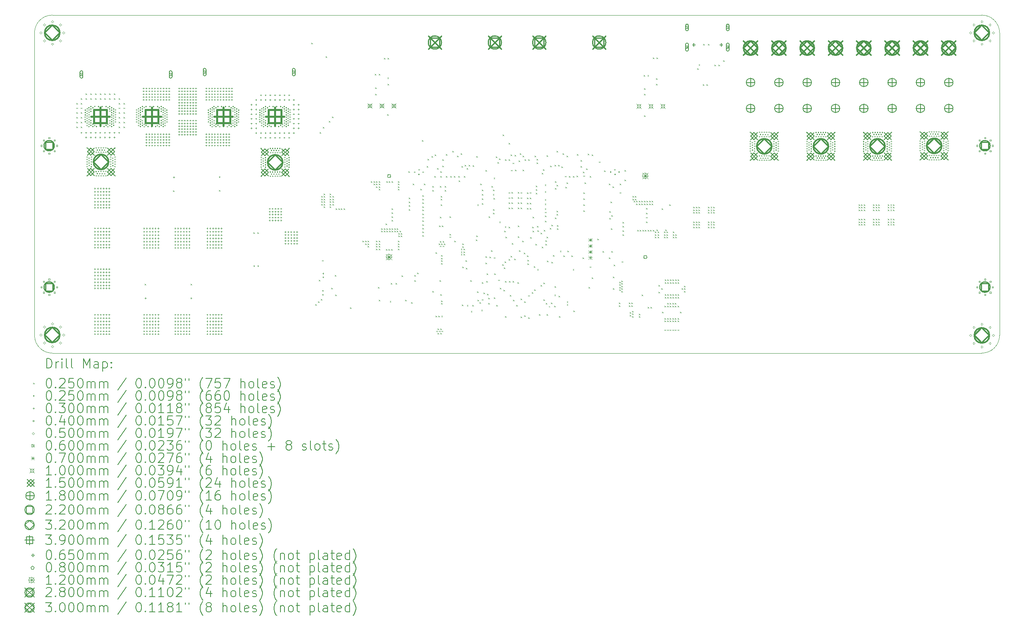
<source format=gbr>
%TF.GenerationSoftware,KiCad,Pcbnew,7.0.7*%
%TF.CreationDate,2024-04-13T02:06:38+02:00*%
%TF.ProjectId,smps_legged_robot,736d7073-5f6c-4656-9767-65645f726f62,1.0*%
%TF.SameCoordinates,PX7026f0PY568bc30*%
%TF.FileFunction,Drillmap*%
%TF.FilePolarity,Positive*%
%FSLAX45Y45*%
G04 Gerber Fmt 4.5, Leading zero omitted, Abs format (unit mm)*
G04 Created by KiCad (PCBNEW 7.0.7) date 2024-04-13 02:06:38*
%MOMM*%
%LPD*%
G01*
G04 APERTURE LIST*
%ADD10C,0.100000*%
%ADD11C,0.200000*%
%ADD12C,0.025000*%
%ADD13C,0.030000*%
%ADD14C,0.040000*%
%ADD15C,0.050000*%
%ADD16C,0.060000*%
%ADD17C,0.070000*%
%ADD18C,0.150000*%
%ADD19C,0.180000*%
%ADD20C,0.220000*%
%ADD21C,0.320000*%
%ADD22C,0.390000*%
%ADD23C,0.065000*%
%ADD24C,0.080000*%
%ADD25C,0.120000*%
%ADD26C,0.280000*%
%ADD27C,0.300000*%
G04 APERTURE END LIST*
D10*
X4441000Y3809000D02*
G75*
G03*
X4066000Y3434000I0J-375000D01*
G01*
X24516000Y3434000D02*
X24516000Y3179000D01*
X4771000Y3809000D02*
X23899000Y3809000D01*
X23899000Y-3361000D02*
X24141000Y-3361000D01*
X23899000Y-3361000D02*
X4771000Y-3361000D01*
X24141000Y-3361000D02*
G75*
G03*
X24516000Y-2986000I0J375000D01*
G01*
X24141000Y3809000D02*
X23899000Y3809000D01*
X4771000Y3809000D02*
X4441000Y3809000D01*
X4066000Y-2986000D02*
G75*
G03*
X4441000Y-3361000I375000J0D01*
G01*
X24516000Y-2731000D02*
X24516000Y-2986000D01*
X24516000Y3434000D02*
G75*
G03*
X24141000Y3809000I-375000J0D01*
G01*
X4441000Y-3361000D02*
X4771000Y-3361000D01*
X4066000Y3434000D02*
X4066000Y-2986000D01*
X24516000Y3179000D02*
X24516000Y-2731000D01*
D11*
D12*
X4947500Y1947500D02*
X4972500Y1922500D01*
X4972500Y1947500D02*
X4947500Y1922500D01*
X4947500Y1847500D02*
X4972500Y1822500D01*
X4972500Y1847500D02*
X4947500Y1822500D01*
X4947500Y1747500D02*
X4972500Y1722500D01*
X4972500Y1747500D02*
X4947500Y1722500D01*
X4947500Y1647500D02*
X4972500Y1622500D01*
X4972500Y1647500D02*
X4947500Y1622500D01*
X4947500Y1547500D02*
X4972500Y1522500D01*
X4972500Y1547500D02*
X4947500Y1522500D01*
X4947500Y1447500D02*
X4972500Y1422500D01*
X4972500Y1447500D02*
X4947500Y1422500D01*
X5047500Y2047500D02*
X5072500Y2022500D01*
X5072500Y2047500D02*
X5047500Y2022500D01*
X5047500Y1947500D02*
X5072500Y1922500D01*
X5072500Y1947500D02*
X5047500Y1922500D01*
X5047500Y1847500D02*
X5072500Y1822500D01*
X5072500Y1847500D02*
X5047500Y1822500D01*
X5047500Y1747500D02*
X5072500Y1722500D01*
X5072500Y1747500D02*
X5047500Y1722500D01*
X5047500Y1647500D02*
X5072500Y1622500D01*
X5072500Y1647500D02*
X5047500Y1622500D01*
X5047500Y1547500D02*
X5072500Y1522500D01*
X5072500Y1547500D02*
X5047500Y1522500D01*
X5047500Y1447500D02*
X5072500Y1422500D01*
X5072500Y1447500D02*
X5047500Y1422500D01*
X5147500Y2147500D02*
X5172500Y2122500D01*
X5172500Y2147500D02*
X5147500Y2122500D01*
X5147500Y2047500D02*
X5172500Y2022500D01*
X5172500Y2047500D02*
X5147500Y2022500D01*
X5247500Y2147500D02*
X5272500Y2122500D01*
X5272500Y2147500D02*
X5247500Y2122500D01*
X5247500Y2047500D02*
X5272500Y2022500D01*
X5272500Y2047500D02*
X5247500Y2022500D01*
X5347500Y2147500D02*
X5372500Y2122500D01*
X5372500Y2147500D02*
X5347500Y2122500D01*
X5347500Y2047500D02*
X5372500Y2022500D01*
X5372500Y2047500D02*
X5347500Y2022500D01*
X5447500Y2147500D02*
X5472500Y2122500D01*
X5472500Y2147500D02*
X5447500Y2122500D01*
X5447500Y2047500D02*
X5472500Y2022500D01*
X5472500Y2047500D02*
X5447500Y2022500D01*
X5547500Y2147500D02*
X5572500Y2122500D01*
X5572500Y2147500D02*
X5547500Y2122500D01*
X5547500Y2047500D02*
X5572500Y2022500D01*
X5572500Y2047500D02*
X5547500Y2022500D01*
X5647500Y2147500D02*
X5672500Y2122500D01*
X5672500Y2147500D02*
X5647500Y2122500D01*
X5647500Y2047500D02*
X5672500Y2022500D01*
X5672500Y2047500D02*
X5647500Y2022500D01*
X5747500Y2147500D02*
X5772500Y2122500D01*
X5772500Y2147500D02*
X5747500Y2122500D01*
X5747500Y2047500D02*
X5772500Y2022500D01*
X5772500Y2047500D02*
X5747500Y2022500D01*
X5847500Y2047500D02*
X5872500Y2022500D01*
X5872500Y2047500D02*
X5847500Y2022500D01*
X5847500Y1947500D02*
X5872500Y1922500D01*
X5872500Y1947500D02*
X5847500Y1922500D01*
X5847500Y1847500D02*
X5872500Y1822500D01*
X5872500Y1847500D02*
X5847500Y1822500D01*
X5847500Y1747500D02*
X5872500Y1722500D01*
X5872500Y1747500D02*
X5847500Y1722500D01*
X5847500Y1647500D02*
X5872500Y1622500D01*
X5872500Y1647500D02*
X5847500Y1622500D01*
X5847500Y1547500D02*
X5872500Y1522500D01*
X5872500Y1547500D02*
X5847500Y1522500D01*
X5847500Y1447500D02*
X5872500Y1422500D01*
X5872500Y1447500D02*
X5847500Y1422500D01*
X5947500Y1947500D02*
X5972500Y1922500D01*
X5972500Y1947500D02*
X5947500Y1922500D01*
X5947500Y1847500D02*
X5972500Y1822500D01*
X5972500Y1847500D02*
X5947500Y1822500D01*
X5947500Y1747500D02*
X5972500Y1722500D01*
X5972500Y1747500D02*
X5947500Y1722500D01*
X5947500Y1647500D02*
X5972500Y1622500D01*
X5972500Y1647500D02*
X5947500Y1622500D01*
X5947500Y1547500D02*
X5972500Y1522500D01*
X5972500Y1547500D02*
X5947500Y1522500D01*
X5947500Y1447500D02*
X5972500Y1422500D01*
X5972500Y1447500D02*
X5947500Y1422500D01*
X6402500Y-1887500D02*
X6427500Y-1912500D01*
X6427500Y-1887500D02*
X6402500Y-1912500D01*
X7002500Y92500D02*
X7027500Y67500D01*
X7027500Y92500D02*
X7002500Y67500D01*
X7372500Y-1892500D02*
X7397500Y-1917500D01*
X7397500Y-1892500D02*
X7372500Y-1917500D01*
X7972500Y97500D02*
X7997500Y72500D01*
X7997500Y97500D02*
X7972500Y72500D01*
X8700000Y-800884D02*
X8725000Y-825884D01*
X8725000Y-800884D02*
X8700000Y-825884D01*
X8785000Y-800884D02*
X8810000Y-825884D01*
X8810000Y-800884D02*
X8785000Y-825884D01*
X9928000Y3219285D02*
X9953000Y3194285D01*
X9953000Y3219285D02*
X9928000Y3194285D01*
X10012500Y-2322500D02*
X10037500Y-2347500D01*
X10037500Y-2322500D02*
X10012500Y-2347500D01*
X10072500Y-2262500D02*
X10097500Y-2287500D01*
X10097500Y-2262500D02*
X10072500Y-2287500D01*
X10092500Y-1802500D02*
X10117500Y-1827500D01*
X10117500Y-1802500D02*
X10092500Y-1827500D01*
X10109000Y1327000D02*
X10134000Y1302000D01*
X10134000Y1327000D02*
X10109000Y1302000D01*
X10132500Y-2212500D02*
X10157500Y-2237500D01*
X10157500Y-2212500D02*
X10132500Y-2237500D01*
X10140000Y-30000D02*
X10165000Y-55000D01*
X10165000Y-30000D02*
X10140000Y-55000D01*
X10140000Y-85000D02*
X10165000Y-110000D01*
X10165000Y-85000D02*
X10140000Y-110000D01*
X10140000Y-140000D02*
X10165000Y-165000D01*
X10165000Y-140000D02*
X10140000Y-165000D01*
X10140000Y-195000D02*
X10165000Y-220000D01*
X10165000Y-195000D02*
X10140000Y-220000D01*
X10155000Y-1387000D02*
X10180000Y-1412000D01*
X10180000Y-1387000D02*
X10155000Y-1412000D01*
X10176500Y1433000D02*
X10201500Y1408000D01*
X10201500Y1433000D02*
X10176500Y1408000D01*
X10195000Y25000D02*
X10220000Y0D01*
X10220000Y25000D02*
X10195000Y0D01*
X10195000Y-30000D02*
X10220000Y-55000D01*
X10220000Y-30000D02*
X10195000Y-55000D01*
X10195000Y-85000D02*
X10220000Y-110000D01*
X10220000Y-85000D02*
X10195000Y-110000D01*
X10195000Y-140000D02*
X10220000Y-165000D01*
X10220000Y-140000D02*
X10195000Y-165000D01*
X10195000Y-195000D02*
X10220000Y-220000D01*
X10220000Y-195000D02*
X10195000Y-220000D01*
X10195000Y-250000D02*
X10220000Y-275000D01*
X10220000Y-250000D02*
X10195000Y-275000D01*
X10238500Y2933500D02*
X10263500Y2908500D01*
X10263500Y2933500D02*
X10238500Y2908500D01*
X10300500Y1562500D02*
X10325500Y1537500D01*
X10325500Y1562500D02*
X10300500Y1537500D01*
X10322500Y25000D02*
X10347500Y0D01*
X10347500Y25000D02*
X10322500Y0D01*
X10322500Y-30000D02*
X10347500Y-55000D01*
X10347500Y-30000D02*
X10322500Y-55000D01*
X10322500Y-85000D02*
X10347500Y-110000D01*
X10347500Y-85000D02*
X10322500Y-110000D01*
X10322500Y-140000D02*
X10347500Y-165000D01*
X10347500Y-140000D02*
X10322500Y-165000D01*
X10322500Y-195000D02*
X10347500Y-220000D01*
X10347500Y-195000D02*
X10322500Y-220000D01*
X10322500Y-250000D02*
X10347500Y-275000D01*
X10347500Y-250000D02*
X10322500Y-275000D01*
X10354500Y-1974500D02*
X10379500Y-1999500D01*
X10379500Y-1974500D02*
X10354500Y-1999500D01*
X10369500Y1653500D02*
X10394500Y1628500D01*
X10394500Y1653500D02*
X10369500Y1628500D01*
X10377500Y-30000D02*
X10402500Y-55000D01*
X10402500Y-30000D02*
X10377500Y-55000D01*
X10377500Y-85000D02*
X10402500Y-110000D01*
X10402500Y-85000D02*
X10377500Y-110000D01*
X10377500Y-140000D02*
X10402500Y-165000D01*
X10402500Y-140000D02*
X10377500Y-165000D01*
X10377500Y-195000D02*
X10402500Y-220000D01*
X10402500Y-195000D02*
X10377500Y-220000D01*
X10426500Y-1700500D02*
X10451500Y-1725500D01*
X10451500Y-1700500D02*
X10426500Y-1725500D01*
X10435000Y-2117550D02*
X10460000Y-2142550D01*
X10460000Y-2117550D02*
X10435000Y-2142550D01*
X10450000Y-290000D02*
X10475000Y-315000D01*
X10475000Y-290000D02*
X10450000Y-315000D01*
X10505000Y-290000D02*
X10530000Y-315000D01*
X10530000Y-290000D02*
X10505000Y-315000D01*
X10560000Y-290000D02*
X10585000Y-315000D01*
X10585000Y-290000D02*
X10560000Y-315000D01*
X10615000Y-290000D02*
X10640000Y-315000D01*
X10640000Y-290000D02*
X10615000Y-315000D01*
X10750000Y-2387500D02*
X10775000Y-2412500D01*
X10775000Y-2387500D02*
X10750000Y-2412500D01*
X11017500Y-977500D02*
X11042500Y-1002500D01*
X11042500Y-977500D02*
X11017500Y-1002500D01*
X11072500Y-980000D02*
X11097500Y-1005000D01*
X11097500Y-980000D02*
X11072500Y-1005000D01*
X11072500Y-1035000D02*
X11097500Y-1060000D01*
X11097500Y-1035000D02*
X11072500Y-1060000D01*
X11127500Y-980000D02*
X11152500Y-1005000D01*
X11152500Y-980000D02*
X11127500Y-1005000D01*
X11127500Y-1035000D02*
X11152500Y-1060000D01*
X11152500Y-1035000D02*
X11127500Y-1060000D01*
X11127500Y-1090000D02*
X11152500Y-1115000D01*
X11152500Y-1090000D02*
X11127500Y-1115000D01*
X11194500Y286500D02*
X11219500Y261500D01*
X11219500Y286500D02*
X11194500Y261500D01*
X11249500Y286500D02*
X11274500Y261500D01*
X11274500Y286500D02*
X11249500Y261500D01*
X11249500Y231500D02*
X11274500Y206500D01*
X11274500Y231500D02*
X11249500Y206500D01*
X11278000Y2565714D02*
X11303000Y2540714D01*
X11303000Y2565714D02*
X11278000Y2540714D01*
X11283500Y2141070D02*
X11308500Y2116070D01*
X11308500Y2141070D02*
X11283500Y2116070D01*
X11284000Y2278570D02*
X11309000Y2253570D01*
X11309000Y2278570D02*
X11284000Y2253570D01*
X11302500Y-980000D02*
X11327500Y-1005000D01*
X11327500Y-980000D02*
X11302500Y-1005000D01*
X11302500Y-1035000D02*
X11327500Y-1060000D01*
X11327500Y-1035000D02*
X11302500Y-1060000D01*
X11302500Y-1090000D02*
X11327500Y-1115000D01*
X11327500Y-1090000D02*
X11302500Y-1115000D01*
X11302500Y-1145000D02*
X11327500Y-1170000D01*
X11327500Y-1145000D02*
X11302500Y-1170000D01*
X11304500Y286500D02*
X11329500Y261500D01*
X11329500Y286500D02*
X11304500Y261500D01*
X11304500Y231500D02*
X11329500Y206500D01*
X11329500Y231500D02*
X11304500Y206500D01*
X11304500Y176500D02*
X11329500Y151500D01*
X11329500Y176500D02*
X11304500Y151500D01*
X11341500Y-1955500D02*
X11366500Y-1980500D01*
X11366500Y-1955500D02*
X11341500Y-1980500D01*
X11357500Y-980000D02*
X11382500Y-1005000D01*
X11382500Y-980000D02*
X11357500Y-1005000D01*
X11357500Y-1035000D02*
X11382500Y-1060000D01*
X11382500Y-1035000D02*
X11357500Y-1060000D01*
X11357500Y-1090000D02*
X11382500Y-1115000D01*
X11382500Y-1090000D02*
X11357500Y-1115000D01*
X11357500Y-1145000D02*
X11382500Y-1170000D01*
X11382500Y-1145000D02*
X11357500Y-1170000D01*
X11358000Y2565714D02*
X11383000Y2540714D01*
X11383000Y2565714D02*
X11358000Y2540714D01*
X11359500Y286500D02*
X11384500Y261500D01*
X11384500Y286500D02*
X11359500Y261500D01*
X11359500Y231500D02*
X11384500Y206500D01*
X11384500Y231500D02*
X11359500Y206500D01*
X11359500Y176500D02*
X11384500Y151500D01*
X11384500Y176500D02*
X11359500Y151500D01*
X11360500Y121500D02*
X11385500Y96500D01*
X11385500Y121500D02*
X11360500Y96500D01*
X11361500Y-2232450D02*
X11386500Y-2257450D01*
X11386500Y-2232450D02*
X11361500Y-2257450D01*
X11415000Y-710000D02*
X11440000Y-735000D01*
X11440000Y-710000D02*
X11415000Y-735000D01*
X11415000Y-765000D02*
X11440000Y-790000D01*
X11440000Y-765000D02*
X11415000Y-790000D01*
X11468000Y2904233D02*
X11493000Y2879233D01*
X11493000Y2904233D02*
X11468000Y2879233D01*
X11470000Y-710000D02*
X11495000Y-735000D01*
X11495000Y-710000D02*
X11470000Y-735000D01*
X11470000Y-765000D02*
X11495000Y-790000D01*
X11495000Y-765000D02*
X11470000Y-790000D01*
X11504500Y-608500D02*
X11529500Y-633500D01*
X11529500Y-608500D02*
X11504500Y-633500D01*
X11510000Y-1152500D02*
X11535000Y-1177500D01*
X11535000Y-1152500D02*
X11510000Y-1177500D01*
X11518500Y287500D02*
X11543500Y262500D01*
X11543500Y287500D02*
X11518500Y262500D01*
X11525000Y-710000D02*
X11550000Y-735000D01*
X11550000Y-710000D02*
X11525000Y-735000D01*
X11525000Y-765000D02*
X11550000Y-790000D01*
X11550000Y-765000D02*
X11525000Y-790000D01*
X11539500Y1703753D02*
X11564500Y1678753D01*
X11564500Y1703753D02*
X11539500Y1678753D01*
X11543000Y2488570D02*
X11568000Y2463570D01*
X11568000Y2488570D02*
X11543000Y2463570D01*
X11544000Y2350320D02*
X11569000Y2325320D01*
X11569000Y2350320D02*
X11544000Y2325320D01*
X11548000Y2904233D02*
X11573000Y2879233D01*
X11573000Y2904233D02*
X11548000Y2879233D01*
X11565000Y-1152500D02*
X11590000Y-1177500D01*
X11590000Y-1152500D02*
X11565000Y-1177500D01*
X11573500Y286500D02*
X11598500Y261500D01*
X11598500Y286500D02*
X11573500Y261500D01*
X11580000Y-710000D02*
X11605000Y-735000D01*
X11605000Y-710000D02*
X11580000Y-735000D01*
X11580000Y-765000D02*
X11605000Y-790000D01*
X11605000Y-765000D02*
X11580000Y-790000D01*
X11593500Y-2251000D02*
X11618500Y-2276000D01*
X11618500Y-2251000D02*
X11593500Y-2276000D01*
X11618500Y-1875500D02*
X11643500Y-1900500D01*
X11643500Y-1875500D02*
X11618500Y-1900500D01*
X11620000Y-1152500D02*
X11645000Y-1177500D01*
X11645000Y-1152500D02*
X11620000Y-1177500D01*
X11628500Y286500D02*
X11653500Y261500D01*
X11653500Y286500D02*
X11628500Y261500D01*
X11632500Y-289500D02*
X11657500Y-314500D01*
X11657500Y-289500D02*
X11632500Y-314500D01*
X11632500Y-372500D02*
X11657500Y-397500D01*
X11657500Y-372500D02*
X11632500Y-397500D01*
X11632500Y-460000D02*
X11657500Y-485000D01*
X11657500Y-460000D02*
X11632500Y-485000D01*
X11632500Y-537500D02*
X11657500Y-562500D01*
X11657500Y-537500D02*
X11632500Y-562500D01*
X11635000Y-710000D02*
X11660000Y-735000D01*
X11660000Y-710000D02*
X11635000Y-735000D01*
X11635000Y-765000D02*
X11660000Y-790000D01*
X11660000Y-765000D02*
X11635000Y-790000D01*
X11690000Y-710000D02*
X11715000Y-735000D01*
X11715000Y-710000D02*
X11690000Y-735000D01*
X11690000Y-765000D02*
X11715000Y-790000D01*
X11715000Y-765000D02*
X11690000Y-790000D01*
X11713500Y-1873500D02*
X11738500Y-1898500D01*
X11738500Y-1873500D02*
X11713500Y-1898500D01*
X11745000Y-710000D02*
X11770000Y-735000D01*
X11770000Y-710000D02*
X11745000Y-735000D01*
X11745000Y-765000D02*
X11770000Y-790000D01*
X11770000Y-765000D02*
X11745000Y-790000D01*
X11768500Y176500D02*
X11793500Y151500D01*
X11793500Y176500D02*
X11768500Y151500D01*
X11768500Y121500D02*
X11793500Y96500D01*
X11793500Y121500D02*
X11768500Y96500D01*
X11769500Y286500D02*
X11794500Y261500D01*
X11794500Y286500D02*
X11769500Y261500D01*
X11769500Y231500D02*
X11794500Y206500D01*
X11794500Y231500D02*
X11769500Y206500D01*
X11770000Y-980000D02*
X11795000Y-1005000D01*
X11795000Y-980000D02*
X11770000Y-1005000D01*
X11770000Y-1035000D02*
X11795000Y-1060000D01*
X11795000Y-1035000D02*
X11770000Y-1060000D01*
X11770000Y-1090000D02*
X11795000Y-1115000D01*
X11795000Y-1090000D02*
X11770000Y-1115000D01*
X11770000Y-1145000D02*
X11795000Y-1170000D01*
X11795000Y-1145000D02*
X11770000Y-1170000D01*
X11772500Y-812500D02*
X11797500Y-837500D01*
X11797500Y-812500D02*
X11772500Y-837500D01*
X11772500Y-867500D02*
X11797500Y-892500D01*
X11797500Y-867500D02*
X11772500Y-892500D01*
X11800000Y-765000D02*
X11825000Y-790000D01*
X11825000Y-765000D02*
X11800000Y-790000D01*
X11827500Y-812500D02*
X11852500Y-837500D01*
X11852500Y-812500D02*
X11827500Y-837500D01*
X11827500Y-867500D02*
X11852500Y-892500D01*
X11852500Y-867500D02*
X11827500Y-892500D01*
X11846500Y-1716500D02*
X11871500Y-1741500D01*
X11871500Y-1716500D02*
X11846500Y-1741500D01*
X11922500Y-2232500D02*
X11947500Y-2257500D01*
X11947500Y-2232500D02*
X11922500Y-2257500D01*
X11985000Y495000D02*
X12010000Y470000D01*
X12010000Y495000D02*
X11985000Y470000D01*
X11993120Y-63036D02*
X12018120Y-88036D01*
X12018120Y-63036D02*
X11993120Y-88036D01*
X11993123Y-306877D02*
X12018123Y-331877D01*
X12018123Y-306877D02*
X11993123Y-331877D01*
X11993500Y-146550D02*
X12018500Y-171550D01*
X12018500Y-146550D02*
X11993500Y-171550D01*
X11993500Y-221500D02*
X12018500Y-246500D01*
X12018500Y-221500D02*
X11993500Y-246500D01*
X12048500Y-2280500D02*
X12073500Y-2305500D01*
X12073500Y-2280500D02*
X12048500Y-2305500D01*
X12080500Y236500D02*
X12105500Y211500D01*
X12105500Y236500D02*
X12080500Y211500D01*
X12110800Y-1708000D02*
X12135800Y-1733000D01*
X12135800Y-1708000D02*
X12110800Y-1733000D01*
X12110800Y-1813000D02*
X12135800Y-1838000D01*
X12135800Y-1813000D02*
X12110800Y-1838000D01*
X12173300Y-1654500D02*
X12198300Y-1679500D01*
X12198300Y-1654500D02*
X12173300Y-1679500D01*
X12240000Y122500D02*
X12265000Y97500D01*
X12265000Y122500D02*
X12240000Y97500D01*
X12273000Y1159500D02*
X12298000Y1134500D01*
X12298000Y1159500D02*
X12273000Y1134500D01*
X12281500Y-167500D02*
X12306500Y-192500D01*
X12306500Y-167500D02*
X12281500Y-192500D01*
X12282394Y-782446D02*
X12307394Y-807446D01*
X12307394Y-782446D02*
X12282394Y-807446D01*
X12282500Y-10000D02*
X12307500Y-35000D01*
X12307500Y-10000D02*
X12282500Y-35000D01*
X12282500Y-90000D02*
X12307500Y-115000D01*
X12307500Y-90000D02*
X12282500Y-115000D01*
X12282500Y-244500D02*
X12307500Y-269500D01*
X12307500Y-244500D02*
X12282500Y-269500D01*
X12282500Y-630000D02*
X12307500Y-655000D01*
X12307500Y-630000D02*
X12282500Y-655000D01*
X12282521Y-857396D02*
X12307521Y-882396D01*
X12307521Y-857396D02*
X12282521Y-882396D01*
X12283192Y-707500D02*
X12308192Y-732500D01*
X12308192Y-707500D02*
X12283192Y-732500D01*
X12283381Y-319445D02*
X12308381Y-344445D01*
X12308381Y-319445D02*
X12283381Y-344445D01*
X12284185Y-547446D02*
X12309185Y-572446D01*
X12309185Y-547446D02*
X12284185Y-572446D01*
X12284659Y-396897D02*
X12309659Y-421897D01*
X12309659Y-396897D02*
X12284659Y-421897D01*
X12285000Y-472500D02*
X12310000Y-497500D01*
X12310000Y-472500D02*
X12285000Y-497500D01*
X12315500Y235500D02*
X12340500Y210500D01*
X12340500Y235500D02*
X12315500Y210500D01*
X12376000Y605000D02*
X12401000Y580000D01*
X12401000Y605000D02*
X12376000Y580000D01*
X12392500Y762500D02*
X12417500Y737500D01*
X12417500Y762500D02*
X12392500Y737500D01*
X12477500Y817500D02*
X12502500Y792500D01*
X12502500Y817500D02*
X12477500Y792500D01*
X12492500Y180000D02*
X12517500Y155000D01*
X12517500Y180000D02*
X12492500Y155000D01*
X12492500Y102500D02*
X12517500Y77500D01*
X12517500Y102500D02*
X12492500Y77500D01*
X12497500Y-2046500D02*
X12522500Y-2071500D01*
X12522500Y-2046500D02*
X12497500Y-2071500D01*
X12537500Y397500D02*
X12562500Y372500D01*
X12562500Y397500D02*
X12537500Y372500D01*
X12547500Y852500D02*
X12572500Y827500D01*
X12572500Y852500D02*
X12547500Y827500D01*
X12562500Y-1222500D02*
X12587500Y-1247500D01*
X12587500Y-1222500D02*
X12562500Y-1247500D01*
X12565650Y-2572000D02*
X12590650Y-2597000D01*
X12590650Y-2572000D02*
X12565650Y-2597000D01*
X12580800Y-2885500D02*
X12605800Y-2910500D01*
X12605800Y-2885500D02*
X12580800Y-2910500D01*
X12597500Y562500D02*
X12622500Y537500D01*
X12622500Y562500D02*
X12597500Y537500D01*
X12608300Y-2838000D02*
X12633300Y-2863000D01*
X12633300Y-2838000D02*
X12608300Y-2863000D01*
X12608300Y-2933000D02*
X12633300Y-2958000D01*
X12633300Y-2933000D02*
X12608300Y-2958000D01*
X12626000Y-2572000D02*
X12651000Y-2597000D01*
X12651000Y-2572000D02*
X12626000Y-2597000D01*
X12629500Y-1034500D02*
X12654500Y-1059500D01*
X12654500Y-1034500D02*
X12629500Y-1059500D01*
X12635800Y-2885500D02*
X12660800Y-2910500D01*
X12660800Y-2885500D02*
X12635800Y-2910500D01*
X12640500Y-655500D02*
X12665500Y-680500D01*
X12665500Y-655500D02*
X12640500Y-680500D01*
X12650500Y-1811500D02*
X12675500Y-1836500D01*
X12675500Y-1811500D02*
X12650500Y-1836500D01*
X12657000Y-987000D02*
X12682000Y-1012000D01*
X12682000Y-987000D02*
X12657000Y-1012000D01*
X12657000Y-1082000D02*
X12682000Y-1107000D01*
X12682000Y-1082000D02*
X12657000Y-1107000D01*
X12657500Y-468500D02*
X12682500Y-493500D01*
X12682500Y-468500D02*
X12657500Y-493500D01*
X12660000Y180000D02*
X12685000Y155000D01*
X12685000Y180000D02*
X12660000Y155000D01*
X12661500Y495500D02*
X12686500Y470500D01*
X12686500Y495500D02*
X12661500Y470500D01*
X12662500Y397500D02*
X12687500Y372500D01*
X12687500Y397500D02*
X12662500Y372500D01*
X12663300Y-2838000D02*
X12688300Y-2863000D01*
X12688300Y-2838000D02*
X12663300Y-2863000D01*
X12663300Y-2933000D02*
X12688300Y-2958000D01*
X12688300Y-2933000D02*
X12663300Y-2958000D01*
X12667000Y-2109000D02*
X12692000Y-2134000D01*
X12692000Y-2109000D02*
X12667000Y-2134000D01*
X12669500Y-31500D02*
X12694500Y-56500D01*
X12694500Y-31500D02*
X12669500Y-56500D01*
X12669500Y-87500D02*
X12694500Y-112500D01*
X12694500Y-87500D02*
X12669500Y-112500D01*
X12671500Y-203050D02*
X12696500Y-228050D01*
X12696500Y-203050D02*
X12671500Y-228050D01*
X12682500Y-1280000D02*
X12707500Y-1305000D01*
X12707500Y-1280000D02*
X12682500Y-1305000D01*
X12682500Y-1337500D02*
X12707500Y-1362500D01*
X12707500Y-1337500D02*
X12682500Y-1362500D01*
X12682500Y-1395000D02*
X12707500Y-1420000D01*
X12707500Y-1395000D02*
X12682500Y-1420000D01*
X12682500Y-1452500D02*
X12707500Y-1477500D01*
X12707500Y-1452500D02*
X12682500Y-1477500D01*
X12683898Y-2244348D02*
X12708898Y-2269348D01*
X12708898Y-2244348D02*
X12683898Y-2269348D01*
X12684500Y-1034500D02*
X12709500Y-1059500D01*
X12709500Y-1034500D02*
X12684500Y-1059500D01*
X12685000Y-2300000D02*
X12710000Y-2325000D01*
X12710000Y-2300000D02*
X12685000Y-2325000D01*
X12686000Y-2572000D02*
X12711000Y-2597000D01*
X12711000Y-2572000D02*
X12686000Y-2597000D01*
X12690800Y-2885500D02*
X12715800Y-2910500D01*
X12715800Y-2885500D02*
X12690800Y-2910500D01*
X12697500Y-655500D02*
X12722500Y-680500D01*
X12722500Y-655500D02*
X12697500Y-680500D01*
X12707500Y617500D02*
X12732500Y592500D01*
X12732500Y617500D02*
X12707500Y592500D01*
X12710000Y750000D02*
X12735000Y725000D01*
X12735000Y750000D02*
X12710000Y725000D01*
X12712000Y-987000D02*
X12737000Y-1012000D01*
X12737000Y-987000D02*
X12712000Y-1012000D01*
X12712000Y-1082000D02*
X12737000Y-1107000D01*
X12737000Y-1082000D02*
X12712000Y-1107000D01*
X12739500Y-1034500D02*
X12764500Y-1059500D01*
X12764500Y-1034500D02*
X12739500Y-1059500D01*
X12755000Y180000D02*
X12780000Y155000D01*
X12780000Y180000D02*
X12755000Y155000D01*
X12755000Y102500D02*
X12780000Y77500D01*
X12780000Y102500D02*
X12755000Y77500D01*
X12782000Y860500D02*
X12807000Y835500D01*
X12807000Y860500D02*
X12782000Y835500D01*
X12784500Y396500D02*
X12809500Y371500D01*
X12809500Y396500D02*
X12784500Y371500D01*
X12860000Y-457500D02*
X12885000Y-482500D01*
X12885000Y-457500D02*
X12860000Y-482500D01*
X12860500Y-832500D02*
X12885500Y-857500D01*
X12885500Y-832500D02*
X12860500Y-857500D01*
X12860500Y-887500D02*
X12885500Y-912500D01*
X12885500Y-887500D02*
X12860500Y-912500D01*
X12876000Y398500D02*
X12901000Y373500D01*
X12901000Y398500D02*
X12876000Y373500D01*
X12917500Y925000D02*
X12942500Y900000D01*
X12942500Y925000D02*
X12917500Y900000D01*
X12956000Y398500D02*
X12981000Y373500D01*
X12981000Y398500D02*
X12956000Y373500D01*
X12960230Y-977500D02*
X12985230Y-1002500D01*
X12985230Y-977500D02*
X12960230Y-1002500D01*
X13020000Y825000D02*
X13045000Y800000D01*
X13045000Y825000D02*
X13020000Y800000D01*
X13045500Y398500D02*
X13070500Y373500D01*
X13070500Y398500D02*
X13045500Y373500D01*
X13056500Y306000D02*
X13081500Y281000D01*
X13081500Y306000D02*
X13056500Y281000D01*
X13094341Y876841D02*
X13119341Y851841D01*
X13119341Y876841D02*
X13094341Y851841D01*
X13100500Y-1145500D02*
X13125500Y-1170500D01*
X13125500Y-1145500D02*
X13100500Y-1170500D01*
X13100500Y-1201500D02*
X13125500Y-1226500D01*
X13125500Y-1201500D02*
X13100500Y-1226500D01*
X13100500Y-1257500D02*
X13125500Y-1282500D01*
X13125500Y-1257500D02*
X13100500Y-1282500D01*
X13112000Y606500D02*
X13137000Y581500D01*
X13137000Y606500D02*
X13112000Y581500D01*
X13120000Y-2332500D02*
X13145000Y-2357500D01*
X13145000Y-2332500D02*
X13120000Y-2357500D01*
X13128500Y-1039500D02*
X13153500Y-1064500D01*
X13153500Y-1039500D02*
X13128500Y-1064500D01*
X13128500Y-1095500D02*
X13153500Y-1120500D01*
X13153500Y-1095500D02*
X13128500Y-1120500D01*
X13133500Y-1529500D02*
X13158500Y-1554500D01*
X13158500Y-1529500D02*
X13133500Y-1554500D01*
X13156500Y-1145500D02*
X13181500Y-1170500D01*
X13181500Y-1145500D02*
X13156500Y-1170500D01*
X13156500Y-1201500D02*
X13181500Y-1226500D01*
X13181500Y-1201500D02*
X13156500Y-1226500D01*
X13156500Y-1257500D02*
X13181500Y-1282500D01*
X13181500Y-1257500D02*
X13156500Y-1282500D01*
X13167500Y397500D02*
X13192500Y372500D01*
X13192500Y397500D02*
X13167500Y372500D01*
X13182000Y633500D02*
X13207000Y608500D01*
X13207000Y633500D02*
X13182000Y608500D01*
X13195500Y-1395000D02*
X13220500Y-1420000D01*
X13220500Y-1395000D02*
X13195500Y-1420000D01*
X13209500Y-1549500D02*
X13234500Y-1574500D01*
X13234500Y-1549500D02*
X13209500Y-1574500D01*
X13220500Y563500D02*
X13245500Y538500D01*
X13245500Y563500D02*
X13220500Y538500D01*
X13227500Y-2336500D02*
X13252500Y-2361500D01*
X13252500Y-2336500D02*
X13227500Y-2361500D01*
X13262000Y632500D02*
X13287000Y607500D01*
X13287000Y632500D02*
X13262000Y607500D01*
X13297153Y-1812941D02*
X13322153Y-1837941D01*
X13322153Y-1812941D02*
X13297153Y-1837941D01*
X13312500Y-2466500D02*
X13337500Y-2491500D01*
X13337500Y-2466500D02*
X13312500Y-2491500D01*
X13342500Y-2336500D02*
X13367500Y-2361500D01*
X13367500Y-2336500D02*
X13342500Y-2361500D01*
X13352500Y627500D02*
X13377500Y602500D01*
X13377500Y627500D02*
X13352500Y602500D01*
X13420873Y-947127D02*
X13445873Y-972127D01*
X13445873Y-947127D02*
X13420873Y-972127D01*
X13425000Y816550D02*
X13450000Y791550D01*
X13450000Y816550D02*
X13425000Y791550D01*
X13426500Y-865500D02*
X13451500Y-890500D01*
X13451500Y-865500D02*
X13426500Y-890500D01*
X13446500Y-2051050D02*
X13471500Y-2076050D01*
X13471500Y-2051050D02*
X13446500Y-2076050D01*
X13448000Y-208000D02*
X13473000Y-233000D01*
X13473000Y-208000D02*
X13448000Y-233000D01*
X13454500Y-2228500D02*
X13479500Y-2253500D01*
X13479500Y-2228500D02*
X13454500Y-2253500D01*
X13494500Y-2278500D02*
X13519500Y-2303500D01*
X13519500Y-2278500D02*
X13494500Y-2303500D01*
X13510127Y237873D02*
X13535127Y212873D01*
X13535127Y237873D02*
X13510127Y212873D01*
X13532500Y-2443500D02*
X13557500Y-2468500D01*
X13557500Y-2443500D02*
X13532500Y-2468500D01*
X13543500Y-2216500D02*
X13568500Y-2241500D01*
X13568500Y-2216500D02*
X13543500Y-2241500D01*
X13547500Y107500D02*
X13572500Y82500D01*
X13572500Y107500D02*
X13547500Y82500D01*
X13547500Y12500D02*
X13572500Y-12500D01*
X13572500Y12500D02*
X13547500Y-12500D01*
X13547500Y-82500D02*
X13572500Y-107500D01*
X13572500Y-82500D02*
X13547500Y-107500D01*
X13547500Y-177500D02*
X13572500Y-202500D01*
X13572500Y-177500D02*
X13547500Y-202500D01*
X13548000Y-1856000D02*
X13573000Y-1881000D01*
X13573000Y-1856000D02*
X13548000Y-1881000D01*
X13576500Y-2073500D02*
X13601500Y-2098500D01*
X13601500Y-2073500D02*
X13576500Y-2098500D01*
X13617500Y-1306500D02*
X13642500Y-1331500D01*
X13642500Y-1306500D02*
X13617500Y-1331500D01*
X13619500Y-1445500D02*
X13644500Y-1470500D01*
X13644500Y-1445500D02*
X13619500Y-1470500D01*
X13623250Y521750D02*
X13648250Y496750D01*
X13648250Y521750D02*
X13623250Y496750D01*
X13638500Y-1827500D02*
X13663500Y-1852500D01*
X13663500Y-1827500D02*
X13638500Y-1852500D01*
X13646500Y-1667550D02*
X13671500Y-1692550D01*
X13671500Y-1667550D02*
X13646500Y-1692550D01*
X13658284Y-2103716D02*
X13683284Y-2128716D01*
X13683284Y-2103716D02*
X13658284Y-2128716D01*
X13678000Y-2296000D02*
X13703000Y-2321000D01*
X13703000Y-2296000D02*
X13678000Y-2321000D01*
X13684248Y-2184248D02*
X13709248Y-2209248D01*
X13709248Y-2184248D02*
X13684248Y-2209248D01*
X13686193Y-459796D02*
X13711193Y-484796D01*
X13711193Y-459796D02*
X13686193Y-484796D01*
X13702500Y-1317500D02*
X13727500Y-1342500D01*
X13727500Y-1317500D02*
X13702500Y-1342500D01*
X13742550Y-1180000D02*
X13767550Y-1205000D01*
X13767550Y-1180000D02*
X13742550Y-1205000D01*
X13750000Y180000D02*
X13775000Y155000D01*
X13775000Y180000D02*
X13750000Y155000D01*
X13777839Y13500D02*
X13802839Y-11500D01*
X13802839Y13500D02*
X13777839Y-11500D01*
X13778500Y108500D02*
X13803500Y83500D01*
X13803500Y108500D02*
X13778500Y83500D01*
X13783500Y-303500D02*
X13808500Y-328500D01*
X13808500Y-303500D02*
X13783500Y-328500D01*
X13783500Y-386500D02*
X13808500Y-411500D01*
X13808500Y-386500D02*
X13783500Y-411500D01*
X13789500Y-74000D02*
X13814500Y-99000D01*
X13814500Y-74000D02*
X13789500Y-99000D01*
X13795000Y357500D02*
X13820000Y332500D01*
X13820000Y357500D02*
X13795000Y332500D01*
X13798000Y-2176000D02*
X13823000Y-2201000D01*
X13823000Y-2176000D02*
X13798000Y-2201000D01*
X13798870Y-1327698D02*
X13823870Y-1352698D01*
X13823870Y-1327698D02*
X13798870Y-1352698D01*
X13810500Y-1667550D02*
X13835500Y-1692550D01*
X13835500Y-1667550D02*
X13810500Y-1692550D01*
X13843500Y813500D02*
X13868500Y788500D01*
X13868500Y813500D02*
X13843500Y788500D01*
X13850500Y-2342500D02*
X13875500Y-2367500D01*
X13875500Y-2342500D02*
X13850500Y-2367500D01*
X13872996Y689836D02*
X13897996Y664836D01*
X13897996Y689836D02*
X13872996Y664836D01*
X13892000Y-1802000D02*
X13917000Y-1827000D01*
X13917000Y-1802000D02*
X13892000Y-1827000D01*
X13913000Y770500D02*
X13938000Y745500D01*
X13938000Y770500D02*
X13913000Y745500D01*
X13913500Y-573000D02*
X13938500Y-598000D01*
X13938500Y-573000D02*
X13913500Y-598000D01*
X13927500Y-1976500D02*
X13952500Y-2001500D01*
X13952500Y-1976500D02*
X13927500Y-2001500D01*
X13975234Y-1476498D02*
X14000234Y-1501498D01*
X14000234Y-1476498D02*
X13975234Y-1501498D01*
X13986000Y1272000D02*
X14011000Y1247000D01*
X14011000Y1272000D02*
X13986000Y1247000D01*
X13999500Y-2015500D02*
X14024500Y-2040500D01*
X14024500Y-2015500D02*
X13999500Y-2040500D01*
X14010500Y-1546500D02*
X14035500Y-1571500D01*
X14035500Y-1546500D02*
X14010500Y-1571500D01*
X14022126Y-762374D02*
X14047126Y-787374D01*
X14047126Y-762374D02*
X14022126Y-787374D01*
X14026500Y-1413500D02*
X14051500Y-1438500D01*
X14051500Y-1413500D02*
X14026500Y-1438500D01*
X14032001Y-668246D02*
X14057001Y-693246D01*
X14057001Y-668246D02*
X14032001Y-693246D01*
X14033000Y-2579000D02*
X14058000Y-2604000D01*
X14058000Y-2579000D02*
X14033000Y-2604000D01*
X14034500Y-1832500D02*
X14059500Y-1857500D01*
X14059500Y-1832500D02*
X14034500Y-1857500D01*
X14035800Y752851D02*
X14060800Y727851D01*
X14060800Y752851D02*
X14035800Y727851D01*
X14040873Y-890127D02*
X14065873Y-915127D01*
X14065873Y-890127D02*
X14040873Y-915127D01*
X14108500Y-678500D02*
X14133500Y-703500D01*
X14133500Y-678500D02*
X14108500Y-703500D01*
X14109000Y52500D02*
X14134000Y27500D01*
X14134000Y52500D02*
X14109000Y27500D01*
X14109000Y-57500D02*
X14134000Y-82500D01*
X14134000Y-57500D02*
X14109000Y-82500D01*
X14109000Y-167500D02*
X14134000Y-192500D01*
X14134000Y-167500D02*
X14109000Y-192500D01*
X14109000Y-277500D02*
X14134000Y-302500D01*
X14134000Y-277500D02*
X14109000Y-302500D01*
X14109500Y1096500D02*
X14134500Y1071500D01*
X14134500Y1096500D02*
X14109500Y1071500D01*
X14114500Y-1368500D02*
X14139500Y-1393500D01*
X14139500Y-1368500D02*
X14114500Y-1393500D01*
X14115800Y752851D02*
X14140800Y727851D01*
X14140800Y752851D02*
X14115800Y727851D01*
X14121500Y-1832000D02*
X14146500Y-1857000D01*
X14146500Y-1832000D02*
X14121500Y-1857000D01*
X14134500Y-2131500D02*
X14159500Y-2156500D01*
X14159500Y-2131500D02*
X14134500Y-2156500D01*
X14155500Y848500D02*
X14180500Y823500D01*
X14180500Y848500D02*
X14155500Y823500D01*
X14155500Y-1297000D02*
X14180500Y-1322000D01*
X14180500Y-1297000D02*
X14155500Y-1322000D01*
X14161683Y526683D02*
X14186683Y501683D01*
X14186683Y526683D02*
X14161683Y501683D01*
X14171000Y53500D02*
X14196000Y28500D01*
X14196000Y53500D02*
X14171000Y28500D01*
X14171000Y-56500D02*
X14196000Y-81500D01*
X14196000Y-56500D02*
X14171000Y-81500D01*
X14171000Y-166500D02*
X14196000Y-191500D01*
X14196000Y-166500D02*
X14171000Y-191500D01*
X14171000Y-276500D02*
X14196000Y-301500D01*
X14196000Y-276500D02*
X14171000Y-301500D01*
X14182341Y-1025588D02*
X14207341Y-1050588D01*
X14207341Y-1025588D02*
X14182341Y-1050588D01*
X14193962Y679102D02*
X14218962Y654102D01*
X14218962Y679102D02*
X14193962Y654102D01*
X14200623Y-1834123D02*
X14225623Y-1859123D01*
X14225623Y-1834123D02*
X14200623Y-1859123D01*
X14209000Y-2227500D02*
X14234000Y-2252500D01*
X14234000Y-2227500D02*
X14209000Y-2252500D01*
X14232877Y-1356123D02*
X14257877Y-1381123D01*
X14257877Y-1356123D02*
X14232877Y-1381123D01*
X14243000Y847800D02*
X14268000Y822800D01*
X14268000Y847800D02*
X14243000Y822800D01*
X14251346Y529950D02*
X14276346Y504950D01*
X14276346Y529950D02*
X14251346Y504950D01*
X14272500Y-2339500D02*
X14297500Y-2364500D01*
X14297500Y-2339500D02*
X14272500Y-2364500D01*
X14301877Y-1860877D02*
X14326877Y-1885877D01*
X14326877Y-1860877D02*
X14301877Y-1885877D01*
X14304965Y-882535D02*
X14329965Y-907535D01*
X14329965Y-882535D02*
X14304965Y-907535D01*
X14305500Y53000D02*
X14330500Y28000D01*
X14330500Y53000D02*
X14305500Y28000D01*
X14305500Y-57000D02*
X14330500Y-82000D01*
X14330500Y-57000D02*
X14305500Y-82000D01*
X14305500Y-167000D02*
X14330500Y-192000D01*
X14330500Y-167000D02*
X14305500Y-192000D01*
X14305500Y-277000D02*
X14330500Y-302000D01*
X14330500Y-277000D02*
X14305500Y-302000D01*
X14308500Y-657500D02*
X14333500Y-682500D01*
X14333500Y-657500D02*
X14308500Y-682500D01*
X14322500Y726500D02*
X14347500Y701500D01*
X14347500Y726500D02*
X14322500Y701500D01*
X14329500Y-1178000D02*
X14354500Y-1203000D01*
X14354500Y-1178000D02*
X14329500Y-1203000D01*
X14347000Y878500D02*
X14372000Y853500D01*
X14372000Y878500D02*
X14347000Y853500D01*
X14364500Y-2581500D02*
X14389500Y-2606500D01*
X14389500Y-2581500D02*
X14364500Y-2606500D01*
X14367000Y52500D02*
X14392000Y27500D01*
X14392000Y52500D02*
X14367000Y27500D01*
X14367000Y-57500D02*
X14392000Y-82500D01*
X14392000Y-57500D02*
X14367000Y-82500D01*
X14367000Y-167500D02*
X14392000Y-192500D01*
X14392000Y-167500D02*
X14367000Y-192500D01*
X14367000Y-277500D02*
X14392000Y-302500D01*
X14392000Y-277500D02*
X14367000Y-302500D01*
X14367500Y-2203500D02*
X14392500Y-2228500D01*
X14392500Y-2203500D02*
X14367500Y-2228500D01*
X14397623Y-972623D02*
X14422623Y-997623D01*
X14422623Y-972623D02*
X14397623Y-997623D01*
X14407127Y527127D02*
X14432127Y502127D01*
X14432127Y527127D02*
X14407127Y502127D01*
X14407500Y827500D02*
X14432500Y802500D01*
X14432500Y827500D02*
X14407500Y802500D01*
X14436193Y-1227919D02*
X14461193Y-1252919D01*
X14461193Y-1227919D02*
X14436193Y-1252919D01*
X14439500Y-2559500D02*
X14464500Y-2584500D01*
X14464500Y-2559500D02*
X14439500Y-2584500D01*
X14439646Y-2266242D02*
X14464646Y-2291242D01*
X14464646Y-2266242D02*
X14439646Y-2291242D01*
X14449450Y753500D02*
X14474450Y728500D01*
X14474450Y753500D02*
X14449450Y728500D01*
X14498500Y51000D02*
X14523500Y26000D01*
X14523500Y51000D02*
X14498500Y26000D01*
X14498500Y-59000D02*
X14523500Y-84000D01*
X14523500Y-59000D02*
X14498500Y-84000D01*
X14498500Y-169000D02*
X14523500Y-194000D01*
X14523500Y-169000D02*
X14498500Y-194000D01*
X14498500Y-279000D02*
X14523500Y-304000D01*
X14523500Y-279000D02*
X14498500Y-304000D01*
X14498926Y-1291329D02*
X14523926Y-1316329D01*
X14523926Y-1291329D02*
X14498926Y-1316329D01*
X14512955Y-1379732D02*
X14537955Y-1404732D01*
X14537955Y-1379732D02*
X14512955Y-1404732D01*
X14513467Y-1460467D02*
X14538467Y-1485467D01*
X14538467Y-1460467D02*
X14513467Y-1485467D01*
X14528500Y-2599500D02*
X14553500Y-2624500D01*
X14553500Y-2599500D02*
X14528500Y-2624500D01*
X14529450Y753500D02*
X14554450Y728500D01*
X14554450Y753500D02*
X14529450Y728500D01*
X14530500Y-2132000D02*
X14555500Y-2157000D01*
X14555500Y-2132000D02*
X14530500Y-2157000D01*
X14561500Y52500D02*
X14586500Y27500D01*
X14586500Y52500D02*
X14561500Y27500D01*
X14561500Y-58500D02*
X14586500Y-83500D01*
X14586500Y-58500D02*
X14561500Y-83500D01*
X14561500Y-168500D02*
X14586500Y-193500D01*
X14586500Y-168500D02*
X14561500Y-193500D01*
X14561500Y-278500D02*
X14586500Y-303500D01*
X14586500Y-278500D02*
X14561500Y-303500D01*
X14568500Y-900500D02*
X14593500Y-925500D01*
X14593500Y-900500D02*
X14568500Y-925500D01*
X14602000Y-2067000D02*
X14627000Y-2092000D01*
X14627000Y-2067000D02*
X14602000Y-2092000D01*
X14613103Y-683750D02*
X14638103Y-708750D01*
X14638103Y-683750D02*
X14613103Y-708750D01*
X14621000Y-766000D02*
X14646000Y-791000D01*
X14646000Y-766000D02*
X14621000Y-791000D01*
X14623500Y-465500D02*
X14648500Y-490500D01*
X14648500Y-465500D02*
X14623500Y-490500D01*
X14642140Y-1515860D02*
X14667140Y-1540860D01*
X14667140Y-1515860D02*
X14642140Y-1540860D01*
X14657500Y-2009000D02*
X14682500Y-2034000D01*
X14682500Y-2009000D02*
X14657500Y-2034000D01*
X14660500Y829500D02*
X14685500Y804500D01*
X14685500Y829500D02*
X14660500Y804500D01*
X14679629Y-1045301D02*
X14704629Y-1070301D01*
X14704629Y-1045301D02*
X14679629Y-1070301D01*
X14685950Y190500D02*
X14710950Y165500D01*
X14710950Y190500D02*
X14685950Y165500D01*
X14685950Y38450D02*
X14710950Y13450D01*
X14710950Y38450D02*
X14685950Y13450D01*
X14686140Y115293D02*
X14711140Y90293D01*
X14711140Y115293D02*
X14686140Y90293D01*
X14705869Y761847D02*
X14730869Y736847D01*
X14730869Y761847D02*
X14705869Y736847D01*
X14705869Y681847D02*
X14730869Y656847D01*
X14730869Y681847D02*
X14705869Y656847D01*
X14710500Y-666500D02*
X14735500Y-691500D01*
X14735500Y-666500D02*
X14710500Y-691500D01*
X14718000Y-1577000D02*
X14743000Y-1602000D01*
X14743000Y-1577000D02*
X14718000Y-1602000D01*
X14723000Y-753500D02*
X14748000Y-778500D01*
X14748000Y-753500D02*
X14723000Y-778500D01*
X14756500Y-2536500D02*
X14781500Y-2561500D01*
X14781500Y-2536500D02*
X14756500Y-2561500D01*
X14790500Y-809000D02*
X14815500Y-834000D01*
X14815500Y-809000D02*
X14790500Y-834000D01*
X14790500Y-1916000D02*
X14815500Y-1941000D01*
X14815500Y-1916000D02*
X14790500Y-1941000D01*
X14814623Y-1104950D02*
X14839623Y-1129950D01*
X14839623Y-1104950D02*
X14814623Y-1129950D01*
X14818500Y459500D02*
X14843500Y434500D01*
X14843500Y459500D02*
X14818500Y434500D01*
X14843967Y541467D02*
X14868967Y516467D01*
X14868967Y541467D02*
X14843967Y516467D01*
X14847000Y-1862000D02*
X14872000Y-1887000D01*
X14872000Y-1862000D02*
X14847000Y-1887000D01*
X14847500Y-2218550D02*
X14872500Y-2243550D01*
X14872500Y-2218550D02*
X14847500Y-2243550D01*
X14858500Y-744500D02*
X14883500Y-769500D01*
X14883500Y-744500D02*
X14858500Y-769500D01*
X14878500Y213500D02*
X14903500Y188500D01*
X14903500Y213500D02*
X14878500Y188500D01*
X14878500Y70950D02*
X14903500Y45950D01*
X14903500Y70950D02*
X14878500Y45950D01*
X14878500Y-95500D02*
X14903500Y-120500D01*
X14903500Y-95500D02*
X14878500Y-120500D01*
X14878500Y-191500D02*
X14903500Y-216500D01*
X14903500Y-191500D02*
X14878500Y-216500D01*
X14878500Y-286500D02*
X14903500Y-311500D01*
X14903500Y-286500D02*
X14878500Y-311500D01*
X14879500Y-362500D02*
X14904500Y-387500D01*
X14904500Y-362500D02*
X14879500Y-387500D01*
X14880000Y-440500D02*
X14905000Y-465500D01*
X14905000Y-440500D02*
X14880000Y-465500D01*
X14885000Y-555500D02*
X14910000Y-580500D01*
X14910000Y-555500D02*
X14885000Y-580500D01*
X14892500Y-1045500D02*
X14917500Y-1070500D01*
X14917500Y-1045500D02*
X14892500Y-1070500D01*
X14893500Y-969500D02*
X14918500Y-994500D01*
X14918500Y-969500D02*
X14893500Y-994500D01*
X14897500Y-2295500D02*
X14922500Y-2320500D01*
X14922500Y-2295500D02*
X14897500Y-2320500D01*
X14917000Y834500D02*
X14942000Y809500D01*
X14942000Y834500D02*
X14917000Y809500D01*
X14917500Y-892500D02*
X14942500Y-917500D01*
X14942500Y-892500D02*
X14917500Y-917500D01*
X14918500Y-2538050D02*
X14943500Y-2563050D01*
X14943500Y-2538050D02*
X14918500Y-2563050D01*
X14927000Y-1399500D02*
X14952000Y-1424500D01*
X14952000Y-1399500D02*
X14927000Y-1424500D01*
X14963500Y-2360500D02*
X14988500Y-2385500D01*
X14988500Y-2360500D02*
X14963500Y-2385500D01*
X14981873Y-703627D02*
X15006873Y-728627D01*
X15006873Y-703627D02*
X14981873Y-728627D01*
X14994283Y617283D02*
X15019283Y592283D01*
X15019283Y617283D02*
X14994283Y592283D01*
X15011500Y-2286500D02*
X15036500Y-2311500D01*
X15036500Y-2286500D02*
X15011500Y-2311500D01*
X15017500Y-1427500D02*
X15042500Y-1452500D01*
X15042500Y-1427500D02*
X15017500Y-1452500D01*
X15021500Y-636500D02*
X15046500Y-661500D01*
X15046500Y-636500D02*
X15021500Y-661500D01*
X15050500Y-1277500D02*
X15075500Y-1302500D01*
X15075500Y-1277500D02*
X15050500Y-1302500D01*
X15077500Y-2352500D02*
X15102500Y-2377500D01*
X15102500Y-2352500D02*
X15077500Y-2377500D01*
X15082000Y-2120950D02*
X15107000Y-2145950D01*
X15107000Y-2120950D02*
X15082000Y-2145950D01*
X15083500Y-1941500D02*
X15108500Y-1966500D01*
X15108500Y-1941500D02*
X15083500Y-1966500D01*
X15085000Y632250D02*
X15110000Y607250D01*
X15110000Y632250D02*
X15085000Y607250D01*
X15094500Y286500D02*
X15119500Y261500D01*
X15119500Y286500D02*
X15094500Y261500D01*
X15095500Y141500D02*
X15120500Y116500D01*
X15120500Y141500D02*
X15095500Y116500D01*
X15097500Y-487500D02*
X15122500Y-512500D01*
X15122500Y-487500D02*
X15097500Y-512500D01*
X15127500Y212500D02*
X15152500Y187500D01*
X15152500Y212500D02*
X15127500Y187500D01*
X15127500Y-342500D02*
X15152500Y-367500D01*
X15152500Y-342500D02*
X15127500Y-367500D01*
X15127500Y-410500D02*
X15152500Y-435500D01*
X15152500Y-410500D02*
X15127500Y-435500D01*
X15128500Y925500D02*
X15153500Y900500D01*
X15153500Y925500D02*
X15128500Y900500D01*
X15137500Y-642500D02*
X15162500Y-667500D01*
X15162500Y-642500D02*
X15137500Y-667500D01*
X15137500Y-712500D02*
X15162500Y-737500D01*
X15162500Y-712500D02*
X15137500Y-737500D01*
X15165000Y631250D02*
X15190000Y606250D01*
X15190000Y631250D02*
X15165000Y606250D01*
X15167000Y-2144550D02*
X15192000Y-2169550D01*
X15192000Y-2144550D02*
X15167000Y-2169550D01*
X15180623Y-2579623D02*
X15205623Y-2604623D01*
X15205623Y-2579623D02*
X15180623Y-2604623D01*
X15200500Y-1187500D02*
X15225500Y-1212500D01*
X15225500Y-1187500D02*
X15200500Y-1212500D01*
X15232000Y594500D02*
X15257000Y569500D01*
X15257000Y594500D02*
X15232000Y569500D01*
X15251500Y875500D02*
X15276500Y850500D01*
X15276500Y875500D02*
X15251500Y850500D01*
X15272500Y-1289500D02*
X15297500Y-1314500D01*
X15297500Y-1289500D02*
X15272500Y-1314500D01*
X15304500Y399500D02*
X15329500Y374500D01*
X15329500Y399500D02*
X15304500Y374500D01*
X15316500Y163500D02*
X15341500Y138500D01*
X15341500Y163500D02*
X15316500Y138500D01*
X15337682Y258000D02*
X15362682Y233000D01*
X15362682Y258000D02*
X15337682Y233000D01*
X15340000Y827500D02*
X15365000Y802500D01*
X15365000Y827500D02*
X15340000Y802500D01*
X15344500Y-2259500D02*
X15369500Y-2284500D01*
X15369500Y-2259500D02*
X15344500Y-2284500D01*
X15344500Y-2324500D02*
X15369500Y-2349500D01*
X15369500Y-2324500D02*
X15344500Y-2349500D01*
X15360500Y-1186500D02*
X15385500Y-1211500D01*
X15385500Y-1186500D02*
X15360500Y-1211500D01*
X15394000Y399000D02*
X15419000Y374000D01*
X15419000Y399000D02*
X15394000Y374000D01*
X15440500Y-1290500D02*
X15465500Y-1315500D01*
X15465500Y-1290500D02*
X15440500Y-1315500D01*
X15471500Y-1579500D02*
X15496500Y-1604500D01*
X15496500Y-1579500D02*
X15471500Y-1604500D01*
X15474000Y399000D02*
X15499000Y374000D01*
X15499000Y399000D02*
X15474000Y374000D01*
X15487500Y-2455000D02*
X15512500Y-2480000D01*
X15512500Y-2455000D02*
X15487500Y-2480000D01*
X15550632Y404683D02*
X15575632Y379683D01*
X15575632Y404683D02*
X15550632Y379683D01*
X15561000Y862500D02*
X15586000Y837500D01*
X15586000Y862500D02*
X15561000Y837500D01*
X15638500Y737500D02*
X15663500Y712500D01*
X15663500Y737500D02*
X15638500Y712500D01*
X15639500Y603500D02*
X15664500Y578500D01*
X15664500Y603500D02*
X15639500Y578500D01*
X15682500Y-1332500D02*
X15707500Y-1357500D01*
X15707500Y-1332500D02*
X15682500Y-1357500D01*
X15686500Y490500D02*
X15711500Y465500D01*
X15711500Y490500D02*
X15686500Y465500D01*
X15692500Y47500D02*
X15717500Y22500D01*
X15717500Y47500D02*
X15692500Y22500D01*
X15692500Y-77500D02*
X15717500Y-102500D01*
X15717500Y-77500D02*
X15692500Y-102500D01*
X15692500Y-207500D02*
X15717500Y-232500D01*
X15717500Y-207500D02*
X15692500Y-232500D01*
X15692500Y-332500D02*
X15717500Y-357500D01*
X15717500Y-332500D02*
X15692500Y-357500D01*
X15697000Y408000D02*
X15722000Y383000D01*
X15722000Y408000D02*
X15697000Y383000D01*
X15722500Y259500D02*
X15747500Y234500D01*
X15747500Y259500D02*
X15722500Y234500D01*
X15751500Y556500D02*
X15776500Y531500D01*
X15776500Y556500D02*
X15751500Y531500D01*
X15789500Y871000D02*
X15814500Y846000D01*
X15814500Y871000D02*
X15789500Y846000D01*
X15802500Y-1957500D02*
X15827500Y-1982500D01*
X15827500Y-1957500D02*
X15802500Y-1982500D01*
X15828500Y393500D02*
X15853500Y368500D01*
X15853500Y393500D02*
X15828500Y368500D01*
X15832500Y-1522500D02*
X15857500Y-1547500D01*
X15857500Y-1522500D02*
X15832500Y-1547500D01*
X15870000Y-1757500D02*
X15895000Y-1782500D01*
X15895000Y-1757500D02*
X15870000Y-1782500D01*
X15874000Y852500D02*
X15899000Y827500D01*
X15899000Y852500D02*
X15874000Y827500D01*
X15995500Y-933500D02*
X16020500Y-958500D01*
X16020500Y-933500D02*
X15995500Y-958500D01*
X16029500Y704500D02*
X16054500Y679500D01*
X16054500Y704500D02*
X16029500Y679500D01*
X16100000Y-1195000D02*
X16125000Y-1220000D01*
X16125000Y-1195000D02*
X16100000Y-1220000D01*
X16132500Y510000D02*
X16157500Y485000D01*
X16157500Y510000D02*
X16132500Y485000D01*
X16234950Y-1330500D02*
X16259950Y-1355500D01*
X16259950Y-1330500D02*
X16234950Y-1355500D01*
X16237500Y236500D02*
X16262500Y211500D01*
X16262500Y236500D02*
X16237500Y211500D01*
X16243500Y-497500D02*
X16268500Y-522500D01*
X16268500Y-497500D02*
X16243500Y-522500D01*
X16244500Y-347500D02*
X16269500Y-372500D01*
X16269500Y-347500D02*
X16244500Y-372500D01*
X16273632Y-150050D02*
X16298632Y-175050D01*
X16298632Y-150050D02*
X16273632Y-175050D01*
X16277500Y-717500D02*
X16302500Y-742500D01*
X16302500Y-717500D02*
X16277500Y-742500D01*
X16290000Y-1195000D02*
X16315000Y-1220000D01*
X16315000Y-1195000D02*
X16290000Y-1220000D01*
X16290914Y-436903D02*
X16315914Y-461903D01*
X16315914Y-436903D02*
X16290914Y-461903D01*
X16312500Y177500D02*
X16337500Y152500D01*
X16337500Y177500D02*
X16312500Y152500D01*
X16325500Y-1734500D02*
X16350500Y-1759500D01*
X16350500Y-1734500D02*
X16325500Y-1759500D01*
X16325500Y-1983500D02*
X16350500Y-2008500D01*
X16350500Y-1983500D02*
X16325500Y-2008500D01*
X16342500Y-1485000D02*
X16367500Y-1510000D01*
X16367500Y-1485000D02*
X16342500Y-1510000D01*
X16450000Y-2290000D02*
X16475000Y-2315000D01*
X16475000Y-2290000D02*
X16450000Y-2315000D01*
X16450000Y-2345000D02*
X16475000Y-2370000D01*
X16475000Y-2345000D02*
X16450000Y-2370000D01*
X16455500Y-1847500D02*
X16480500Y-1872500D01*
X16480500Y-1847500D02*
X16455500Y-1872500D01*
X16455500Y-1902500D02*
X16480500Y-1927500D01*
X16480500Y-1902500D02*
X16455500Y-1927500D01*
X16455500Y-1957500D02*
X16480500Y-1982500D01*
X16480500Y-1957500D02*
X16455500Y-1982500D01*
X16455500Y-2012500D02*
X16480500Y-2037500D01*
X16480500Y-2012500D02*
X16455500Y-2037500D01*
X16465000Y52500D02*
X16490000Y27500D01*
X16490000Y52500D02*
X16465000Y27500D01*
X16467500Y235500D02*
X16492500Y210500D01*
X16492500Y235500D02*
X16467500Y210500D01*
X16502500Y-1985500D02*
X16527500Y-2010500D01*
X16527500Y-1985500D02*
X16502500Y-2010500D01*
X16502500Y-2040500D02*
X16527500Y-2065500D01*
X16527500Y-2040500D02*
X16502500Y-2065500D01*
X16503500Y-1820500D02*
X16528500Y-1845500D01*
X16528500Y-1820500D02*
X16503500Y-1845500D01*
X16503500Y-1875500D02*
X16528500Y-1900500D01*
X16528500Y-1875500D02*
X16503500Y-1900500D01*
X16503500Y-1930500D02*
X16528500Y-1955500D01*
X16528500Y-1930500D02*
X16503500Y-1955500D01*
X16512500Y-1412500D02*
X16537500Y-1437500D01*
X16537500Y-1412500D02*
X16512500Y-1437500D01*
X16525877Y-576123D02*
X16550877Y-601123D01*
X16550877Y-576123D02*
X16525877Y-601123D01*
X16526500Y-661500D02*
X16551500Y-686500D01*
X16551500Y-661500D02*
X16526500Y-686500D01*
X16526500Y-754500D02*
X16551500Y-779500D01*
X16551500Y-754500D02*
X16526500Y-779500D01*
X16526500Y-837500D02*
X16551500Y-862500D01*
X16551500Y-837500D02*
X16526500Y-862500D01*
X16565000Y519500D02*
X16590000Y494500D01*
X16590000Y519500D02*
X16565000Y494500D01*
X16565500Y316500D02*
X16590500Y291500D01*
X16590500Y316500D02*
X16565500Y291500D01*
X16657500Y-2290000D02*
X16682500Y-2315000D01*
X16682500Y-2290000D02*
X16657500Y-2315000D01*
X16657500Y-2345000D02*
X16682500Y-2370000D01*
X16682500Y-2345000D02*
X16657500Y-2370000D01*
X16680000Y-2492500D02*
X16705000Y-2517500D01*
X16705000Y-2492500D02*
X16680000Y-2517500D01*
X16680000Y-2547500D02*
X16705000Y-2572500D01*
X16705000Y-2547500D02*
X16680000Y-2572500D01*
X16712500Y-2290000D02*
X16737500Y-2315000D01*
X16737500Y-2290000D02*
X16712500Y-2315000D01*
X16712500Y-2345000D02*
X16737500Y-2370000D01*
X16737500Y-2345000D02*
X16712500Y-2370000D01*
X16727500Y-2465000D02*
X16752500Y-2490000D01*
X16752500Y-2465000D02*
X16727500Y-2490000D01*
X16727500Y-2520000D02*
X16752500Y-2545000D01*
X16752500Y-2520000D02*
X16727500Y-2545000D01*
X16727500Y-2575000D02*
X16752500Y-2600000D01*
X16752500Y-2575000D02*
X16727500Y-2600000D01*
X16734000Y-30000D02*
X16759000Y-55000D01*
X16759000Y-30000D02*
X16734000Y-55000D01*
X16734000Y-85000D02*
X16759000Y-110000D01*
X16759000Y-85000D02*
X16734000Y-110000D01*
X16761500Y-132500D02*
X16786500Y-157500D01*
X16786500Y-132500D02*
X16761500Y-157500D01*
X16789000Y-30000D02*
X16814000Y-55000D01*
X16814000Y-30000D02*
X16789000Y-55000D01*
X16789000Y-85000D02*
X16814000Y-110000D01*
X16814000Y-85000D02*
X16789000Y-110000D01*
X16816500Y-132500D02*
X16841500Y-157500D01*
X16841500Y-132500D02*
X16816500Y-157500D01*
X16816500Y-187500D02*
X16841500Y-212500D01*
X16841500Y-187500D02*
X16816500Y-212500D01*
X16835000Y-745000D02*
X16860000Y-770000D01*
X16860000Y-745000D02*
X16835000Y-770000D01*
X16871500Y-132500D02*
X16896500Y-157500D01*
X16896500Y-132500D02*
X16871500Y-157500D01*
X16871500Y-187500D02*
X16896500Y-212500D01*
X16896500Y-187500D02*
X16871500Y-212500D01*
X16875000Y-2522500D02*
X16900000Y-2547500D01*
X16900000Y-2522500D02*
X16875000Y-2547500D01*
X16875000Y-2577500D02*
X16900000Y-2602500D01*
X16900000Y-2577500D02*
X16875000Y-2602500D01*
X16890000Y-745000D02*
X16915000Y-770000D01*
X16915000Y-745000D02*
X16890000Y-770000D01*
X16926500Y-132500D02*
X16951500Y-157500D01*
X16951500Y-132500D02*
X16926500Y-157500D01*
X16926500Y-187500D02*
X16951500Y-212500D01*
X16951500Y-187500D02*
X16926500Y-212500D01*
X16931500Y-2121000D02*
X16956500Y-2146000D01*
X16956500Y-2121000D02*
X16931500Y-2146000D01*
X16945000Y-745000D02*
X16970000Y-770000D01*
X16970000Y-745000D02*
X16945000Y-770000D01*
X16974500Y2534000D02*
X16999500Y2509000D01*
X16999500Y2534000D02*
X16974500Y2509000D01*
X16979000Y2257000D02*
X17004000Y2232000D01*
X17004000Y2257000D02*
X16979000Y2232000D01*
X16980000Y2138000D02*
X17005000Y2113000D01*
X17005000Y2138000D02*
X16980000Y2113000D01*
X16981500Y1678718D02*
X17006500Y1653718D01*
X17006500Y1678718D02*
X16981500Y1653718D01*
X16981500Y-132500D02*
X17006500Y-157500D01*
X17006500Y-132500D02*
X16981500Y-157500D01*
X16981500Y-187500D02*
X17006500Y-212500D01*
X17006500Y-187500D02*
X16981500Y-212500D01*
X17000000Y-745000D02*
X17025000Y-770000D01*
X17025000Y-745000D02*
X17000000Y-770000D01*
X17023500Y-285500D02*
X17048500Y-310500D01*
X17048500Y-285500D02*
X17023500Y-310500D01*
X17024500Y-380500D02*
X17049500Y-405500D01*
X17049500Y-380500D02*
X17024500Y-405500D01*
X17024500Y-472500D02*
X17049500Y-497500D01*
X17049500Y-472500D02*
X17024500Y-497500D01*
X17024500Y-569500D02*
X17049500Y-594500D01*
X17049500Y-569500D02*
X17024500Y-594500D01*
X17036500Y-132500D02*
X17061500Y-157500D01*
X17061500Y-132500D02*
X17036500Y-157500D01*
X17036500Y-187500D02*
X17061500Y-212500D01*
X17061500Y-187500D02*
X17036500Y-212500D01*
X17054500Y2534000D02*
X17079500Y2509000D01*
X17079500Y2534000D02*
X17054500Y2509000D01*
X17055000Y-745000D02*
X17080000Y-770000D01*
X17080000Y-745000D02*
X17055000Y-770000D01*
X17060500Y-2383500D02*
X17085500Y-2408500D01*
X17085500Y-2383500D02*
X17060500Y-2408500D01*
X17091500Y-132500D02*
X17116500Y-157500D01*
X17116500Y-132500D02*
X17091500Y-157500D01*
X17091500Y-187500D02*
X17116500Y-212500D01*
X17116500Y-187500D02*
X17091500Y-212500D01*
X17110000Y-745000D02*
X17135000Y-770000D01*
X17135000Y-745000D02*
X17110000Y-770000D01*
X17115500Y-2384500D02*
X17140500Y-2409500D01*
X17140500Y-2384500D02*
X17115500Y-2409500D01*
X17146500Y-132500D02*
X17171500Y-157500D01*
X17171500Y-132500D02*
X17146500Y-157500D01*
X17146500Y-187500D02*
X17171500Y-212500D01*
X17171500Y-187500D02*
X17146500Y-212500D01*
X17165000Y2909645D02*
X17190000Y2884645D01*
X17190000Y2909645D02*
X17165000Y2884645D01*
X17165000Y-745000D02*
X17190000Y-770000D01*
X17190000Y-745000D02*
X17165000Y-770000D01*
X17215000Y-785000D02*
X17240000Y-810000D01*
X17240000Y-785000D02*
X17215000Y-810000D01*
X17215000Y-840000D02*
X17240000Y-865000D01*
X17240000Y-840000D02*
X17215000Y-865000D01*
X17215000Y-895000D02*
X17240000Y-920000D01*
X17240000Y-895000D02*
X17215000Y-920000D01*
X17237500Y2351817D02*
X17262500Y2326817D01*
X17262500Y2351817D02*
X17237500Y2326817D01*
X17238500Y2466817D02*
X17263500Y2441817D01*
X17263500Y2466817D02*
X17238500Y2441817D01*
X17242500Y-737500D02*
X17267500Y-762500D01*
X17267500Y-737500D02*
X17242500Y-762500D01*
X17245000Y2909645D02*
X17270000Y2884645D01*
X17270000Y2909645D02*
X17245000Y2884645D01*
X17270000Y-785000D02*
X17295000Y-810000D01*
X17295000Y-785000D02*
X17270000Y-810000D01*
X17270000Y-840000D02*
X17295000Y-865000D01*
X17295000Y-840000D02*
X17270000Y-865000D01*
X17270000Y-895000D02*
X17295000Y-920000D01*
X17295000Y-895000D02*
X17270000Y-920000D01*
X17284500Y-1912500D02*
X17309500Y-1937500D01*
X17309500Y-1912500D02*
X17284500Y-1937500D01*
X17284500Y-2057500D02*
X17309500Y-2082500D01*
X17309500Y-2057500D02*
X17284500Y-2082500D01*
X17349500Y-1985000D02*
X17374500Y-2010000D01*
X17374500Y-1985000D02*
X17349500Y-2010000D01*
X17353500Y-288500D02*
X17378500Y-313500D01*
X17378500Y-288500D02*
X17353500Y-313500D01*
X17364500Y-2482500D02*
X17389500Y-2507500D01*
X17389500Y-2482500D02*
X17364500Y-2507500D01*
X17405000Y-785000D02*
X17430000Y-810000D01*
X17430000Y-785000D02*
X17405000Y-810000D01*
X17405000Y-840000D02*
X17430000Y-865000D01*
X17430000Y-840000D02*
X17405000Y-865000D01*
X17405000Y-895000D02*
X17430000Y-920000D01*
X17430000Y-895000D02*
X17405000Y-920000D01*
X17417000Y-2355000D02*
X17442000Y-2380000D01*
X17442000Y-2355000D02*
X17417000Y-2380000D01*
X17417000Y-2615000D02*
X17442000Y-2640000D01*
X17442000Y-2615000D02*
X17417000Y-2640000D01*
X17417000Y-2670000D02*
X17442000Y-2695000D01*
X17442000Y-2670000D02*
X17417000Y-2695000D01*
X17417000Y-2860000D02*
X17442000Y-2885000D01*
X17442000Y-2860000D02*
X17417000Y-2885000D01*
X17422000Y-1800000D02*
X17447000Y-1825000D01*
X17447000Y-1800000D02*
X17422000Y-1825000D01*
X17422000Y-1855000D02*
X17447000Y-1880000D01*
X17447000Y-1855000D02*
X17422000Y-1880000D01*
X17422000Y-2112500D02*
X17447000Y-2137500D01*
X17447000Y-2112500D02*
X17422000Y-2137500D01*
X17422000Y-2167500D02*
X17447000Y-2192500D01*
X17447000Y-2167500D02*
X17422000Y-2192500D01*
X17432500Y-737500D02*
X17457500Y-762500D01*
X17457500Y-737500D02*
X17432500Y-762500D01*
X17460000Y-785000D02*
X17485000Y-810000D01*
X17485000Y-785000D02*
X17460000Y-810000D01*
X17460000Y-840000D02*
X17485000Y-865000D01*
X17485000Y-840000D02*
X17460000Y-865000D01*
X17460000Y-895000D02*
X17485000Y-920000D01*
X17485000Y-895000D02*
X17460000Y-920000D01*
X17472000Y-2300000D02*
X17497000Y-2325000D01*
X17497000Y-2300000D02*
X17472000Y-2325000D01*
X17472000Y-2355000D02*
X17497000Y-2380000D01*
X17497000Y-2355000D02*
X17472000Y-2380000D01*
X17472000Y-2615000D02*
X17497000Y-2640000D01*
X17497000Y-2615000D02*
X17472000Y-2640000D01*
X17472000Y-2670000D02*
X17497000Y-2695000D01*
X17497000Y-2670000D02*
X17472000Y-2695000D01*
X17472000Y-2860000D02*
X17497000Y-2885000D01*
X17497000Y-2860000D02*
X17472000Y-2885000D01*
X17477000Y-1800000D02*
X17502000Y-1825000D01*
X17502000Y-1800000D02*
X17477000Y-1825000D01*
X17477000Y-1855000D02*
X17502000Y-1880000D01*
X17502000Y-1855000D02*
X17477000Y-1880000D01*
X17477000Y-2112500D02*
X17502000Y-2137500D01*
X17502000Y-2112500D02*
X17477000Y-2137500D01*
X17477000Y-2167500D02*
X17502000Y-2192500D01*
X17502000Y-2167500D02*
X17477000Y-2192500D01*
X17512500Y-209500D02*
X17537500Y-234500D01*
X17537500Y-209500D02*
X17512500Y-234500D01*
X17527000Y-2300000D02*
X17552000Y-2325000D01*
X17552000Y-2300000D02*
X17527000Y-2325000D01*
X17527000Y-2355000D02*
X17552000Y-2380000D01*
X17552000Y-2355000D02*
X17527000Y-2380000D01*
X17527000Y-2615000D02*
X17552000Y-2640000D01*
X17552000Y-2615000D02*
X17527000Y-2640000D01*
X17527000Y-2670000D02*
X17552000Y-2695000D01*
X17552000Y-2670000D02*
X17527000Y-2695000D01*
X17527000Y-2860000D02*
X17552000Y-2885000D01*
X17552000Y-2860000D02*
X17527000Y-2885000D01*
X17532000Y-1800000D02*
X17557000Y-1825000D01*
X17557000Y-1800000D02*
X17532000Y-1825000D01*
X17532000Y-1855000D02*
X17557000Y-1880000D01*
X17557000Y-1855000D02*
X17532000Y-1880000D01*
X17532000Y-2112500D02*
X17557000Y-2137500D01*
X17557000Y-2112500D02*
X17532000Y-2137500D01*
X17532000Y-2167500D02*
X17557000Y-2192500D01*
X17557000Y-2167500D02*
X17532000Y-2192500D01*
X17582000Y-2300000D02*
X17607000Y-2325000D01*
X17607000Y-2300000D02*
X17582000Y-2325000D01*
X17582000Y-2355000D02*
X17607000Y-2380000D01*
X17607000Y-2355000D02*
X17582000Y-2380000D01*
X17582000Y-2615000D02*
X17607000Y-2640000D01*
X17607000Y-2615000D02*
X17582000Y-2640000D01*
X17582000Y-2670000D02*
X17607000Y-2695000D01*
X17607000Y-2670000D02*
X17582000Y-2695000D01*
X17582000Y-2860000D02*
X17607000Y-2885000D01*
X17607000Y-2860000D02*
X17582000Y-2885000D01*
X17587000Y-1800000D02*
X17612000Y-1825000D01*
X17612000Y-1800000D02*
X17587000Y-1825000D01*
X17587000Y-1855000D02*
X17612000Y-1880000D01*
X17612000Y-1855000D02*
X17587000Y-1880000D01*
X17587000Y-2112500D02*
X17612000Y-2137500D01*
X17612000Y-2112500D02*
X17587000Y-2137500D01*
X17587000Y-2167500D02*
X17612000Y-2192500D01*
X17612000Y-2167500D02*
X17587000Y-2192500D01*
X17589500Y-783500D02*
X17614500Y-808500D01*
X17614500Y-783500D02*
X17589500Y-808500D01*
X17589500Y-838500D02*
X17614500Y-863500D01*
X17614500Y-838500D02*
X17589500Y-863500D01*
X17589500Y-893500D02*
X17614500Y-918500D01*
X17614500Y-893500D02*
X17589500Y-918500D01*
X17637000Y-2300000D02*
X17662000Y-2325000D01*
X17662000Y-2300000D02*
X17637000Y-2325000D01*
X17637000Y-2355000D02*
X17662000Y-2380000D01*
X17662000Y-2355000D02*
X17637000Y-2380000D01*
X17637000Y-2615000D02*
X17662000Y-2640000D01*
X17662000Y-2615000D02*
X17637000Y-2640000D01*
X17637000Y-2670000D02*
X17662000Y-2695000D01*
X17662000Y-2670000D02*
X17637000Y-2695000D01*
X17637000Y-2860000D02*
X17662000Y-2885000D01*
X17662000Y-2860000D02*
X17637000Y-2885000D01*
X17642000Y-1800000D02*
X17667000Y-1825000D01*
X17667000Y-1800000D02*
X17642000Y-1825000D01*
X17642000Y-1855000D02*
X17667000Y-1880000D01*
X17667000Y-1855000D02*
X17642000Y-1880000D01*
X17642000Y-2112500D02*
X17667000Y-2137500D01*
X17667000Y-2112500D02*
X17642000Y-2137500D01*
X17642000Y-2167500D02*
X17667000Y-2192500D01*
X17667000Y-2167500D02*
X17642000Y-2192500D01*
X17644500Y-838500D02*
X17669500Y-863500D01*
X17669500Y-838500D02*
X17644500Y-863500D01*
X17644500Y-893500D02*
X17669500Y-918500D01*
X17669500Y-893500D02*
X17644500Y-918500D01*
X17692000Y-2355000D02*
X17717000Y-2380000D01*
X17717000Y-2355000D02*
X17692000Y-2380000D01*
X17692000Y-2615000D02*
X17717000Y-2640000D01*
X17717000Y-2615000D02*
X17692000Y-2640000D01*
X17692000Y-2670000D02*
X17717000Y-2695000D01*
X17717000Y-2670000D02*
X17692000Y-2695000D01*
X17692000Y-2860000D02*
X17717000Y-2885000D01*
X17717000Y-2860000D02*
X17692000Y-2885000D01*
X17697000Y-1800000D02*
X17722000Y-1825000D01*
X17722000Y-1800000D02*
X17697000Y-1825000D01*
X17697000Y-1855000D02*
X17722000Y-1880000D01*
X17722000Y-1855000D02*
X17697000Y-1880000D01*
X17697000Y-2112500D02*
X17722000Y-2137500D01*
X17722000Y-2112500D02*
X17697000Y-2137500D01*
X17697000Y-2167500D02*
X17722000Y-2192500D01*
X17722000Y-2167500D02*
X17697000Y-2192500D01*
X17744500Y-2482500D02*
X17769500Y-2507500D01*
X17769500Y-2482500D02*
X17744500Y-2507500D01*
X17777000Y-1985000D02*
X17802000Y-2010000D01*
X17802000Y-1985000D02*
X17777000Y-2010000D01*
X17832000Y-1930000D02*
X17857000Y-1955000D01*
X17857000Y-1930000D02*
X17832000Y-1955000D01*
X17832000Y-1985000D02*
X17857000Y-2010000D01*
X17857000Y-1985000D02*
X17832000Y-2010000D01*
X17832000Y-2040000D02*
X17857000Y-2065000D01*
X17857000Y-2040000D02*
X17832000Y-2065000D01*
X18027500Y-257500D02*
X18052500Y-282500D01*
X18052500Y-257500D02*
X18027500Y-282500D01*
X18027500Y-312500D02*
X18052500Y-337500D01*
X18052500Y-312500D02*
X18027500Y-337500D01*
X18027500Y-367500D02*
X18052500Y-392500D01*
X18052500Y-367500D02*
X18027500Y-392500D01*
X18027500Y-567500D02*
X18052500Y-592500D01*
X18052500Y-567500D02*
X18027500Y-592500D01*
X18027500Y-622500D02*
X18052500Y-647500D01*
X18052500Y-622500D02*
X18027500Y-647500D01*
X18027500Y-677500D02*
X18052500Y-702500D01*
X18052500Y-677500D02*
X18027500Y-702500D01*
X18082500Y-257500D02*
X18107500Y-282500D01*
X18107500Y-257500D02*
X18082500Y-282500D01*
X18082500Y-312500D02*
X18107500Y-337500D01*
X18107500Y-312500D02*
X18082500Y-337500D01*
X18082500Y-367500D02*
X18107500Y-392500D01*
X18107500Y-367500D02*
X18082500Y-392500D01*
X18082500Y-567500D02*
X18107500Y-592500D01*
X18107500Y-567500D02*
X18082500Y-592500D01*
X18082500Y-622500D02*
X18107500Y-647500D01*
X18107500Y-622500D02*
X18082500Y-647500D01*
X18082500Y-677500D02*
X18107500Y-702500D01*
X18107500Y-677500D02*
X18082500Y-702500D01*
X18104750Y2682750D02*
X18129750Y2657750D01*
X18129750Y2682750D02*
X18104750Y2657750D01*
X18137500Y-257500D02*
X18162500Y-282500D01*
X18162500Y-257500D02*
X18137500Y-282500D01*
X18137500Y-312500D02*
X18162500Y-337500D01*
X18162500Y-312500D02*
X18137500Y-337500D01*
X18137500Y-367500D02*
X18162500Y-392500D01*
X18162500Y-367500D02*
X18137500Y-392500D01*
X18137500Y-567500D02*
X18162500Y-592500D01*
X18162500Y-567500D02*
X18137500Y-592500D01*
X18137500Y-622500D02*
X18162500Y-647500D01*
X18162500Y-622500D02*
X18137500Y-647500D01*
X18137500Y-677500D02*
X18162500Y-702500D01*
X18162500Y-677500D02*
X18137500Y-702500D01*
X18138250Y2763250D02*
X18163250Y2738250D01*
X18163250Y2763250D02*
X18138250Y2738250D01*
X18227000Y2339500D02*
X18252000Y2314500D01*
X18252000Y2339500D02*
X18227000Y2314500D01*
X18236500Y3199500D02*
X18261500Y3174500D01*
X18261500Y3199500D02*
X18236500Y3174500D01*
X18307000Y2339500D02*
X18332000Y2314500D01*
X18332000Y2339500D02*
X18307000Y2314500D01*
X18337500Y-257500D02*
X18362500Y-282500D01*
X18362500Y-257500D02*
X18337500Y-282500D01*
X18337500Y-312500D02*
X18362500Y-337500D01*
X18362500Y-312500D02*
X18337500Y-337500D01*
X18337500Y-367500D02*
X18362500Y-392500D01*
X18362500Y-367500D02*
X18337500Y-392500D01*
X18337500Y-567500D02*
X18362500Y-592500D01*
X18362500Y-567500D02*
X18337500Y-592500D01*
X18337500Y-622500D02*
X18362500Y-647500D01*
X18362500Y-622500D02*
X18337500Y-647500D01*
X18337500Y-677500D02*
X18362500Y-702500D01*
X18362500Y-677500D02*
X18337500Y-702500D01*
X18338000Y3199500D02*
X18363000Y3174500D01*
X18363000Y3199500D02*
X18338000Y3174500D01*
X18392500Y-257500D02*
X18417500Y-282500D01*
X18417500Y-257500D02*
X18392500Y-282500D01*
X18392500Y-312500D02*
X18417500Y-337500D01*
X18417500Y-312500D02*
X18392500Y-337500D01*
X18392500Y-367500D02*
X18417500Y-392500D01*
X18417500Y-367500D02*
X18392500Y-392500D01*
X18392500Y-567500D02*
X18417500Y-592500D01*
X18417500Y-567500D02*
X18392500Y-592500D01*
X18392500Y-622500D02*
X18417500Y-647500D01*
X18417500Y-622500D02*
X18392500Y-647500D01*
X18392500Y-677500D02*
X18417500Y-702500D01*
X18417500Y-677500D02*
X18392500Y-702500D01*
X18447500Y-257500D02*
X18472500Y-282500D01*
X18472500Y-257500D02*
X18447500Y-282500D01*
X18447500Y-312500D02*
X18472500Y-337500D01*
X18472500Y-312500D02*
X18447500Y-337500D01*
X18447500Y-367500D02*
X18472500Y-392500D01*
X18472500Y-367500D02*
X18447500Y-392500D01*
X18447500Y-567500D02*
X18472500Y-592500D01*
X18472500Y-567500D02*
X18447500Y-592500D01*
X18447500Y-622500D02*
X18472500Y-647500D01*
X18472500Y-622500D02*
X18447500Y-647500D01*
X18447500Y-677500D02*
X18472500Y-702500D01*
X18472500Y-677500D02*
X18447500Y-702500D01*
X18476000Y2758500D02*
X18501000Y2733500D01*
X18501000Y2758500D02*
X18476000Y2733500D01*
X18561000Y2757000D02*
X18586000Y2732000D01*
X18586000Y2757000D02*
X18561000Y2732000D01*
X18657750Y2848250D02*
X18682750Y2823250D01*
X18682750Y2848250D02*
X18657750Y2823250D01*
X21527500Y-202500D02*
X21552500Y-227500D01*
X21552500Y-202500D02*
X21527500Y-227500D01*
X21527500Y-257500D02*
X21552500Y-282500D01*
X21552500Y-257500D02*
X21527500Y-282500D01*
X21527500Y-312500D02*
X21552500Y-337500D01*
X21552500Y-312500D02*
X21527500Y-337500D01*
X21527500Y-512500D02*
X21552500Y-537500D01*
X21552500Y-512500D02*
X21527500Y-537500D01*
X21527500Y-567500D02*
X21552500Y-592500D01*
X21552500Y-567500D02*
X21527500Y-592500D01*
X21527500Y-622500D02*
X21552500Y-647500D01*
X21552500Y-622500D02*
X21527500Y-647500D01*
X21582500Y-202500D02*
X21607500Y-227500D01*
X21607500Y-202500D02*
X21582500Y-227500D01*
X21582500Y-257500D02*
X21607500Y-282500D01*
X21607500Y-257500D02*
X21582500Y-282500D01*
X21582500Y-312500D02*
X21607500Y-337500D01*
X21607500Y-312500D02*
X21582500Y-337500D01*
X21582500Y-512500D02*
X21607500Y-537500D01*
X21607500Y-512500D02*
X21582500Y-537500D01*
X21582500Y-567500D02*
X21607500Y-592500D01*
X21607500Y-567500D02*
X21582500Y-592500D01*
X21582500Y-622500D02*
X21607500Y-647500D01*
X21607500Y-622500D02*
X21582500Y-647500D01*
X21637500Y-202500D02*
X21662500Y-227500D01*
X21662500Y-202500D02*
X21637500Y-227500D01*
X21637500Y-257500D02*
X21662500Y-282500D01*
X21662500Y-257500D02*
X21637500Y-282500D01*
X21637500Y-312500D02*
X21662500Y-337500D01*
X21662500Y-312500D02*
X21637500Y-337500D01*
X21637500Y-512500D02*
X21662500Y-537500D01*
X21662500Y-512500D02*
X21637500Y-537500D01*
X21637500Y-567500D02*
X21662500Y-592500D01*
X21662500Y-567500D02*
X21637500Y-592500D01*
X21637500Y-622500D02*
X21662500Y-647500D01*
X21662500Y-622500D02*
X21637500Y-647500D01*
X21837500Y-202500D02*
X21862500Y-227500D01*
X21862500Y-202500D02*
X21837500Y-227500D01*
X21837500Y-257500D02*
X21862500Y-282500D01*
X21862500Y-257500D02*
X21837500Y-282500D01*
X21837500Y-312500D02*
X21862500Y-337500D01*
X21862500Y-312500D02*
X21837500Y-337500D01*
X21837500Y-512500D02*
X21862500Y-537500D01*
X21862500Y-512500D02*
X21837500Y-537500D01*
X21837500Y-567500D02*
X21862500Y-592500D01*
X21862500Y-567500D02*
X21837500Y-592500D01*
X21837500Y-622500D02*
X21862500Y-647500D01*
X21862500Y-622500D02*
X21837500Y-647500D01*
X21892500Y-202500D02*
X21917500Y-227500D01*
X21917500Y-202500D02*
X21892500Y-227500D01*
X21892500Y-257500D02*
X21917500Y-282500D01*
X21917500Y-257500D02*
X21892500Y-282500D01*
X21892500Y-312500D02*
X21917500Y-337500D01*
X21917500Y-312500D02*
X21892500Y-337500D01*
X21892500Y-512500D02*
X21917500Y-537500D01*
X21917500Y-512500D02*
X21892500Y-537500D01*
X21892500Y-567500D02*
X21917500Y-592500D01*
X21917500Y-567500D02*
X21892500Y-592500D01*
X21892500Y-622500D02*
X21917500Y-647500D01*
X21917500Y-622500D02*
X21892500Y-647500D01*
X21947500Y-202500D02*
X21972500Y-227500D01*
X21972500Y-202500D02*
X21947500Y-227500D01*
X21947500Y-257500D02*
X21972500Y-282500D01*
X21972500Y-257500D02*
X21947500Y-282500D01*
X21947500Y-312500D02*
X21972500Y-337500D01*
X21972500Y-312500D02*
X21947500Y-337500D01*
X21947500Y-512500D02*
X21972500Y-537500D01*
X21972500Y-512500D02*
X21947500Y-537500D01*
X21947500Y-567500D02*
X21972500Y-592500D01*
X21972500Y-567500D02*
X21947500Y-592500D01*
X21947500Y-622500D02*
X21972500Y-647500D01*
X21972500Y-622500D02*
X21947500Y-647500D01*
X22147500Y-202500D02*
X22172500Y-227500D01*
X22172500Y-202500D02*
X22147500Y-227500D01*
X22147500Y-257500D02*
X22172500Y-282500D01*
X22172500Y-257500D02*
X22147500Y-282500D01*
X22147500Y-312500D02*
X22172500Y-337500D01*
X22172500Y-312500D02*
X22147500Y-337500D01*
X22147500Y-512500D02*
X22172500Y-537500D01*
X22172500Y-512500D02*
X22147500Y-537500D01*
X22147500Y-567500D02*
X22172500Y-592500D01*
X22172500Y-567500D02*
X22147500Y-592500D01*
X22147500Y-622500D02*
X22172500Y-647500D01*
X22172500Y-622500D02*
X22147500Y-647500D01*
X22202500Y-202500D02*
X22227500Y-227500D01*
X22227500Y-202500D02*
X22202500Y-227500D01*
X22202500Y-257500D02*
X22227500Y-282500D01*
X22227500Y-257500D02*
X22202500Y-282500D01*
X22202500Y-312500D02*
X22227500Y-337500D01*
X22227500Y-312500D02*
X22202500Y-337500D01*
X22202500Y-512500D02*
X22227500Y-537500D01*
X22227500Y-512500D02*
X22202500Y-537500D01*
X22202500Y-567500D02*
X22227500Y-592500D01*
X22227500Y-567500D02*
X22202500Y-592500D01*
X22202500Y-622500D02*
X22227500Y-647500D01*
X22227500Y-622500D02*
X22202500Y-647500D01*
X22257500Y-202500D02*
X22282500Y-227500D01*
X22282500Y-202500D02*
X22257500Y-227500D01*
X22257500Y-257500D02*
X22282500Y-282500D01*
X22282500Y-257500D02*
X22257500Y-282500D01*
X22257500Y-312500D02*
X22282500Y-337500D01*
X22282500Y-312500D02*
X22257500Y-337500D01*
X22257500Y-512500D02*
X22282500Y-537500D01*
X22282500Y-512500D02*
X22257500Y-537500D01*
X22257500Y-567500D02*
X22282500Y-592500D01*
X22282500Y-567500D02*
X22257500Y-592500D01*
X22257500Y-622500D02*
X22282500Y-647500D01*
X22282500Y-622500D02*
X22257500Y-647500D01*
X5153500Y1794000D02*
G75*
G03*
X5153500Y1794000I-12500J0D01*
G01*
X5153500Y1744000D02*
G75*
G03*
X5153500Y1744000I-12500J0D01*
G01*
X5153500Y1694000D02*
G75*
G03*
X5153500Y1694000I-12500J0D01*
G01*
X5153500Y1644000D02*
G75*
G03*
X5153500Y1644000I-12500J0D01*
G01*
X5153500Y1594000D02*
G75*
G03*
X5153500Y1594000I-12500J0D01*
G01*
X5153500Y1544000D02*
G75*
G03*
X5153500Y1544000I-12500J0D01*
G01*
X5192500Y990000D02*
G75*
G03*
X5192500Y990000I-12500J0D01*
G01*
X5192500Y797000D02*
G75*
G03*
X5192500Y797000I-12500J0D01*
G01*
X5192500Y746000D02*
G75*
G03*
X5192500Y746000I-12500J0D01*
G01*
X5192500Y695000D02*
G75*
G03*
X5192500Y695000I-12500J0D01*
G01*
X5192500Y644000D02*
G75*
G03*
X5192500Y644000I-12500J0D01*
G01*
X5192500Y593000D02*
G75*
G03*
X5192500Y593000I-12500J0D01*
G01*
X5192500Y400000D02*
G75*
G03*
X5192500Y400000I-12500J0D01*
G01*
X5193500Y1819000D02*
G75*
G03*
X5193500Y1819000I-12500J0D01*
G01*
X5193500Y1769000D02*
G75*
G03*
X5193500Y1769000I-12500J0D01*
G01*
X5193500Y1719000D02*
G75*
G03*
X5193500Y1719000I-12500J0D01*
G01*
X5193500Y1669000D02*
G75*
G03*
X5193500Y1669000I-12500J0D01*
G01*
X5193500Y1619000D02*
G75*
G03*
X5193500Y1619000I-12500J0D01*
G01*
X5193500Y1569000D02*
G75*
G03*
X5193500Y1569000I-12500J0D01*
G01*
X5193500Y1519000D02*
G75*
G03*
X5193500Y1519000I-12500J0D01*
G01*
X5193500Y1469000D02*
G75*
G03*
X5193500Y1469000I-12500J0D01*
G01*
X5233500Y1844000D02*
G75*
G03*
X5233500Y1844000I-12500J0D01*
G01*
X5233500Y1794000D02*
G75*
G03*
X5233500Y1794000I-12500J0D01*
G01*
X5233500Y1744000D02*
G75*
G03*
X5233500Y1744000I-12500J0D01*
G01*
X5233500Y1694000D02*
G75*
G03*
X5233500Y1694000I-12500J0D01*
G01*
X5233500Y1644000D02*
G75*
G03*
X5233500Y1644000I-12500J0D01*
G01*
X5233500Y1594000D02*
G75*
G03*
X5233500Y1594000I-12500J0D01*
G01*
X5233500Y1544000D02*
G75*
G03*
X5233500Y1544000I-12500J0D01*
G01*
X5233500Y1494000D02*
G75*
G03*
X5233500Y1494000I-12500J0D01*
G01*
X5233500Y1444000D02*
G75*
G03*
X5233500Y1444000I-12500J0D01*
G01*
X5237500Y771500D02*
G75*
G03*
X5237500Y771500I-12500J0D01*
G01*
X5237500Y720500D02*
G75*
G03*
X5237500Y720500I-12500J0D01*
G01*
X5237500Y669500D02*
G75*
G03*
X5237500Y669500I-12500J0D01*
G01*
X5237500Y618500D02*
G75*
G03*
X5237500Y618500I-12500J0D01*
G01*
X5273500Y1869000D02*
G75*
G03*
X5273500Y1869000I-12500J0D01*
G01*
X5273500Y1819000D02*
G75*
G03*
X5273500Y1819000I-12500J0D01*
G01*
X5273500Y1769000D02*
G75*
G03*
X5273500Y1769000I-12500J0D01*
G01*
X5273500Y1569000D02*
G75*
G03*
X5273500Y1569000I-12500J0D01*
G01*
X5273500Y1519000D02*
G75*
G03*
X5273500Y1519000I-12500J0D01*
G01*
X5273500Y1469000D02*
G75*
G03*
X5273500Y1469000I-12500J0D01*
G01*
X5282500Y797000D02*
G75*
G03*
X5282500Y797000I-12500J0D01*
G01*
X5282500Y746000D02*
G75*
G03*
X5282500Y746000I-12500J0D01*
G01*
X5282500Y695000D02*
G75*
G03*
X5282500Y695000I-12500J0D01*
G01*
X5282500Y644000D02*
G75*
G03*
X5282500Y644000I-12500J0D01*
G01*
X5282500Y593000D02*
G75*
G03*
X5282500Y593000I-12500J0D01*
G01*
X5313500Y1844000D02*
G75*
G03*
X5313500Y1844000I-12500J0D01*
G01*
X5313500Y1494000D02*
G75*
G03*
X5313500Y1494000I-12500J0D01*
G01*
X5313500Y1444000D02*
G75*
G03*
X5313500Y1444000I-12500J0D01*
G01*
X5353500Y1869000D02*
G75*
G03*
X5353500Y1869000I-12500J0D01*
G01*
X5353500Y1469000D02*
G75*
G03*
X5353500Y1469000I-12500J0D01*
G01*
X5385500Y990000D02*
G75*
G03*
X5385500Y990000I-12500J0D01*
G01*
X5385500Y900000D02*
G75*
G03*
X5385500Y900000I-12500J0D01*
G01*
X5385500Y490000D02*
G75*
G03*
X5385500Y490000I-12500J0D01*
G01*
X5385500Y400000D02*
G75*
G03*
X5385500Y400000I-12500J0D01*
G01*
X5393500Y1444000D02*
G75*
G03*
X5393500Y1444000I-12500J0D01*
G01*
X5411000Y945000D02*
G75*
G03*
X5411000Y945000I-12500J0D01*
G01*
X5411000Y445000D02*
G75*
G03*
X5411000Y445000I-12500J0D01*
G01*
X5433500Y1869000D02*
G75*
G03*
X5433500Y1869000I-12500J0D01*
G01*
X5436500Y990000D02*
G75*
G03*
X5436500Y990000I-12500J0D01*
G01*
X5436500Y900000D02*
G75*
G03*
X5436500Y900000I-12500J0D01*
G01*
X5436500Y490000D02*
G75*
G03*
X5436500Y490000I-12500J0D01*
G01*
X5436500Y400000D02*
G75*
G03*
X5436500Y400000I-12500J0D01*
G01*
X5462000Y945000D02*
G75*
G03*
X5462000Y945000I-12500J0D01*
G01*
X5462000Y445000D02*
G75*
G03*
X5462000Y445000I-12500J0D01*
G01*
X5473500Y1444000D02*
G75*
G03*
X5473500Y1444000I-12500J0D01*
G01*
X5487500Y990000D02*
G75*
G03*
X5487500Y990000I-12500J0D01*
G01*
X5487500Y900000D02*
G75*
G03*
X5487500Y900000I-12500J0D01*
G01*
X5487500Y490000D02*
G75*
G03*
X5487500Y490000I-12500J0D01*
G01*
X5487500Y400000D02*
G75*
G03*
X5487500Y400000I-12500J0D01*
G01*
X5513000Y945000D02*
G75*
G03*
X5513000Y945000I-12500J0D01*
G01*
X5513000Y445000D02*
G75*
G03*
X5513000Y445000I-12500J0D01*
G01*
X5513500Y1869000D02*
G75*
G03*
X5513500Y1869000I-12500J0D01*
G01*
X5538500Y990000D02*
G75*
G03*
X5538500Y990000I-12500J0D01*
G01*
X5538500Y900000D02*
G75*
G03*
X5538500Y900000I-12500J0D01*
G01*
X5538500Y490000D02*
G75*
G03*
X5538500Y490000I-12500J0D01*
G01*
X5538500Y400000D02*
G75*
G03*
X5538500Y400000I-12500J0D01*
G01*
X5553500Y1444000D02*
G75*
G03*
X5553500Y1444000I-12500J0D01*
G01*
X5564000Y945000D02*
G75*
G03*
X5564000Y945000I-12500J0D01*
G01*
X5564000Y445000D02*
G75*
G03*
X5564000Y445000I-12500J0D01*
G01*
X5589500Y990000D02*
G75*
G03*
X5589500Y990000I-12500J0D01*
G01*
X5589500Y900000D02*
G75*
G03*
X5589500Y900000I-12500J0D01*
G01*
X5589500Y490000D02*
G75*
G03*
X5589500Y490000I-12500J0D01*
G01*
X5589500Y400000D02*
G75*
G03*
X5589500Y400000I-12500J0D01*
G01*
X5593500Y1869000D02*
G75*
G03*
X5593500Y1869000I-12500J0D01*
G01*
X5593500Y1469000D02*
G75*
G03*
X5593500Y1469000I-12500J0D01*
G01*
X5633500Y1844000D02*
G75*
G03*
X5633500Y1844000I-12500J0D01*
G01*
X5633500Y1494000D02*
G75*
G03*
X5633500Y1494000I-12500J0D01*
G01*
X5633500Y1444000D02*
G75*
G03*
X5633500Y1444000I-12500J0D01*
G01*
X5673500Y1869000D02*
G75*
G03*
X5673500Y1869000I-12500J0D01*
G01*
X5673500Y1819000D02*
G75*
G03*
X5673500Y1819000I-12500J0D01*
G01*
X5673500Y1769000D02*
G75*
G03*
X5673500Y1769000I-12500J0D01*
G01*
X5673500Y1569000D02*
G75*
G03*
X5673500Y1569000I-12500J0D01*
G01*
X5673500Y1519000D02*
G75*
G03*
X5673500Y1519000I-12500J0D01*
G01*
X5673500Y1469000D02*
G75*
G03*
X5673500Y1469000I-12500J0D01*
G01*
X5692500Y797000D02*
G75*
G03*
X5692500Y797000I-12500J0D01*
G01*
X5692500Y746000D02*
G75*
G03*
X5692500Y746000I-12500J0D01*
G01*
X5692500Y695000D02*
G75*
G03*
X5692500Y695000I-12500J0D01*
G01*
X5692500Y644000D02*
G75*
G03*
X5692500Y644000I-12500J0D01*
G01*
X5692500Y593000D02*
G75*
G03*
X5692500Y593000I-12500J0D01*
G01*
X5713500Y1844000D02*
G75*
G03*
X5713500Y1844000I-12500J0D01*
G01*
X5713500Y1794000D02*
G75*
G03*
X5713500Y1794000I-12500J0D01*
G01*
X5713500Y1744000D02*
G75*
G03*
X5713500Y1744000I-12500J0D01*
G01*
X5713500Y1694000D02*
G75*
G03*
X5713500Y1694000I-12500J0D01*
G01*
X5713500Y1644000D02*
G75*
G03*
X5713500Y1644000I-12500J0D01*
G01*
X5713500Y1594000D02*
G75*
G03*
X5713500Y1594000I-12500J0D01*
G01*
X5713500Y1544000D02*
G75*
G03*
X5713500Y1544000I-12500J0D01*
G01*
X5713500Y1494000D02*
G75*
G03*
X5713500Y1494000I-12500J0D01*
G01*
X5713500Y1444000D02*
G75*
G03*
X5713500Y1444000I-12500J0D01*
G01*
X5737500Y771500D02*
G75*
G03*
X5737500Y771500I-12500J0D01*
G01*
X5737500Y720500D02*
G75*
G03*
X5737500Y720500I-12500J0D01*
G01*
X5737500Y669500D02*
G75*
G03*
X5737500Y669500I-12500J0D01*
G01*
X5737500Y618500D02*
G75*
G03*
X5737500Y618500I-12500J0D01*
G01*
X5753500Y1819000D02*
G75*
G03*
X5753500Y1819000I-12500J0D01*
G01*
X5753500Y1769000D02*
G75*
G03*
X5753500Y1769000I-12500J0D01*
G01*
X5753500Y1719000D02*
G75*
G03*
X5753500Y1719000I-12500J0D01*
G01*
X5753500Y1669000D02*
G75*
G03*
X5753500Y1669000I-12500J0D01*
G01*
X5753500Y1619000D02*
G75*
G03*
X5753500Y1619000I-12500J0D01*
G01*
X5753500Y1569000D02*
G75*
G03*
X5753500Y1569000I-12500J0D01*
G01*
X5753500Y1519000D02*
G75*
G03*
X5753500Y1519000I-12500J0D01*
G01*
X5753500Y1469000D02*
G75*
G03*
X5753500Y1469000I-12500J0D01*
G01*
X5782500Y990000D02*
G75*
G03*
X5782500Y990000I-12500J0D01*
G01*
X5782500Y797000D02*
G75*
G03*
X5782500Y797000I-12500J0D01*
G01*
X5782500Y746000D02*
G75*
G03*
X5782500Y746000I-12500J0D01*
G01*
X5782500Y695000D02*
G75*
G03*
X5782500Y695000I-12500J0D01*
G01*
X5782500Y644000D02*
G75*
G03*
X5782500Y644000I-12500J0D01*
G01*
X5782500Y593000D02*
G75*
G03*
X5782500Y593000I-12500J0D01*
G01*
X5782500Y400000D02*
G75*
G03*
X5782500Y400000I-12500J0D01*
G01*
X5793500Y1794000D02*
G75*
G03*
X5793500Y1794000I-12500J0D01*
G01*
X5793500Y1744000D02*
G75*
G03*
X5793500Y1744000I-12500J0D01*
G01*
X5793500Y1694000D02*
G75*
G03*
X5793500Y1694000I-12500J0D01*
G01*
X5793500Y1644000D02*
G75*
G03*
X5793500Y1644000I-12500J0D01*
G01*
X5793500Y1594000D02*
G75*
G03*
X5793500Y1594000I-12500J0D01*
G01*
X5793500Y1544000D02*
G75*
G03*
X5793500Y1544000I-12500J0D01*
G01*
X6243500Y1794000D02*
G75*
G03*
X6243500Y1794000I-12500J0D01*
G01*
X6243500Y1744000D02*
G75*
G03*
X6243500Y1744000I-12500J0D01*
G01*
X6243500Y1694000D02*
G75*
G03*
X6243500Y1694000I-12500J0D01*
G01*
X6243500Y1644000D02*
G75*
G03*
X6243500Y1644000I-12500J0D01*
G01*
X6243500Y1594000D02*
G75*
G03*
X6243500Y1594000I-12500J0D01*
G01*
X6243500Y1544000D02*
G75*
G03*
X6243500Y1544000I-12500J0D01*
G01*
X6283500Y1819000D02*
G75*
G03*
X6283500Y1819000I-12500J0D01*
G01*
X6283500Y1769000D02*
G75*
G03*
X6283500Y1769000I-12500J0D01*
G01*
X6283500Y1719000D02*
G75*
G03*
X6283500Y1719000I-12500J0D01*
G01*
X6283500Y1669000D02*
G75*
G03*
X6283500Y1669000I-12500J0D01*
G01*
X6283500Y1619000D02*
G75*
G03*
X6283500Y1619000I-12500J0D01*
G01*
X6283500Y1569000D02*
G75*
G03*
X6283500Y1569000I-12500J0D01*
G01*
X6283500Y1519000D02*
G75*
G03*
X6283500Y1519000I-12500J0D01*
G01*
X6283500Y1469000D02*
G75*
G03*
X6283500Y1469000I-12500J0D01*
G01*
X6323500Y1844000D02*
G75*
G03*
X6323500Y1844000I-12500J0D01*
G01*
X6323500Y1794000D02*
G75*
G03*
X6323500Y1794000I-12500J0D01*
G01*
X6323500Y1744000D02*
G75*
G03*
X6323500Y1744000I-12500J0D01*
G01*
X6323500Y1694000D02*
G75*
G03*
X6323500Y1694000I-12500J0D01*
G01*
X6323500Y1644000D02*
G75*
G03*
X6323500Y1644000I-12500J0D01*
G01*
X6323500Y1594000D02*
G75*
G03*
X6323500Y1594000I-12500J0D01*
G01*
X6323500Y1544000D02*
G75*
G03*
X6323500Y1544000I-12500J0D01*
G01*
X6323500Y1494000D02*
G75*
G03*
X6323500Y1494000I-12500J0D01*
G01*
X6323500Y1444000D02*
G75*
G03*
X6323500Y1444000I-12500J0D01*
G01*
X6363500Y1869000D02*
G75*
G03*
X6363500Y1869000I-12500J0D01*
G01*
X6363500Y1819000D02*
G75*
G03*
X6363500Y1819000I-12500J0D01*
G01*
X6363500Y1769000D02*
G75*
G03*
X6363500Y1769000I-12500J0D01*
G01*
X6363500Y1569000D02*
G75*
G03*
X6363500Y1569000I-12500J0D01*
G01*
X6363500Y1519000D02*
G75*
G03*
X6363500Y1519000I-12500J0D01*
G01*
X6363500Y1469000D02*
G75*
G03*
X6363500Y1469000I-12500J0D01*
G01*
X6403500Y1844000D02*
G75*
G03*
X6403500Y1844000I-12500J0D01*
G01*
X6403500Y1494000D02*
G75*
G03*
X6403500Y1494000I-12500J0D01*
G01*
X6403500Y1444000D02*
G75*
G03*
X6403500Y1444000I-12500J0D01*
G01*
X6443500Y1869000D02*
G75*
G03*
X6443500Y1869000I-12500J0D01*
G01*
X6443500Y1469000D02*
G75*
G03*
X6443500Y1469000I-12500J0D01*
G01*
X6483500Y1444000D02*
G75*
G03*
X6483500Y1444000I-12500J0D01*
G01*
X6523500Y1869000D02*
G75*
G03*
X6523500Y1869000I-12500J0D01*
G01*
X6563500Y1444000D02*
G75*
G03*
X6563500Y1444000I-12500J0D01*
G01*
X6603500Y1869000D02*
G75*
G03*
X6603500Y1869000I-12500J0D01*
G01*
X6643500Y1444000D02*
G75*
G03*
X6643500Y1444000I-12500J0D01*
G01*
X6683500Y1869000D02*
G75*
G03*
X6683500Y1869000I-12500J0D01*
G01*
X6683500Y1469000D02*
G75*
G03*
X6683500Y1469000I-12500J0D01*
G01*
X6723500Y1844000D02*
G75*
G03*
X6723500Y1844000I-12500J0D01*
G01*
X6723500Y1494000D02*
G75*
G03*
X6723500Y1494000I-12500J0D01*
G01*
X6723500Y1444000D02*
G75*
G03*
X6723500Y1444000I-12500J0D01*
G01*
X6763500Y1869000D02*
G75*
G03*
X6763500Y1869000I-12500J0D01*
G01*
X6763500Y1819000D02*
G75*
G03*
X6763500Y1819000I-12500J0D01*
G01*
X6763500Y1769000D02*
G75*
G03*
X6763500Y1769000I-12500J0D01*
G01*
X6763500Y1569000D02*
G75*
G03*
X6763500Y1569000I-12500J0D01*
G01*
X6763500Y1519000D02*
G75*
G03*
X6763500Y1519000I-12500J0D01*
G01*
X6763500Y1469000D02*
G75*
G03*
X6763500Y1469000I-12500J0D01*
G01*
X6803500Y1844000D02*
G75*
G03*
X6803500Y1844000I-12500J0D01*
G01*
X6803500Y1794000D02*
G75*
G03*
X6803500Y1794000I-12500J0D01*
G01*
X6803500Y1744000D02*
G75*
G03*
X6803500Y1744000I-12500J0D01*
G01*
X6803500Y1694000D02*
G75*
G03*
X6803500Y1694000I-12500J0D01*
G01*
X6803500Y1644000D02*
G75*
G03*
X6803500Y1644000I-12500J0D01*
G01*
X6803500Y1594000D02*
G75*
G03*
X6803500Y1594000I-12500J0D01*
G01*
X6803500Y1544000D02*
G75*
G03*
X6803500Y1544000I-12500J0D01*
G01*
X6803500Y1494000D02*
G75*
G03*
X6803500Y1494000I-12500J0D01*
G01*
X6803500Y1444000D02*
G75*
G03*
X6803500Y1444000I-12500J0D01*
G01*
X6843500Y1819000D02*
G75*
G03*
X6843500Y1819000I-12500J0D01*
G01*
X6843500Y1769000D02*
G75*
G03*
X6843500Y1769000I-12500J0D01*
G01*
X6843500Y1719000D02*
G75*
G03*
X6843500Y1719000I-12500J0D01*
G01*
X6843500Y1669000D02*
G75*
G03*
X6843500Y1669000I-12500J0D01*
G01*
X6843500Y1619000D02*
G75*
G03*
X6843500Y1619000I-12500J0D01*
G01*
X6843500Y1569000D02*
G75*
G03*
X6843500Y1569000I-12500J0D01*
G01*
X6843500Y1519000D02*
G75*
G03*
X6843500Y1519000I-12500J0D01*
G01*
X6843500Y1469000D02*
G75*
G03*
X6843500Y1469000I-12500J0D01*
G01*
X6883500Y1794000D02*
G75*
G03*
X6883500Y1794000I-12500J0D01*
G01*
X6883500Y1744000D02*
G75*
G03*
X6883500Y1744000I-12500J0D01*
G01*
X6883500Y1694000D02*
G75*
G03*
X6883500Y1694000I-12500J0D01*
G01*
X6883500Y1644000D02*
G75*
G03*
X6883500Y1644000I-12500J0D01*
G01*
X6883500Y1594000D02*
G75*
G03*
X6883500Y1594000I-12500J0D01*
G01*
X6883500Y1544000D02*
G75*
G03*
X6883500Y1544000I-12500J0D01*
G01*
X7763500Y1794000D02*
G75*
G03*
X7763500Y1794000I-12500J0D01*
G01*
X7763500Y1744000D02*
G75*
G03*
X7763500Y1744000I-12500J0D01*
G01*
X7763500Y1694000D02*
G75*
G03*
X7763500Y1694000I-12500J0D01*
G01*
X7763500Y1644000D02*
G75*
G03*
X7763500Y1644000I-12500J0D01*
G01*
X7763500Y1594000D02*
G75*
G03*
X7763500Y1594000I-12500J0D01*
G01*
X7763500Y1544000D02*
G75*
G03*
X7763500Y1544000I-12500J0D01*
G01*
X7803500Y1819000D02*
G75*
G03*
X7803500Y1819000I-12500J0D01*
G01*
X7803500Y1769000D02*
G75*
G03*
X7803500Y1769000I-12500J0D01*
G01*
X7803500Y1719000D02*
G75*
G03*
X7803500Y1719000I-12500J0D01*
G01*
X7803500Y1669000D02*
G75*
G03*
X7803500Y1669000I-12500J0D01*
G01*
X7803500Y1619000D02*
G75*
G03*
X7803500Y1619000I-12500J0D01*
G01*
X7803500Y1569000D02*
G75*
G03*
X7803500Y1569000I-12500J0D01*
G01*
X7803500Y1519000D02*
G75*
G03*
X7803500Y1519000I-12500J0D01*
G01*
X7803500Y1469000D02*
G75*
G03*
X7803500Y1469000I-12500J0D01*
G01*
X7843500Y1844000D02*
G75*
G03*
X7843500Y1844000I-12500J0D01*
G01*
X7843500Y1794000D02*
G75*
G03*
X7843500Y1794000I-12500J0D01*
G01*
X7843500Y1744000D02*
G75*
G03*
X7843500Y1744000I-12500J0D01*
G01*
X7843500Y1694000D02*
G75*
G03*
X7843500Y1694000I-12500J0D01*
G01*
X7843500Y1644000D02*
G75*
G03*
X7843500Y1644000I-12500J0D01*
G01*
X7843500Y1594000D02*
G75*
G03*
X7843500Y1594000I-12500J0D01*
G01*
X7843500Y1544000D02*
G75*
G03*
X7843500Y1544000I-12500J0D01*
G01*
X7843500Y1494000D02*
G75*
G03*
X7843500Y1494000I-12500J0D01*
G01*
X7843500Y1444000D02*
G75*
G03*
X7843500Y1444000I-12500J0D01*
G01*
X7883500Y1869000D02*
G75*
G03*
X7883500Y1869000I-12500J0D01*
G01*
X7883500Y1819000D02*
G75*
G03*
X7883500Y1819000I-12500J0D01*
G01*
X7883500Y1769000D02*
G75*
G03*
X7883500Y1769000I-12500J0D01*
G01*
X7883500Y1569000D02*
G75*
G03*
X7883500Y1569000I-12500J0D01*
G01*
X7883500Y1519000D02*
G75*
G03*
X7883500Y1519000I-12500J0D01*
G01*
X7883500Y1469000D02*
G75*
G03*
X7883500Y1469000I-12500J0D01*
G01*
X7923500Y1844000D02*
G75*
G03*
X7923500Y1844000I-12500J0D01*
G01*
X7923500Y1494000D02*
G75*
G03*
X7923500Y1494000I-12500J0D01*
G01*
X7923500Y1444000D02*
G75*
G03*
X7923500Y1444000I-12500J0D01*
G01*
X7963500Y1869000D02*
G75*
G03*
X7963500Y1869000I-12500J0D01*
G01*
X7963500Y1469000D02*
G75*
G03*
X7963500Y1469000I-12500J0D01*
G01*
X8003500Y1444000D02*
G75*
G03*
X8003500Y1444000I-12500J0D01*
G01*
X8043500Y1869000D02*
G75*
G03*
X8043500Y1869000I-12500J0D01*
G01*
X8083500Y1444000D02*
G75*
G03*
X8083500Y1444000I-12500J0D01*
G01*
X8123500Y1869000D02*
G75*
G03*
X8123500Y1869000I-12500J0D01*
G01*
X8163500Y1444000D02*
G75*
G03*
X8163500Y1444000I-12500J0D01*
G01*
X8203500Y1869000D02*
G75*
G03*
X8203500Y1869000I-12500J0D01*
G01*
X8203500Y1469000D02*
G75*
G03*
X8203500Y1469000I-12500J0D01*
G01*
X8243500Y1844000D02*
G75*
G03*
X8243500Y1844000I-12500J0D01*
G01*
X8243500Y1494000D02*
G75*
G03*
X8243500Y1494000I-12500J0D01*
G01*
X8243500Y1444000D02*
G75*
G03*
X8243500Y1444000I-12500J0D01*
G01*
X8283500Y1869000D02*
G75*
G03*
X8283500Y1869000I-12500J0D01*
G01*
X8283500Y1819000D02*
G75*
G03*
X8283500Y1819000I-12500J0D01*
G01*
X8283500Y1769000D02*
G75*
G03*
X8283500Y1769000I-12500J0D01*
G01*
X8283500Y1569000D02*
G75*
G03*
X8283500Y1569000I-12500J0D01*
G01*
X8283500Y1519000D02*
G75*
G03*
X8283500Y1519000I-12500J0D01*
G01*
X8283500Y1469000D02*
G75*
G03*
X8283500Y1469000I-12500J0D01*
G01*
X8323500Y1844000D02*
G75*
G03*
X8323500Y1844000I-12500J0D01*
G01*
X8323500Y1794000D02*
G75*
G03*
X8323500Y1794000I-12500J0D01*
G01*
X8323500Y1744000D02*
G75*
G03*
X8323500Y1744000I-12500J0D01*
G01*
X8323500Y1694000D02*
G75*
G03*
X8323500Y1694000I-12500J0D01*
G01*
X8323500Y1644000D02*
G75*
G03*
X8323500Y1644000I-12500J0D01*
G01*
X8323500Y1594000D02*
G75*
G03*
X8323500Y1594000I-12500J0D01*
G01*
X8323500Y1544000D02*
G75*
G03*
X8323500Y1544000I-12500J0D01*
G01*
X8323500Y1494000D02*
G75*
G03*
X8323500Y1494000I-12500J0D01*
G01*
X8323500Y1444000D02*
G75*
G03*
X8323500Y1444000I-12500J0D01*
G01*
X8363500Y1819000D02*
G75*
G03*
X8363500Y1819000I-12500J0D01*
G01*
X8363500Y1769000D02*
G75*
G03*
X8363500Y1769000I-12500J0D01*
G01*
X8363500Y1719000D02*
G75*
G03*
X8363500Y1719000I-12500J0D01*
G01*
X8363500Y1669000D02*
G75*
G03*
X8363500Y1669000I-12500J0D01*
G01*
X8363500Y1619000D02*
G75*
G03*
X8363500Y1619000I-12500J0D01*
G01*
X8363500Y1569000D02*
G75*
G03*
X8363500Y1569000I-12500J0D01*
G01*
X8363500Y1519000D02*
G75*
G03*
X8363500Y1519000I-12500J0D01*
G01*
X8363500Y1469000D02*
G75*
G03*
X8363500Y1469000I-12500J0D01*
G01*
X8403500Y1794000D02*
G75*
G03*
X8403500Y1794000I-12500J0D01*
G01*
X8403500Y1744000D02*
G75*
G03*
X8403500Y1744000I-12500J0D01*
G01*
X8403500Y1694000D02*
G75*
G03*
X8403500Y1694000I-12500J0D01*
G01*
X8403500Y1644000D02*
G75*
G03*
X8403500Y1644000I-12500J0D01*
G01*
X8403500Y1594000D02*
G75*
G03*
X8403500Y1594000I-12500J0D01*
G01*
X8403500Y1544000D02*
G75*
G03*
X8403500Y1544000I-12500J0D01*
G01*
X8853500Y1794000D02*
G75*
G03*
X8853500Y1794000I-12500J0D01*
G01*
X8853500Y1744000D02*
G75*
G03*
X8853500Y1744000I-12500J0D01*
G01*
X8853500Y1694000D02*
G75*
G03*
X8853500Y1694000I-12500J0D01*
G01*
X8853500Y1644000D02*
G75*
G03*
X8853500Y1644000I-12500J0D01*
G01*
X8853500Y1594000D02*
G75*
G03*
X8853500Y1594000I-12500J0D01*
G01*
X8853500Y1544000D02*
G75*
G03*
X8853500Y1544000I-12500J0D01*
G01*
X8882500Y980000D02*
G75*
G03*
X8882500Y980000I-12500J0D01*
G01*
X8882500Y787000D02*
G75*
G03*
X8882500Y787000I-12500J0D01*
G01*
X8882500Y736000D02*
G75*
G03*
X8882500Y736000I-12500J0D01*
G01*
X8882500Y685000D02*
G75*
G03*
X8882500Y685000I-12500J0D01*
G01*
X8882500Y634000D02*
G75*
G03*
X8882500Y634000I-12500J0D01*
G01*
X8882500Y583000D02*
G75*
G03*
X8882500Y583000I-12500J0D01*
G01*
X8882500Y390000D02*
G75*
G03*
X8882500Y390000I-12500J0D01*
G01*
X8893500Y1819000D02*
G75*
G03*
X8893500Y1819000I-12500J0D01*
G01*
X8893500Y1769000D02*
G75*
G03*
X8893500Y1769000I-12500J0D01*
G01*
X8893500Y1719000D02*
G75*
G03*
X8893500Y1719000I-12500J0D01*
G01*
X8893500Y1669000D02*
G75*
G03*
X8893500Y1669000I-12500J0D01*
G01*
X8893500Y1619000D02*
G75*
G03*
X8893500Y1619000I-12500J0D01*
G01*
X8893500Y1569000D02*
G75*
G03*
X8893500Y1569000I-12500J0D01*
G01*
X8893500Y1519000D02*
G75*
G03*
X8893500Y1519000I-12500J0D01*
G01*
X8893500Y1469000D02*
G75*
G03*
X8893500Y1469000I-12500J0D01*
G01*
X8927500Y761500D02*
G75*
G03*
X8927500Y761500I-12500J0D01*
G01*
X8927500Y710500D02*
G75*
G03*
X8927500Y710500I-12500J0D01*
G01*
X8927500Y659500D02*
G75*
G03*
X8927500Y659500I-12500J0D01*
G01*
X8927500Y608500D02*
G75*
G03*
X8927500Y608500I-12500J0D01*
G01*
X8933500Y1844000D02*
G75*
G03*
X8933500Y1844000I-12500J0D01*
G01*
X8933500Y1794000D02*
G75*
G03*
X8933500Y1794000I-12500J0D01*
G01*
X8933500Y1744000D02*
G75*
G03*
X8933500Y1744000I-12500J0D01*
G01*
X8933500Y1694000D02*
G75*
G03*
X8933500Y1694000I-12500J0D01*
G01*
X8933500Y1644000D02*
G75*
G03*
X8933500Y1644000I-12500J0D01*
G01*
X8933500Y1594000D02*
G75*
G03*
X8933500Y1594000I-12500J0D01*
G01*
X8933500Y1544000D02*
G75*
G03*
X8933500Y1544000I-12500J0D01*
G01*
X8933500Y1494000D02*
G75*
G03*
X8933500Y1494000I-12500J0D01*
G01*
X8933500Y1444000D02*
G75*
G03*
X8933500Y1444000I-12500J0D01*
G01*
X8972500Y787000D02*
G75*
G03*
X8972500Y787000I-12500J0D01*
G01*
X8972500Y736000D02*
G75*
G03*
X8972500Y736000I-12500J0D01*
G01*
X8972500Y685000D02*
G75*
G03*
X8972500Y685000I-12500J0D01*
G01*
X8972500Y634000D02*
G75*
G03*
X8972500Y634000I-12500J0D01*
G01*
X8972500Y583000D02*
G75*
G03*
X8972500Y583000I-12500J0D01*
G01*
X8973500Y1869000D02*
G75*
G03*
X8973500Y1869000I-12500J0D01*
G01*
X8973500Y1819000D02*
G75*
G03*
X8973500Y1819000I-12500J0D01*
G01*
X8973500Y1769000D02*
G75*
G03*
X8973500Y1769000I-12500J0D01*
G01*
X8973500Y1569000D02*
G75*
G03*
X8973500Y1569000I-12500J0D01*
G01*
X8973500Y1519000D02*
G75*
G03*
X8973500Y1519000I-12500J0D01*
G01*
X8973500Y1469000D02*
G75*
G03*
X8973500Y1469000I-12500J0D01*
G01*
X9013500Y1844000D02*
G75*
G03*
X9013500Y1844000I-12500J0D01*
G01*
X9013500Y1494000D02*
G75*
G03*
X9013500Y1494000I-12500J0D01*
G01*
X9013500Y1444000D02*
G75*
G03*
X9013500Y1444000I-12500J0D01*
G01*
X9053500Y1869000D02*
G75*
G03*
X9053500Y1869000I-12500J0D01*
G01*
X9053500Y1469000D02*
G75*
G03*
X9053500Y1469000I-12500J0D01*
G01*
X9075500Y980000D02*
G75*
G03*
X9075500Y980000I-12500J0D01*
G01*
X9075500Y890000D02*
G75*
G03*
X9075500Y890000I-12500J0D01*
G01*
X9075500Y480000D02*
G75*
G03*
X9075500Y480000I-12500J0D01*
G01*
X9075500Y390000D02*
G75*
G03*
X9075500Y390000I-12500J0D01*
G01*
X9093500Y1444000D02*
G75*
G03*
X9093500Y1444000I-12500J0D01*
G01*
X9101000Y935000D02*
G75*
G03*
X9101000Y935000I-12500J0D01*
G01*
X9101000Y435000D02*
G75*
G03*
X9101000Y435000I-12500J0D01*
G01*
X9126500Y980000D02*
G75*
G03*
X9126500Y980000I-12500J0D01*
G01*
X9126500Y890000D02*
G75*
G03*
X9126500Y890000I-12500J0D01*
G01*
X9126500Y480000D02*
G75*
G03*
X9126500Y480000I-12500J0D01*
G01*
X9126500Y390000D02*
G75*
G03*
X9126500Y390000I-12500J0D01*
G01*
X9133500Y1869000D02*
G75*
G03*
X9133500Y1869000I-12500J0D01*
G01*
X9152000Y935000D02*
G75*
G03*
X9152000Y935000I-12500J0D01*
G01*
X9152000Y435000D02*
G75*
G03*
X9152000Y435000I-12500J0D01*
G01*
X9173500Y1444000D02*
G75*
G03*
X9173500Y1444000I-12500J0D01*
G01*
X9177500Y980000D02*
G75*
G03*
X9177500Y980000I-12500J0D01*
G01*
X9177500Y890000D02*
G75*
G03*
X9177500Y890000I-12500J0D01*
G01*
X9177500Y480000D02*
G75*
G03*
X9177500Y480000I-12500J0D01*
G01*
X9177500Y390000D02*
G75*
G03*
X9177500Y390000I-12500J0D01*
G01*
X9203000Y935000D02*
G75*
G03*
X9203000Y935000I-12500J0D01*
G01*
X9203000Y435000D02*
G75*
G03*
X9203000Y435000I-12500J0D01*
G01*
X9213500Y1869000D02*
G75*
G03*
X9213500Y1869000I-12500J0D01*
G01*
X9228500Y980000D02*
G75*
G03*
X9228500Y980000I-12500J0D01*
G01*
X9228500Y890000D02*
G75*
G03*
X9228500Y890000I-12500J0D01*
G01*
X9228500Y480000D02*
G75*
G03*
X9228500Y480000I-12500J0D01*
G01*
X9228500Y390000D02*
G75*
G03*
X9228500Y390000I-12500J0D01*
G01*
X9253500Y1444000D02*
G75*
G03*
X9253500Y1444000I-12500J0D01*
G01*
X9254000Y935000D02*
G75*
G03*
X9254000Y935000I-12500J0D01*
G01*
X9254000Y435000D02*
G75*
G03*
X9254000Y435000I-12500J0D01*
G01*
X9279500Y980000D02*
G75*
G03*
X9279500Y980000I-12500J0D01*
G01*
X9279500Y890000D02*
G75*
G03*
X9279500Y890000I-12500J0D01*
G01*
X9279500Y480000D02*
G75*
G03*
X9279500Y480000I-12500J0D01*
G01*
X9279500Y390000D02*
G75*
G03*
X9279500Y390000I-12500J0D01*
G01*
X9293500Y1869000D02*
G75*
G03*
X9293500Y1869000I-12500J0D01*
G01*
X9293500Y1469000D02*
G75*
G03*
X9293500Y1469000I-12500J0D01*
G01*
X9333500Y1844000D02*
G75*
G03*
X9333500Y1844000I-12500J0D01*
G01*
X9333500Y1494000D02*
G75*
G03*
X9333500Y1494000I-12500J0D01*
G01*
X9333500Y1444000D02*
G75*
G03*
X9333500Y1444000I-12500J0D01*
G01*
X9373500Y1869000D02*
G75*
G03*
X9373500Y1869000I-12500J0D01*
G01*
X9373500Y1819000D02*
G75*
G03*
X9373500Y1819000I-12500J0D01*
G01*
X9373500Y1769000D02*
G75*
G03*
X9373500Y1769000I-12500J0D01*
G01*
X9373500Y1569000D02*
G75*
G03*
X9373500Y1569000I-12500J0D01*
G01*
X9373500Y1519000D02*
G75*
G03*
X9373500Y1519000I-12500J0D01*
G01*
X9373500Y1469000D02*
G75*
G03*
X9373500Y1469000I-12500J0D01*
G01*
X9382500Y787000D02*
G75*
G03*
X9382500Y787000I-12500J0D01*
G01*
X9382500Y736000D02*
G75*
G03*
X9382500Y736000I-12500J0D01*
G01*
X9382500Y685000D02*
G75*
G03*
X9382500Y685000I-12500J0D01*
G01*
X9382500Y634000D02*
G75*
G03*
X9382500Y634000I-12500J0D01*
G01*
X9382500Y583000D02*
G75*
G03*
X9382500Y583000I-12500J0D01*
G01*
X9413500Y1844000D02*
G75*
G03*
X9413500Y1844000I-12500J0D01*
G01*
X9413500Y1794000D02*
G75*
G03*
X9413500Y1794000I-12500J0D01*
G01*
X9413500Y1744000D02*
G75*
G03*
X9413500Y1744000I-12500J0D01*
G01*
X9413500Y1694000D02*
G75*
G03*
X9413500Y1694000I-12500J0D01*
G01*
X9413500Y1644000D02*
G75*
G03*
X9413500Y1644000I-12500J0D01*
G01*
X9413500Y1594000D02*
G75*
G03*
X9413500Y1594000I-12500J0D01*
G01*
X9413500Y1544000D02*
G75*
G03*
X9413500Y1544000I-12500J0D01*
G01*
X9413500Y1494000D02*
G75*
G03*
X9413500Y1494000I-12500J0D01*
G01*
X9413500Y1444000D02*
G75*
G03*
X9413500Y1444000I-12500J0D01*
G01*
X9427500Y761500D02*
G75*
G03*
X9427500Y761500I-12500J0D01*
G01*
X9427500Y710500D02*
G75*
G03*
X9427500Y710500I-12500J0D01*
G01*
X9427500Y659500D02*
G75*
G03*
X9427500Y659500I-12500J0D01*
G01*
X9427500Y608500D02*
G75*
G03*
X9427500Y608500I-12500J0D01*
G01*
X9453500Y1819000D02*
G75*
G03*
X9453500Y1819000I-12500J0D01*
G01*
X9453500Y1769000D02*
G75*
G03*
X9453500Y1769000I-12500J0D01*
G01*
X9453500Y1719000D02*
G75*
G03*
X9453500Y1719000I-12500J0D01*
G01*
X9453500Y1669000D02*
G75*
G03*
X9453500Y1669000I-12500J0D01*
G01*
X9453500Y1619000D02*
G75*
G03*
X9453500Y1619000I-12500J0D01*
G01*
X9453500Y1569000D02*
G75*
G03*
X9453500Y1569000I-12500J0D01*
G01*
X9453500Y1519000D02*
G75*
G03*
X9453500Y1519000I-12500J0D01*
G01*
X9453500Y1469000D02*
G75*
G03*
X9453500Y1469000I-12500J0D01*
G01*
X9472500Y980000D02*
G75*
G03*
X9472500Y980000I-12500J0D01*
G01*
X9472500Y787000D02*
G75*
G03*
X9472500Y787000I-12500J0D01*
G01*
X9472500Y736000D02*
G75*
G03*
X9472500Y736000I-12500J0D01*
G01*
X9472500Y685000D02*
G75*
G03*
X9472500Y685000I-12500J0D01*
G01*
X9472500Y634000D02*
G75*
G03*
X9472500Y634000I-12500J0D01*
G01*
X9472500Y583000D02*
G75*
G03*
X9472500Y583000I-12500J0D01*
G01*
X9472500Y390000D02*
G75*
G03*
X9472500Y390000I-12500J0D01*
G01*
X9493500Y1794000D02*
G75*
G03*
X9493500Y1794000I-12500J0D01*
G01*
X9493500Y1744000D02*
G75*
G03*
X9493500Y1744000I-12500J0D01*
G01*
X9493500Y1694000D02*
G75*
G03*
X9493500Y1694000I-12500J0D01*
G01*
X9493500Y1644000D02*
G75*
G03*
X9493500Y1644000I-12500J0D01*
G01*
X9493500Y1594000D02*
G75*
G03*
X9493500Y1594000I-12500J0D01*
G01*
X9493500Y1544000D02*
G75*
G03*
X9493500Y1544000I-12500J0D01*
G01*
X12134500Y477000D02*
G75*
G03*
X12134500Y477000I-12500J0D01*
G01*
X12224500Y527000D02*
G75*
G03*
X12224500Y527000I-12500J0D01*
G01*
X12224500Y427000D02*
G75*
G03*
X12224500Y427000I-12500J0D01*
G01*
X12314500Y477000D02*
G75*
G03*
X12314500Y477000I-12500J0D01*
G01*
X16287500Y479000D02*
G75*
G03*
X16287500Y479000I-12500J0D01*
G01*
X16377500Y529000D02*
G75*
G03*
X16377500Y529000I-12500J0D01*
G01*
X16377500Y429000D02*
G75*
G03*
X16377500Y429000I-12500J0D01*
G01*
X16467500Y479000D02*
G75*
G03*
X16467500Y479000I-12500J0D01*
G01*
X19247500Y1320000D02*
G75*
G03*
X19247500Y1320000I-12500J0D01*
G01*
X19247500Y1127000D02*
G75*
G03*
X19247500Y1127000I-12500J0D01*
G01*
X19247500Y1076000D02*
G75*
G03*
X19247500Y1076000I-12500J0D01*
G01*
X19247500Y1025000D02*
G75*
G03*
X19247500Y1025000I-12500J0D01*
G01*
X19247500Y974000D02*
G75*
G03*
X19247500Y974000I-12500J0D01*
G01*
X19247500Y923000D02*
G75*
G03*
X19247500Y923000I-12500J0D01*
G01*
X19247500Y730000D02*
G75*
G03*
X19247500Y730000I-12500J0D01*
G01*
X19292500Y1101500D02*
G75*
G03*
X19292500Y1101500I-12500J0D01*
G01*
X19292500Y1050500D02*
G75*
G03*
X19292500Y1050500I-12500J0D01*
G01*
X19292500Y999500D02*
G75*
G03*
X19292500Y999500I-12500J0D01*
G01*
X19292500Y948500D02*
G75*
G03*
X19292500Y948500I-12500J0D01*
G01*
X19337500Y1127000D02*
G75*
G03*
X19337500Y1127000I-12500J0D01*
G01*
X19337500Y1076000D02*
G75*
G03*
X19337500Y1076000I-12500J0D01*
G01*
X19337500Y1025000D02*
G75*
G03*
X19337500Y1025000I-12500J0D01*
G01*
X19337500Y974000D02*
G75*
G03*
X19337500Y974000I-12500J0D01*
G01*
X19337500Y923000D02*
G75*
G03*
X19337500Y923000I-12500J0D01*
G01*
X19440500Y1320000D02*
G75*
G03*
X19440500Y1320000I-12500J0D01*
G01*
X19440500Y1230000D02*
G75*
G03*
X19440500Y1230000I-12500J0D01*
G01*
X19440500Y820000D02*
G75*
G03*
X19440500Y820000I-12500J0D01*
G01*
X19440500Y730000D02*
G75*
G03*
X19440500Y730000I-12500J0D01*
G01*
X19466000Y1275000D02*
G75*
G03*
X19466000Y1275000I-12500J0D01*
G01*
X19466000Y775000D02*
G75*
G03*
X19466000Y775000I-12500J0D01*
G01*
X19491500Y1320000D02*
G75*
G03*
X19491500Y1320000I-12500J0D01*
G01*
X19491500Y1230000D02*
G75*
G03*
X19491500Y1230000I-12500J0D01*
G01*
X19491500Y820000D02*
G75*
G03*
X19491500Y820000I-12500J0D01*
G01*
X19491500Y730000D02*
G75*
G03*
X19491500Y730000I-12500J0D01*
G01*
X19517000Y1275000D02*
G75*
G03*
X19517000Y1275000I-12500J0D01*
G01*
X19517000Y775000D02*
G75*
G03*
X19517000Y775000I-12500J0D01*
G01*
X19542500Y1320000D02*
G75*
G03*
X19542500Y1320000I-12500J0D01*
G01*
X19542500Y1230000D02*
G75*
G03*
X19542500Y1230000I-12500J0D01*
G01*
X19542500Y820000D02*
G75*
G03*
X19542500Y820000I-12500J0D01*
G01*
X19542500Y730000D02*
G75*
G03*
X19542500Y730000I-12500J0D01*
G01*
X19568000Y1275000D02*
G75*
G03*
X19568000Y1275000I-12500J0D01*
G01*
X19568000Y775000D02*
G75*
G03*
X19568000Y775000I-12500J0D01*
G01*
X19593500Y1320000D02*
G75*
G03*
X19593500Y1320000I-12500J0D01*
G01*
X19593500Y1230000D02*
G75*
G03*
X19593500Y1230000I-12500J0D01*
G01*
X19593500Y820000D02*
G75*
G03*
X19593500Y820000I-12500J0D01*
G01*
X19593500Y730000D02*
G75*
G03*
X19593500Y730000I-12500J0D01*
G01*
X19619000Y1275000D02*
G75*
G03*
X19619000Y1275000I-12500J0D01*
G01*
X19619000Y775000D02*
G75*
G03*
X19619000Y775000I-12500J0D01*
G01*
X19644500Y1320000D02*
G75*
G03*
X19644500Y1320000I-12500J0D01*
G01*
X19644500Y1230000D02*
G75*
G03*
X19644500Y1230000I-12500J0D01*
G01*
X19644500Y820000D02*
G75*
G03*
X19644500Y820000I-12500J0D01*
G01*
X19644500Y730000D02*
G75*
G03*
X19644500Y730000I-12500J0D01*
G01*
X19747500Y1127000D02*
G75*
G03*
X19747500Y1127000I-12500J0D01*
G01*
X19747500Y1076000D02*
G75*
G03*
X19747500Y1076000I-12500J0D01*
G01*
X19747500Y1025000D02*
G75*
G03*
X19747500Y1025000I-12500J0D01*
G01*
X19747500Y974000D02*
G75*
G03*
X19747500Y974000I-12500J0D01*
G01*
X19747500Y923000D02*
G75*
G03*
X19747500Y923000I-12500J0D01*
G01*
X19792500Y1101500D02*
G75*
G03*
X19792500Y1101500I-12500J0D01*
G01*
X19792500Y1050500D02*
G75*
G03*
X19792500Y1050500I-12500J0D01*
G01*
X19792500Y999500D02*
G75*
G03*
X19792500Y999500I-12500J0D01*
G01*
X19792500Y948500D02*
G75*
G03*
X19792500Y948500I-12500J0D01*
G01*
X19837500Y1320000D02*
G75*
G03*
X19837500Y1320000I-12500J0D01*
G01*
X19837500Y1127000D02*
G75*
G03*
X19837500Y1127000I-12500J0D01*
G01*
X19837500Y1076000D02*
G75*
G03*
X19837500Y1076000I-12500J0D01*
G01*
X19837500Y1025000D02*
G75*
G03*
X19837500Y1025000I-12500J0D01*
G01*
X19837500Y974000D02*
G75*
G03*
X19837500Y974000I-12500J0D01*
G01*
X19837500Y923000D02*
G75*
G03*
X19837500Y923000I-12500J0D01*
G01*
X19837500Y730000D02*
G75*
G03*
X19837500Y730000I-12500J0D01*
G01*
X20447500Y1320000D02*
G75*
G03*
X20447500Y1320000I-12500J0D01*
G01*
X20447500Y1127000D02*
G75*
G03*
X20447500Y1127000I-12500J0D01*
G01*
X20447500Y1076000D02*
G75*
G03*
X20447500Y1076000I-12500J0D01*
G01*
X20447500Y1025000D02*
G75*
G03*
X20447500Y1025000I-12500J0D01*
G01*
X20447500Y974000D02*
G75*
G03*
X20447500Y974000I-12500J0D01*
G01*
X20447500Y923000D02*
G75*
G03*
X20447500Y923000I-12500J0D01*
G01*
X20447500Y730000D02*
G75*
G03*
X20447500Y730000I-12500J0D01*
G01*
X20492500Y1101500D02*
G75*
G03*
X20492500Y1101500I-12500J0D01*
G01*
X20492500Y1050500D02*
G75*
G03*
X20492500Y1050500I-12500J0D01*
G01*
X20492500Y999500D02*
G75*
G03*
X20492500Y999500I-12500J0D01*
G01*
X20492500Y948500D02*
G75*
G03*
X20492500Y948500I-12500J0D01*
G01*
X20537500Y1127000D02*
G75*
G03*
X20537500Y1127000I-12500J0D01*
G01*
X20537500Y1076000D02*
G75*
G03*
X20537500Y1076000I-12500J0D01*
G01*
X20537500Y1025000D02*
G75*
G03*
X20537500Y1025000I-12500J0D01*
G01*
X20537500Y974000D02*
G75*
G03*
X20537500Y974000I-12500J0D01*
G01*
X20537500Y923000D02*
G75*
G03*
X20537500Y923000I-12500J0D01*
G01*
X20640500Y1320000D02*
G75*
G03*
X20640500Y1320000I-12500J0D01*
G01*
X20640500Y1230000D02*
G75*
G03*
X20640500Y1230000I-12500J0D01*
G01*
X20640500Y820000D02*
G75*
G03*
X20640500Y820000I-12500J0D01*
G01*
X20640500Y730000D02*
G75*
G03*
X20640500Y730000I-12500J0D01*
G01*
X20666000Y1275000D02*
G75*
G03*
X20666000Y1275000I-12500J0D01*
G01*
X20666000Y775000D02*
G75*
G03*
X20666000Y775000I-12500J0D01*
G01*
X20691500Y1320000D02*
G75*
G03*
X20691500Y1320000I-12500J0D01*
G01*
X20691500Y1230000D02*
G75*
G03*
X20691500Y1230000I-12500J0D01*
G01*
X20691500Y820000D02*
G75*
G03*
X20691500Y820000I-12500J0D01*
G01*
X20691500Y730000D02*
G75*
G03*
X20691500Y730000I-12500J0D01*
G01*
X20717000Y1275000D02*
G75*
G03*
X20717000Y1275000I-12500J0D01*
G01*
X20717000Y775000D02*
G75*
G03*
X20717000Y775000I-12500J0D01*
G01*
X20742500Y1320000D02*
G75*
G03*
X20742500Y1320000I-12500J0D01*
G01*
X20742500Y1230000D02*
G75*
G03*
X20742500Y1230000I-12500J0D01*
G01*
X20742500Y820000D02*
G75*
G03*
X20742500Y820000I-12500J0D01*
G01*
X20742500Y730000D02*
G75*
G03*
X20742500Y730000I-12500J0D01*
G01*
X20768000Y1275000D02*
G75*
G03*
X20768000Y1275000I-12500J0D01*
G01*
X20768000Y775000D02*
G75*
G03*
X20768000Y775000I-12500J0D01*
G01*
X20793500Y1320000D02*
G75*
G03*
X20793500Y1320000I-12500J0D01*
G01*
X20793500Y1230000D02*
G75*
G03*
X20793500Y1230000I-12500J0D01*
G01*
X20793500Y820000D02*
G75*
G03*
X20793500Y820000I-12500J0D01*
G01*
X20793500Y730000D02*
G75*
G03*
X20793500Y730000I-12500J0D01*
G01*
X20819000Y1275000D02*
G75*
G03*
X20819000Y1275000I-12500J0D01*
G01*
X20819000Y775000D02*
G75*
G03*
X20819000Y775000I-12500J0D01*
G01*
X20844500Y1320000D02*
G75*
G03*
X20844500Y1320000I-12500J0D01*
G01*
X20844500Y1230000D02*
G75*
G03*
X20844500Y1230000I-12500J0D01*
G01*
X20844500Y820000D02*
G75*
G03*
X20844500Y820000I-12500J0D01*
G01*
X20844500Y730000D02*
G75*
G03*
X20844500Y730000I-12500J0D01*
G01*
X20947500Y1127000D02*
G75*
G03*
X20947500Y1127000I-12500J0D01*
G01*
X20947500Y1076000D02*
G75*
G03*
X20947500Y1076000I-12500J0D01*
G01*
X20947500Y1025000D02*
G75*
G03*
X20947500Y1025000I-12500J0D01*
G01*
X20947500Y974000D02*
G75*
G03*
X20947500Y974000I-12500J0D01*
G01*
X20947500Y923000D02*
G75*
G03*
X20947500Y923000I-12500J0D01*
G01*
X20992500Y1101500D02*
G75*
G03*
X20992500Y1101500I-12500J0D01*
G01*
X20992500Y1050500D02*
G75*
G03*
X20992500Y1050500I-12500J0D01*
G01*
X20992500Y999500D02*
G75*
G03*
X20992500Y999500I-12500J0D01*
G01*
X20992500Y948500D02*
G75*
G03*
X20992500Y948500I-12500J0D01*
G01*
X21037500Y1320000D02*
G75*
G03*
X21037500Y1320000I-12500J0D01*
G01*
X21037500Y1127000D02*
G75*
G03*
X21037500Y1127000I-12500J0D01*
G01*
X21037500Y1076000D02*
G75*
G03*
X21037500Y1076000I-12500J0D01*
G01*
X21037500Y1025000D02*
G75*
G03*
X21037500Y1025000I-12500J0D01*
G01*
X21037500Y974000D02*
G75*
G03*
X21037500Y974000I-12500J0D01*
G01*
X21037500Y923000D02*
G75*
G03*
X21037500Y923000I-12500J0D01*
G01*
X21037500Y730000D02*
G75*
G03*
X21037500Y730000I-12500J0D01*
G01*
X21647500Y1320000D02*
G75*
G03*
X21647500Y1320000I-12500J0D01*
G01*
X21647500Y1127000D02*
G75*
G03*
X21647500Y1127000I-12500J0D01*
G01*
X21647500Y1076000D02*
G75*
G03*
X21647500Y1076000I-12500J0D01*
G01*
X21647500Y1025000D02*
G75*
G03*
X21647500Y1025000I-12500J0D01*
G01*
X21647500Y974000D02*
G75*
G03*
X21647500Y974000I-12500J0D01*
G01*
X21647500Y923000D02*
G75*
G03*
X21647500Y923000I-12500J0D01*
G01*
X21647500Y730000D02*
G75*
G03*
X21647500Y730000I-12500J0D01*
G01*
X21692500Y1101500D02*
G75*
G03*
X21692500Y1101500I-12500J0D01*
G01*
X21692500Y1050500D02*
G75*
G03*
X21692500Y1050500I-12500J0D01*
G01*
X21692500Y999500D02*
G75*
G03*
X21692500Y999500I-12500J0D01*
G01*
X21692500Y948500D02*
G75*
G03*
X21692500Y948500I-12500J0D01*
G01*
X21737500Y1127000D02*
G75*
G03*
X21737500Y1127000I-12500J0D01*
G01*
X21737500Y1076000D02*
G75*
G03*
X21737500Y1076000I-12500J0D01*
G01*
X21737500Y1025000D02*
G75*
G03*
X21737500Y1025000I-12500J0D01*
G01*
X21737500Y974000D02*
G75*
G03*
X21737500Y974000I-12500J0D01*
G01*
X21737500Y923000D02*
G75*
G03*
X21737500Y923000I-12500J0D01*
G01*
X21840500Y1320000D02*
G75*
G03*
X21840500Y1320000I-12500J0D01*
G01*
X21840500Y1230000D02*
G75*
G03*
X21840500Y1230000I-12500J0D01*
G01*
X21840500Y820000D02*
G75*
G03*
X21840500Y820000I-12500J0D01*
G01*
X21840500Y730000D02*
G75*
G03*
X21840500Y730000I-12500J0D01*
G01*
X21866000Y1275000D02*
G75*
G03*
X21866000Y1275000I-12500J0D01*
G01*
X21866000Y775000D02*
G75*
G03*
X21866000Y775000I-12500J0D01*
G01*
X21891500Y1320000D02*
G75*
G03*
X21891500Y1320000I-12500J0D01*
G01*
X21891500Y1230000D02*
G75*
G03*
X21891500Y1230000I-12500J0D01*
G01*
X21891500Y820000D02*
G75*
G03*
X21891500Y820000I-12500J0D01*
G01*
X21891500Y730000D02*
G75*
G03*
X21891500Y730000I-12500J0D01*
G01*
X21917000Y1275000D02*
G75*
G03*
X21917000Y1275000I-12500J0D01*
G01*
X21917000Y775000D02*
G75*
G03*
X21917000Y775000I-12500J0D01*
G01*
X21942500Y1320000D02*
G75*
G03*
X21942500Y1320000I-12500J0D01*
G01*
X21942500Y1230000D02*
G75*
G03*
X21942500Y1230000I-12500J0D01*
G01*
X21942500Y820000D02*
G75*
G03*
X21942500Y820000I-12500J0D01*
G01*
X21942500Y730000D02*
G75*
G03*
X21942500Y730000I-12500J0D01*
G01*
X21968000Y1275000D02*
G75*
G03*
X21968000Y1275000I-12500J0D01*
G01*
X21968000Y775000D02*
G75*
G03*
X21968000Y775000I-12500J0D01*
G01*
X21993500Y1320000D02*
G75*
G03*
X21993500Y1320000I-12500J0D01*
G01*
X21993500Y1230000D02*
G75*
G03*
X21993500Y1230000I-12500J0D01*
G01*
X21993500Y820000D02*
G75*
G03*
X21993500Y820000I-12500J0D01*
G01*
X21993500Y730000D02*
G75*
G03*
X21993500Y730000I-12500J0D01*
G01*
X22019000Y1275000D02*
G75*
G03*
X22019000Y1275000I-12500J0D01*
G01*
X22019000Y775000D02*
G75*
G03*
X22019000Y775000I-12500J0D01*
G01*
X22044500Y1320000D02*
G75*
G03*
X22044500Y1320000I-12500J0D01*
G01*
X22044500Y1230000D02*
G75*
G03*
X22044500Y1230000I-12500J0D01*
G01*
X22044500Y820000D02*
G75*
G03*
X22044500Y820000I-12500J0D01*
G01*
X22044500Y730000D02*
G75*
G03*
X22044500Y730000I-12500J0D01*
G01*
X22147500Y1127000D02*
G75*
G03*
X22147500Y1127000I-12500J0D01*
G01*
X22147500Y1076000D02*
G75*
G03*
X22147500Y1076000I-12500J0D01*
G01*
X22147500Y1025000D02*
G75*
G03*
X22147500Y1025000I-12500J0D01*
G01*
X22147500Y974000D02*
G75*
G03*
X22147500Y974000I-12500J0D01*
G01*
X22147500Y923000D02*
G75*
G03*
X22147500Y923000I-12500J0D01*
G01*
X22192500Y1101500D02*
G75*
G03*
X22192500Y1101500I-12500J0D01*
G01*
X22192500Y1050500D02*
G75*
G03*
X22192500Y1050500I-12500J0D01*
G01*
X22192500Y999500D02*
G75*
G03*
X22192500Y999500I-12500J0D01*
G01*
X22192500Y948500D02*
G75*
G03*
X22192500Y948500I-12500J0D01*
G01*
X22237500Y1320000D02*
G75*
G03*
X22237500Y1320000I-12500J0D01*
G01*
X22237500Y1127000D02*
G75*
G03*
X22237500Y1127000I-12500J0D01*
G01*
X22237500Y1076000D02*
G75*
G03*
X22237500Y1076000I-12500J0D01*
G01*
X22237500Y1025000D02*
G75*
G03*
X22237500Y1025000I-12500J0D01*
G01*
X22237500Y974000D02*
G75*
G03*
X22237500Y974000I-12500J0D01*
G01*
X22237500Y923000D02*
G75*
G03*
X22237500Y923000I-12500J0D01*
G01*
X22237500Y730000D02*
G75*
G03*
X22237500Y730000I-12500J0D01*
G01*
X22847500Y1330000D02*
G75*
G03*
X22847500Y1330000I-12500J0D01*
G01*
X22847500Y1137000D02*
G75*
G03*
X22847500Y1137000I-12500J0D01*
G01*
X22847500Y1086000D02*
G75*
G03*
X22847500Y1086000I-12500J0D01*
G01*
X22847500Y1035000D02*
G75*
G03*
X22847500Y1035000I-12500J0D01*
G01*
X22847500Y984000D02*
G75*
G03*
X22847500Y984000I-12500J0D01*
G01*
X22847500Y933000D02*
G75*
G03*
X22847500Y933000I-12500J0D01*
G01*
X22847500Y740000D02*
G75*
G03*
X22847500Y740000I-12500J0D01*
G01*
X22892500Y1111500D02*
G75*
G03*
X22892500Y1111500I-12500J0D01*
G01*
X22892500Y1060500D02*
G75*
G03*
X22892500Y1060500I-12500J0D01*
G01*
X22892500Y1009500D02*
G75*
G03*
X22892500Y1009500I-12500J0D01*
G01*
X22892500Y958500D02*
G75*
G03*
X22892500Y958500I-12500J0D01*
G01*
X22937500Y1137000D02*
G75*
G03*
X22937500Y1137000I-12500J0D01*
G01*
X22937500Y1086000D02*
G75*
G03*
X22937500Y1086000I-12500J0D01*
G01*
X22937500Y1035000D02*
G75*
G03*
X22937500Y1035000I-12500J0D01*
G01*
X22937500Y984000D02*
G75*
G03*
X22937500Y984000I-12500J0D01*
G01*
X22937500Y933000D02*
G75*
G03*
X22937500Y933000I-12500J0D01*
G01*
X23040500Y1330000D02*
G75*
G03*
X23040500Y1330000I-12500J0D01*
G01*
X23040500Y1240000D02*
G75*
G03*
X23040500Y1240000I-12500J0D01*
G01*
X23040500Y830000D02*
G75*
G03*
X23040500Y830000I-12500J0D01*
G01*
X23040500Y740000D02*
G75*
G03*
X23040500Y740000I-12500J0D01*
G01*
X23066000Y1285000D02*
G75*
G03*
X23066000Y1285000I-12500J0D01*
G01*
X23066000Y785000D02*
G75*
G03*
X23066000Y785000I-12500J0D01*
G01*
X23091500Y1330000D02*
G75*
G03*
X23091500Y1330000I-12500J0D01*
G01*
X23091500Y1240000D02*
G75*
G03*
X23091500Y1240000I-12500J0D01*
G01*
X23091500Y830000D02*
G75*
G03*
X23091500Y830000I-12500J0D01*
G01*
X23091500Y740000D02*
G75*
G03*
X23091500Y740000I-12500J0D01*
G01*
X23117000Y1285000D02*
G75*
G03*
X23117000Y1285000I-12500J0D01*
G01*
X23117000Y785000D02*
G75*
G03*
X23117000Y785000I-12500J0D01*
G01*
X23142500Y1330000D02*
G75*
G03*
X23142500Y1330000I-12500J0D01*
G01*
X23142500Y1240000D02*
G75*
G03*
X23142500Y1240000I-12500J0D01*
G01*
X23142500Y830000D02*
G75*
G03*
X23142500Y830000I-12500J0D01*
G01*
X23142500Y740000D02*
G75*
G03*
X23142500Y740000I-12500J0D01*
G01*
X23168000Y1285000D02*
G75*
G03*
X23168000Y1285000I-12500J0D01*
G01*
X23168000Y785000D02*
G75*
G03*
X23168000Y785000I-12500J0D01*
G01*
X23193500Y1330000D02*
G75*
G03*
X23193500Y1330000I-12500J0D01*
G01*
X23193500Y1240000D02*
G75*
G03*
X23193500Y1240000I-12500J0D01*
G01*
X23193500Y830000D02*
G75*
G03*
X23193500Y830000I-12500J0D01*
G01*
X23193500Y740000D02*
G75*
G03*
X23193500Y740000I-12500J0D01*
G01*
X23219000Y1285000D02*
G75*
G03*
X23219000Y1285000I-12500J0D01*
G01*
X23219000Y785000D02*
G75*
G03*
X23219000Y785000I-12500J0D01*
G01*
X23244500Y1330000D02*
G75*
G03*
X23244500Y1330000I-12500J0D01*
G01*
X23244500Y1240000D02*
G75*
G03*
X23244500Y1240000I-12500J0D01*
G01*
X23244500Y830000D02*
G75*
G03*
X23244500Y830000I-12500J0D01*
G01*
X23244500Y740000D02*
G75*
G03*
X23244500Y740000I-12500J0D01*
G01*
X23347500Y1137000D02*
G75*
G03*
X23347500Y1137000I-12500J0D01*
G01*
X23347500Y1086000D02*
G75*
G03*
X23347500Y1086000I-12500J0D01*
G01*
X23347500Y1035000D02*
G75*
G03*
X23347500Y1035000I-12500J0D01*
G01*
X23347500Y984000D02*
G75*
G03*
X23347500Y984000I-12500J0D01*
G01*
X23347500Y933000D02*
G75*
G03*
X23347500Y933000I-12500J0D01*
G01*
X23392500Y1111500D02*
G75*
G03*
X23392500Y1111500I-12500J0D01*
G01*
X23392500Y1060500D02*
G75*
G03*
X23392500Y1060500I-12500J0D01*
G01*
X23392500Y1009500D02*
G75*
G03*
X23392500Y1009500I-12500J0D01*
G01*
X23392500Y958500D02*
G75*
G03*
X23392500Y958500I-12500J0D01*
G01*
X23437500Y1330000D02*
G75*
G03*
X23437500Y1330000I-12500J0D01*
G01*
X23437500Y1137000D02*
G75*
G03*
X23437500Y1137000I-12500J0D01*
G01*
X23437500Y1086000D02*
G75*
G03*
X23437500Y1086000I-12500J0D01*
G01*
X23437500Y1035000D02*
G75*
G03*
X23437500Y1035000I-12500J0D01*
G01*
X23437500Y984000D02*
G75*
G03*
X23437500Y984000I-12500J0D01*
G01*
X23437500Y933000D02*
G75*
G03*
X23437500Y933000I-12500J0D01*
G01*
X23437500Y740000D02*
G75*
G03*
X23437500Y740000I-12500J0D01*
G01*
D13*
X5056000Y1330000D02*
X5056000Y1300000D01*
X5041000Y1315000D02*
X5071000Y1315000D01*
X5155000Y1230000D02*
X5155000Y1200000D01*
X5140000Y1215000D02*
X5170000Y1215000D01*
X5156000Y1330000D02*
X5156000Y1300000D01*
X5141000Y1315000D02*
X5171000Y1315000D01*
X5255000Y1230000D02*
X5255000Y1200000D01*
X5240000Y1215000D02*
X5270000Y1215000D01*
X5256000Y1330000D02*
X5256000Y1300000D01*
X5241000Y1315000D02*
X5271000Y1315000D01*
X5345000Y150000D02*
X5345000Y120000D01*
X5330000Y135000D02*
X5360000Y135000D01*
X5345000Y80000D02*
X5345000Y50000D01*
X5330000Y65000D02*
X5360000Y65000D01*
X5345000Y10000D02*
X5345000Y-20000D01*
X5330000Y-5000D02*
X5360000Y-5000D01*
X5345000Y-60000D02*
X5345000Y-90000D01*
X5330000Y-75000D02*
X5360000Y-75000D01*
X5345000Y-130000D02*
X5345000Y-160000D01*
X5330000Y-145000D02*
X5360000Y-145000D01*
X5345000Y-200000D02*
X5345000Y-230000D01*
X5330000Y-215000D02*
X5360000Y-215000D01*
X5345000Y-260000D02*
X5345000Y-290000D01*
X5330000Y-275000D02*
X5360000Y-275000D01*
X5345000Y-695000D02*
X5345000Y-725000D01*
X5330000Y-710000D02*
X5360000Y-710000D01*
X5345000Y-765000D02*
X5345000Y-795000D01*
X5330000Y-780000D02*
X5360000Y-780000D01*
X5345000Y-835000D02*
X5345000Y-865000D01*
X5330000Y-850000D02*
X5360000Y-850000D01*
X5345000Y-905000D02*
X5345000Y-935000D01*
X5330000Y-920000D02*
X5360000Y-920000D01*
X5345000Y-975000D02*
X5345000Y-1005000D01*
X5330000Y-990000D02*
X5360000Y-990000D01*
X5345000Y-1045000D02*
X5345000Y-1075000D01*
X5330000Y-1060000D02*
X5360000Y-1060000D01*
X5345000Y-1105000D02*
X5345000Y-1135000D01*
X5330000Y-1120000D02*
X5360000Y-1120000D01*
X5345000Y-1560000D02*
X5345000Y-1590000D01*
X5330000Y-1575000D02*
X5360000Y-1575000D01*
X5345000Y-1630000D02*
X5345000Y-1660000D01*
X5330000Y-1645000D02*
X5360000Y-1645000D01*
X5345000Y-1700000D02*
X5345000Y-1730000D01*
X5330000Y-1715000D02*
X5360000Y-1715000D01*
X5345000Y-1770000D02*
X5345000Y-1800000D01*
X5330000Y-1785000D02*
X5360000Y-1785000D01*
X5345000Y-1840000D02*
X5345000Y-1870000D01*
X5330000Y-1855000D02*
X5360000Y-1855000D01*
X5345000Y-1910000D02*
X5345000Y-1940000D01*
X5330000Y-1925000D02*
X5360000Y-1925000D01*
X5345000Y-1970000D02*
X5345000Y-2000000D01*
X5330000Y-1985000D02*
X5360000Y-1985000D01*
X5345000Y-2530000D02*
X5345000Y-2560000D01*
X5330000Y-2545000D02*
X5360000Y-2545000D01*
X5345000Y-2600000D02*
X5345000Y-2630000D01*
X5330000Y-2615000D02*
X5360000Y-2615000D01*
X5345000Y-2670000D02*
X5345000Y-2700000D01*
X5330000Y-2685000D02*
X5360000Y-2685000D01*
X5345000Y-2740000D02*
X5345000Y-2770000D01*
X5330000Y-2755000D02*
X5360000Y-2755000D01*
X5345000Y-2810000D02*
X5345000Y-2840000D01*
X5330000Y-2825000D02*
X5360000Y-2825000D01*
X5345000Y-2880000D02*
X5345000Y-2910000D01*
X5330000Y-2895000D02*
X5360000Y-2895000D01*
X5345000Y-2940000D02*
X5345000Y-2970000D01*
X5330000Y-2955000D02*
X5360000Y-2955000D01*
X5355000Y1230000D02*
X5355000Y1200000D01*
X5340000Y1215000D02*
X5370000Y1215000D01*
X5355500Y1330000D02*
X5355500Y1300000D01*
X5340500Y1315000D02*
X5370500Y1315000D01*
X5405000Y150000D02*
X5405000Y120000D01*
X5390000Y135000D02*
X5420000Y135000D01*
X5405000Y80000D02*
X5405000Y50000D01*
X5390000Y65000D02*
X5420000Y65000D01*
X5405000Y10000D02*
X5405000Y-20000D01*
X5390000Y-5000D02*
X5420000Y-5000D01*
X5405000Y-60000D02*
X5405000Y-90000D01*
X5390000Y-75000D02*
X5420000Y-75000D01*
X5405000Y-130000D02*
X5405000Y-160000D01*
X5390000Y-145000D02*
X5420000Y-145000D01*
X5405000Y-200000D02*
X5405000Y-230000D01*
X5390000Y-215000D02*
X5420000Y-215000D01*
X5405000Y-260000D02*
X5405000Y-290000D01*
X5390000Y-275000D02*
X5420000Y-275000D01*
X5405000Y-695000D02*
X5405000Y-725000D01*
X5390000Y-710000D02*
X5420000Y-710000D01*
X5405000Y-765000D02*
X5405000Y-795000D01*
X5390000Y-780000D02*
X5420000Y-780000D01*
X5405000Y-835000D02*
X5405000Y-865000D01*
X5390000Y-850000D02*
X5420000Y-850000D01*
X5405000Y-905000D02*
X5405000Y-935000D01*
X5390000Y-920000D02*
X5420000Y-920000D01*
X5405000Y-975000D02*
X5405000Y-1005000D01*
X5390000Y-990000D02*
X5420000Y-990000D01*
X5405000Y-1045000D02*
X5405000Y-1075000D01*
X5390000Y-1060000D02*
X5420000Y-1060000D01*
X5405000Y-1105000D02*
X5405000Y-1135000D01*
X5390000Y-1120000D02*
X5420000Y-1120000D01*
X5405000Y-1560000D02*
X5405000Y-1590000D01*
X5390000Y-1575000D02*
X5420000Y-1575000D01*
X5405000Y-1630000D02*
X5405000Y-1660000D01*
X5390000Y-1645000D02*
X5420000Y-1645000D01*
X5405000Y-1700000D02*
X5405000Y-1730000D01*
X5390000Y-1715000D02*
X5420000Y-1715000D01*
X5405000Y-1770000D02*
X5405000Y-1800000D01*
X5390000Y-1785000D02*
X5420000Y-1785000D01*
X5405000Y-1840000D02*
X5405000Y-1870000D01*
X5390000Y-1855000D02*
X5420000Y-1855000D01*
X5405000Y-1910000D02*
X5405000Y-1940000D01*
X5390000Y-1925000D02*
X5420000Y-1925000D01*
X5405000Y-1970000D02*
X5405000Y-2000000D01*
X5390000Y-1985000D02*
X5420000Y-1985000D01*
X5405000Y-2530000D02*
X5405000Y-2560000D01*
X5390000Y-2545000D02*
X5420000Y-2545000D01*
X5405000Y-2600000D02*
X5405000Y-2630000D01*
X5390000Y-2615000D02*
X5420000Y-2615000D01*
X5405000Y-2670000D02*
X5405000Y-2700000D01*
X5390000Y-2685000D02*
X5420000Y-2685000D01*
X5405000Y-2740000D02*
X5405000Y-2770000D01*
X5390000Y-2755000D02*
X5420000Y-2755000D01*
X5405000Y-2810000D02*
X5405000Y-2840000D01*
X5390000Y-2825000D02*
X5420000Y-2825000D01*
X5405000Y-2880000D02*
X5405000Y-2910000D01*
X5390000Y-2895000D02*
X5420000Y-2895000D01*
X5405000Y-2940000D02*
X5405000Y-2970000D01*
X5390000Y-2955000D02*
X5420000Y-2955000D01*
X5455000Y1330000D02*
X5455000Y1300000D01*
X5440000Y1315000D02*
X5470000Y1315000D01*
X5455000Y1230000D02*
X5455000Y1200000D01*
X5440000Y1215000D02*
X5470000Y1215000D01*
X5465000Y150000D02*
X5465000Y120000D01*
X5450000Y135000D02*
X5480000Y135000D01*
X5465000Y80000D02*
X5465000Y50000D01*
X5450000Y65000D02*
X5480000Y65000D01*
X5465000Y10000D02*
X5465000Y-20000D01*
X5450000Y-5000D02*
X5480000Y-5000D01*
X5465000Y-60000D02*
X5465000Y-90000D01*
X5450000Y-75000D02*
X5480000Y-75000D01*
X5465000Y-130000D02*
X5465000Y-160000D01*
X5450000Y-145000D02*
X5480000Y-145000D01*
X5465000Y-200000D02*
X5465000Y-230000D01*
X5450000Y-215000D02*
X5480000Y-215000D01*
X5465000Y-260000D02*
X5465000Y-290000D01*
X5450000Y-275000D02*
X5480000Y-275000D01*
X5465000Y-695000D02*
X5465000Y-725000D01*
X5450000Y-710000D02*
X5480000Y-710000D01*
X5465000Y-765000D02*
X5465000Y-795000D01*
X5450000Y-780000D02*
X5480000Y-780000D01*
X5465000Y-835000D02*
X5465000Y-865000D01*
X5450000Y-850000D02*
X5480000Y-850000D01*
X5465000Y-905000D02*
X5465000Y-935000D01*
X5450000Y-920000D02*
X5480000Y-920000D01*
X5465000Y-975000D02*
X5465000Y-1005000D01*
X5450000Y-990000D02*
X5480000Y-990000D01*
X5465000Y-1045000D02*
X5465000Y-1075000D01*
X5450000Y-1060000D02*
X5480000Y-1060000D01*
X5465000Y-1105000D02*
X5465000Y-1135000D01*
X5450000Y-1120000D02*
X5480000Y-1120000D01*
X5465000Y-1560000D02*
X5465000Y-1590000D01*
X5450000Y-1575000D02*
X5480000Y-1575000D01*
X5465000Y-1630000D02*
X5465000Y-1660000D01*
X5450000Y-1645000D02*
X5480000Y-1645000D01*
X5465000Y-1700000D02*
X5465000Y-1730000D01*
X5450000Y-1715000D02*
X5480000Y-1715000D01*
X5465000Y-1770000D02*
X5465000Y-1800000D01*
X5450000Y-1785000D02*
X5480000Y-1785000D01*
X5465000Y-1840000D02*
X5465000Y-1870000D01*
X5450000Y-1855000D02*
X5480000Y-1855000D01*
X5465000Y-1910000D02*
X5465000Y-1940000D01*
X5450000Y-1925000D02*
X5480000Y-1925000D01*
X5465000Y-1970000D02*
X5465000Y-2000000D01*
X5450000Y-1985000D02*
X5480000Y-1985000D01*
X5465000Y-2530000D02*
X5465000Y-2560000D01*
X5450000Y-2545000D02*
X5480000Y-2545000D01*
X5465000Y-2600000D02*
X5465000Y-2630000D01*
X5450000Y-2615000D02*
X5480000Y-2615000D01*
X5465000Y-2670000D02*
X5465000Y-2700000D01*
X5450000Y-2685000D02*
X5480000Y-2685000D01*
X5465000Y-2740000D02*
X5465000Y-2770000D01*
X5450000Y-2755000D02*
X5480000Y-2755000D01*
X5465000Y-2810000D02*
X5465000Y-2840000D01*
X5450000Y-2825000D02*
X5480000Y-2825000D01*
X5465000Y-2880000D02*
X5465000Y-2910000D01*
X5450000Y-2895000D02*
X5480000Y-2895000D01*
X5465000Y-2940000D02*
X5465000Y-2970000D01*
X5450000Y-2955000D02*
X5480000Y-2955000D01*
X5525000Y150000D02*
X5525000Y120000D01*
X5510000Y135000D02*
X5540000Y135000D01*
X5525000Y80000D02*
X5525000Y50000D01*
X5510000Y65000D02*
X5540000Y65000D01*
X5525000Y10000D02*
X5525000Y-20000D01*
X5510000Y-5000D02*
X5540000Y-5000D01*
X5525000Y-60000D02*
X5525000Y-90000D01*
X5510000Y-75000D02*
X5540000Y-75000D01*
X5525000Y-130000D02*
X5525000Y-160000D01*
X5510000Y-145000D02*
X5540000Y-145000D01*
X5525000Y-200000D02*
X5525000Y-230000D01*
X5510000Y-215000D02*
X5540000Y-215000D01*
X5525000Y-260000D02*
X5525000Y-290000D01*
X5510000Y-275000D02*
X5540000Y-275000D01*
X5525000Y-695000D02*
X5525000Y-725000D01*
X5510000Y-710000D02*
X5540000Y-710000D01*
X5525000Y-765000D02*
X5525000Y-795000D01*
X5510000Y-780000D02*
X5540000Y-780000D01*
X5525000Y-835000D02*
X5525000Y-865000D01*
X5510000Y-850000D02*
X5540000Y-850000D01*
X5525000Y-905000D02*
X5525000Y-935000D01*
X5510000Y-920000D02*
X5540000Y-920000D01*
X5525000Y-975000D02*
X5525000Y-1005000D01*
X5510000Y-990000D02*
X5540000Y-990000D01*
X5525000Y-1045000D02*
X5525000Y-1075000D01*
X5510000Y-1060000D02*
X5540000Y-1060000D01*
X5525000Y-1105000D02*
X5525000Y-1135000D01*
X5510000Y-1120000D02*
X5540000Y-1120000D01*
X5525000Y-1560000D02*
X5525000Y-1590000D01*
X5510000Y-1575000D02*
X5540000Y-1575000D01*
X5525000Y-1630000D02*
X5525000Y-1660000D01*
X5510000Y-1645000D02*
X5540000Y-1645000D01*
X5525000Y-1700000D02*
X5525000Y-1730000D01*
X5510000Y-1715000D02*
X5540000Y-1715000D01*
X5525000Y-1770000D02*
X5525000Y-1800000D01*
X5510000Y-1785000D02*
X5540000Y-1785000D01*
X5525000Y-1840000D02*
X5525000Y-1870000D01*
X5510000Y-1855000D02*
X5540000Y-1855000D01*
X5525000Y-1910000D02*
X5525000Y-1940000D01*
X5510000Y-1925000D02*
X5540000Y-1925000D01*
X5525000Y-1970000D02*
X5525000Y-2000000D01*
X5510000Y-1985000D02*
X5540000Y-1985000D01*
X5525000Y-2530000D02*
X5525000Y-2560000D01*
X5510000Y-2545000D02*
X5540000Y-2545000D01*
X5525000Y-2600000D02*
X5525000Y-2630000D01*
X5510000Y-2615000D02*
X5540000Y-2615000D01*
X5525000Y-2670000D02*
X5525000Y-2700000D01*
X5510000Y-2685000D02*
X5540000Y-2685000D01*
X5525000Y-2740000D02*
X5525000Y-2770000D01*
X5510000Y-2755000D02*
X5540000Y-2755000D01*
X5525000Y-2810000D02*
X5525000Y-2840000D01*
X5510000Y-2825000D02*
X5540000Y-2825000D01*
X5525000Y-2880000D02*
X5525000Y-2910000D01*
X5510000Y-2895000D02*
X5540000Y-2895000D01*
X5525000Y-2940000D02*
X5525000Y-2970000D01*
X5510000Y-2955000D02*
X5540000Y-2955000D01*
X5555000Y1330000D02*
X5555000Y1300000D01*
X5540000Y1315000D02*
X5570000Y1315000D01*
X5555000Y1230000D02*
X5555000Y1200000D01*
X5540000Y1215000D02*
X5570000Y1215000D01*
X5585000Y150000D02*
X5585000Y120000D01*
X5570000Y135000D02*
X5600000Y135000D01*
X5585000Y80000D02*
X5585000Y50000D01*
X5570000Y65000D02*
X5600000Y65000D01*
X5585000Y10000D02*
X5585000Y-20000D01*
X5570000Y-5000D02*
X5600000Y-5000D01*
X5585000Y-60000D02*
X5585000Y-90000D01*
X5570000Y-75000D02*
X5600000Y-75000D01*
X5585000Y-130000D02*
X5585000Y-160000D01*
X5570000Y-145000D02*
X5600000Y-145000D01*
X5585000Y-200000D02*
X5585000Y-230000D01*
X5570000Y-215000D02*
X5600000Y-215000D01*
X5585000Y-260000D02*
X5585000Y-290000D01*
X5570000Y-275000D02*
X5600000Y-275000D01*
X5585000Y-695000D02*
X5585000Y-725000D01*
X5570000Y-710000D02*
X5600000Y-710000D01*
X5585000Y-765000D02*
X5585000Y-795000D01*
X5570000Y-780000D02*
X5600000Y-780000D01*
X5585000Y-835000D02*
X5585000Y-865000D01*
X5570000Y-850000D02*
X5600000Y-850000D01*
X5585000Y-905000D02*
X5585000Y-935000D01*
X5570000Y-920000D02*
X5600000Y-920000D01*
X5585000Y-975000D02*
X5585000Y-1005000D01*
X5570000Y-990000D02*
X5600000Y-990000D01*
X5585000Y-1045000D02*
X5585000Y-1075000D01*
X5570000Y-1060000D02*
X5600000Y-1060000D01*
X5585000Y-1105000D02*
X5585000Y-1135000D01*
X5570000Y-1120000D02*
X5600000Y-1120000D01*
X5585000Y-1560000D02*
X5585000Y-1590000D01*
X5570000Y-1575000D02*
X5600000Y-1575000D01*
X5585000Y-1630000D02*
X5585000Y-1660000D01*
X5570000Y-1645000D02*
X5600000Y-1645000D01*
X5585000Y-1700000D02*
X5585000Y-1730000D01*
X5570000Y-1715000D02*
X5600000Y-1715000D01*
X5585000Y-1770000D02*
X5585000Y-1800000D01*
X5570000Y-1785000D02*
X5600000Y-1785000D01*
X5585000Y-1840000D02*
X5585000Y-1870000D01*
X5570000Y-1855000D02*
X5600000Y-1855000D01*
X5585000Y-1910000D02*
X5585000Y-1940000D01*
X5570000Y-1925000D02*
X5600000Y-1925000D01*
X5585000Y-1970000D02*
X5585000Y-2000000D01*
X5570000Y-1985000D02*
X5600000Y-1985000D01*
X5585000Y-2530000D02*
X5585000Y-2560000D01*
X5570000Y-2545000D02*
X5600000Y-2545000D01*
X5585000Y-2600000D02*
X5585000Y-2630000D01*
X5570000Y-2615000D02*
X5600000Y-2615000D01*
X5585000Y-2670000D02*
X5585000Y-2700000D01*
X5570000Y-2685000D02*
X5600000Y-2685000D01*
X5585000Y-2740000D02*
X5585000Y-2770000D01*
X5570000Y-2755000D02*
X5600000Y-2755000D01*
X5585000Y-2810000D02*
X5585000Y-2840000D01*
X5570000Y-2825000D02*
X5600000Y-2825000D01*
X5585000Y-2880000D02*
X5585000Y-2910000D01*
X5570000Y-2895000D02*
X5600000Y-2895000D01*
X5585000Y-2940000D02*
X5585000Y-2970000D01*
X5570000Y-2955000D02*
X5600000Y-2955000D01*
X5645000Y150000D02*
X5645000Y120000D01*
X5630000Y135000D02*
X5660000Y135000D01*
X5645000Y80000D02*
X5645000Y50000D01*
X5630000Y65000D02*
X5660000Y65000D01*
X5645000Y10000D02*
X5645000Y-20000D01*
X5630000Y-5000D02*
X5660000Y-5000D01*
X5645000Y-60000D02*
X5645000Y-90000D01*
X5630000Y-75000D02*
X5660000Y-75000D01*
X5645000Y-130000D02*
X5645000Y-160000D01*
X5630000Y-145000D02*
X5660000Y-145000D01*
X5645000Y-200000D02*
X5645000Y-230000D01*
X5630000Y-215000D02*
X5660000Y-215000D01*
X5645000Y-260000D02*
X5645000Y-290000D01*
X5630000Y-275000D02*
X5660000Y-275000D01*
X5645000Y-695000D02*
X5645000Y-725000D01*
X5630000Y-710000D02*
X5660000Y-710000D01*
X5645000Y-765000D02*
X5645000Y-795000D01*
X5630000Y-780000D02*
X5660000Y-780000D01*
X5645000Y-835000D02*
X5645000Y-865000D01*
X5630000Y-850000D02*
X5660000Y-850000D01*
X5645000Y-905000D02*
X5645000Y-935000D01*
X5630000Y-920000D02*
X5660000Y-920000D01*
X5645000Y-975000D02*
X5645000Y-1005000D01*
X5630000Y-990000D02*
X5660000Y-990000D01*
X5645000Y-1045000D02*
X5645000Y-1075000D01*
X5630000Y-1060000D02*
X5660000Y-1060000D01*
X5645000Y-1105000D02*
X5645000Y-1135000D01*
X5630000Y-1120000D02*
X5660000Y-1120000D01*
X5645000Y-1560000D02*
X5645000Y-1590000D01*
X5630000Y-1575000D02*
X5660000Y-1575000D01*
X5645000Y-1630000D02*
X5645000Y-1660000D01*
X5630000Y-1645000D02*
X5660000Y-1645000D01*
X5645000Y-1700000D02*
X5645000Y-1730000D01*
X5630000Y-1715000D02*
X5660000Y-1715000D01*
X5645000Y-1770000D02*
X5645000Y-1800000D01*
X5630000Y-1785000D02*
X5660000Y-1785000D01*
X5645000Y-1840000D02*
X5645000Y-1870000D01*
X5630000Y-1855000D02*
X5660000Y-1855000D01*
X5645000Y-1910000D02*
X5645000Y-1940000D01*
X5630000Y-1925000D02*
X5660000Y-1925000D01*
X5645000Y-1970000D02*
X5645000Y-2000000D01*
X5630000Y-1985000D02*
X5660000Y-1985000D01*
X5645000Y-2530000D02*
X5645000Y-2560000D01*
X5630000Y-2545000D02*
X5660000Y-2545000D01*
X5645000Y-2600000D02*
X5645000Y-2630000D01*
X5630000Y-2615000D02*
X5660000Y-2615000D01*
X5645000Y-2670000D02*
X5645000Y-2700000D01*
X5630000Y-2685000D02*
X5660000Y-2685000D01*
X5645000Y-2740000D02*
X5645000Y-2770000D01*
X5630000Y-2755000D02*
X5660000Y-2755000D01*
X5645000Y-2810000D02*
X5645000Y-2840000D01*
X5630000Y-2825000D02*
X5660000Y-2825000D01*
X5645000Y-2880000D02*
X5645000Y-2910000D01*
X5630000Y-2895000D02*
X5660000Y-2895000D01*
X5645000Y-2940000D02*
X5645000Y-2970000D01*
X5630000Y-2955000D02*
X5660000Y-2955000D01*
X5654500Y1330000D02*
X5654500Y1300000D01*
X5639500Y1315000D02*
X5669500Y1315000D01*
X5655000Y1230000D02*
X5655000Y1200000D01*
X5640000Y1215000D02*
X5670000Y1215000D01*
X5754000Y1330000D02*
X5754000Y1300000D01*
X5739000Y1315000D02*
X5769000Y1315000D01*
X5755000Y1230000D02*
X5755000Y1200000D01*
X5740000Y1215000D02*
X5770000Y1215000D01*
X5854000Y1330000D02*
X5854000Y1300000D01*
X5839000Y1315000D02*
X5869000Y1315000D01*
X6375000Y2270000D02*
X6375000Y2240000D01*
X6360000Y2255000D02*
X6390000Y2255000D01*
X6375000Y2210000D02*
X6375000Y2180000D01*
X6360000Y2195000D02*
X6390000Y2195000D01*
X6375000Y2150000D02*
X6375000Y2120000D01*
X6360000Y2135000D02*
X6390000Y2135000D01*
X6375000Y2090000D02*
X6375000Y2060000D01*
X6360000Y2075000D02*
X6390000Y2075000D01*
X6375000Y2030000D02*
X6375000Y2000000D01*
X6360000Y2015000D02*
X6390000Y2015000D01*
X6385000Y-700000D02*
X6385000Y-730000D01*
X6370000Y-715000D02*
X6400000Y-715000D01*
X6385000Y-770000D02*
X6385000Y-800000D01*
X6370000Y-785000D02*
X6400000Y-785000D01*
X6385000Y-840000D02*
X6385000Y-870000D01*
X6370000Y-855000D02*
X6400000Y-855000D01*
X6385000Y-910000D02*
X6385000Y-940000D01*
X6370000Y-925000D02*
X6400000Y-925000D01*
X6385000Y-980000D02*
X6385000Y-1010000D01*
X6370000Y-995000D02*
X6400000Y-995000D01*
X6385000Y-1050000D02*
X6385000Y-1080000D01*
X6370000Y-1065000D02*
X6400000Y-1065000D01*
X6385000Y-1110000D02*
X6385000Y-1140000D01*
X6370000Y-1125000D02*
X6400000Y-1125000D01*
X6385000Y-2530000D02*
X6385000Y-2560000D01*
X6370000Y-2545000D02*
X6400000Y-2545000D01*
X6385000Y-2600000D02*
X6385000Y-2630000D01*
X6370000Y-2615000D02*
X6400000Y-2615000D01*
X6385000Y-2670000D02*
X6385000Y-2700000D01*
X6370000Y-2685000D02*
X6400000Y-2685000D01*
X6385000Y-2740000D02*
X6385000Y-2770000D01*
X6370000Y-2755000D02*
X6400000Y-2755000D01*
X6385000Y-2810000D02*
X6385000Y-2840000D01*
X6370000Y-2825000D02*
X6400000Y-2825000D01*
X6385000Y-2880000D02*
X6385000Y-2910000D01*
X6370000Y-2895000D02*
X6400000Y-2895000D01*
X6385000Y-2940000D02*
X6385000Y-2970000D01*
X6370000Y-2955000D02*
X6400000Y-2955000D01*
X6415000Y-2180000D02*
X6415000Y-2210000D01*
X6400000Y-2195000D02*
X6430000Y-2195000D01*
X6435000Y2270000D02*
X6435000Y2240000D01*
X6420000Y2255000D02*
X6450000Y2255000D01*
X6435000Y2210000D02*
X6435000Y2180000D01*
X6420000Y2195000D02*
X6450000Y2195000D01*
X6435000Y2150000D02*
X6435000Y2120000D01*
X6420000Y2135000D02*
X6450000Y2135000D01*
X6435000Y2090000D02*
X6435000Y2060000D01*
X6420000Y2075000D02*
X6450000Y2075000D01*
X6435000Y2030000D02*
X6435000Y2000000D01*
X6420000Y2015000D02*
X6450000Y2015000D01*
X6435000Y1300000D02*
X6435000Y1270000D01*
X6420000Y1285000D02*
X6450000Y1285000D01*
X6435000Y1240000D02*
X6435000Y1210000D01*
X6420000Y1225000D02*
X6450000Y1225000D01*
X6435000Y1180000D02*
X6435000Y1150000D01*
X6420000Y1165000D02*
X6450000Y1165000D01*
X6435000Y1120000D02*
X6435000Y1090000D01*
X6420000Y1105000D02*
X6450000Y1105000D01*
X6435000Y1060000D02*
X6435000Y1030000D01*
X6420000Y1045000D02*
X6450000Y1045000D01*
X6445000Y-700000D02*
X6445000Y-730000D01*
X6430000Y-715000D02*
X6460000Y-715000D01*
X6445000Y-770000D02*
X6445000Y-800000D01*
X6430000Y-785000D02*
X6460000Y-785000D01*
X6445000Y-840000D02*
X6445000Y-870000D01*
X6430000Y-855000D02*
X6460000Y-855000D01*
X6445000Y-910000D02*
X6445000Y-940000D01*
X6430000Y-925000D02*
X6460000Y-925000D01*
X6445000Y-980000D02*
X6445000Y-1010000D01*
X6430000Y-995000D02*
X6460000Y-995000D01*
X6445000Y-1050000D02*
X6445000Y-1080000D01*
X6430000Y-1065000D02*
X6460000Y-1065000D01*
X6445000Y-1110000D02*
X6445000Y-1140000D01*
X6430000Y-1125000D02*
X6460000Y-1125000D01*
X6445000Y-2530000D02*
X6445000Y-2560000D01*
X6430000Y-2545000D02*
X6460000Y-2545000D01*
X6445000Y-2600000D02*
X6445000Y-2630000D01*
X6430000Y-2615000D02*
X6460000Y-2615000D01*
X6445000Y-2670000D02*
X6445000Y-2700000D01*
X6430000Y-2685000D02*
X6460000Y-2685000D01*
X6445000Y-2740000D02*
X6445000Y-2770000D01*
X6430000Y-2755000D02*
X6460000Y-2755000D01*
X6445000Y-2810000D02*
X6445000Y-2840000D01*
X6430000Y-2825000D02*
X6460000Y-2825000D01*
X6445000Y-2880000D02*
X6445000Y-2910000D01*
X6430000Y-2895000D02*
X6460000Y-2895000D01*
X6445000Y-2940000D02*
X6445000Y-2970000D01*
X6430000Y-2955000D02*
X6460000Y-2955000D01*
X6495000Y2270000D02*
X6495000Y2240000D01*
X6480000Y2255000D02*
X6510000Y2255000D01*
X6495000Y2210000D02*
X6495000Y2180000D01*
X6480000Y2195000D02*
X6510000Y2195000D01*
X6495000Y2150000D02*
X6495000Y2120000D01*
X6480000Y2135000D02*
X6510000Y2135000D01*
X6495000Y2090000D02*
X6495000Y2060000D01*
X6480000Y2075000D02*
X6510000Y2075000D01*
X6495000Y2030000D02*
X6495000Y2000000D01*
X6480000Y2015000D02*
X6510000Y2015000D01*
X6495000Y1300000D02*
X6495000Y1270000D01*
X6480000Y1285000D02*
X6510000Y1285000D01*
X6495000Y1240000D02*
X6495000Y1210000D01*
X6480000Y1225000D02*
X6510000Y1225000D01*
X6495000Y1180000D02*
X6495000Y1150000D01*
X6480000Y1165000D02*
X6510000Y1165000D01*
X6495000Y1120000D02*
X6495000Y1090000D01*
X6480000Y1105000D02*
X6510000Y1105000D01*
X6495000Y1060000D02*
X6495000Y1030000D01*
X6480000Y1045000D02*
X6510000Y1045000D01*
X6505000Y-700000D02*
X6505000Y-730000D01*
X6490000Y-715000D02*
X6520000Y-715000D01*
X6505000Y-770000D02*
X6505000Y-800000D01*
X6490000Y-785000D02*
X6520000Y-785000D01*
X6505000Y-840000D02*
X6505000Y-870000D01*
X6490000Y-855000D02*
X6520000Y-855000D01*
X6505000Y-910000D02*
X6505000Y-940000D01*
X6490000Y-925000D02*
X6520000Y-925000D01*
X6505000Y-980000D02*
X6505000Y-1010000D01*
X6490000Y-995000D02*
X6520000Y-995000D01*
X6505000Y-1050000D02*
X6505000Y-1080000D01*
X6490000Y-1065000D02*
X6520000Y-1065000D01*
X6505000Y-1110000D02*
X6505000Y-1140000D01*
X6490000Y-1125000D02*
X6520000Y-1125000D01*
X6505000Y-2530000D02*
X6505000Y-2560000D01*
X6490000Y-2545000D02*
X6520000Y-2545000D01*
X6505000Y-2600000D02*
X6505000Y-2630000D01*
X6490000Y-2615000D02*
X6520000Y-2615000D01*
X6505000Y-2670000D02*
X6505000Y-2700000D01*
X6490000Y-2685000D02*
X6520000Y-2685000D01*
X6505000Y-2740000D02*
X6505000Y-2770000D01*
X6490000Y-2755000D02*
X6520000Y-2755000D01*
X6505000Y-2810000D02*
X6505000Y-2840000D01*
X6490000Y-2825000D02*
X6520000Y-2825000D01*
X6505000Y-2880000D02*
X6505000Y-2910000D01*
X6490000Y-2895000D02*
X6520000Y-2895000D01*
X6505000Y-2940000D02*
X6505000Y-2970000D01*
X6490000Y-2955000D02*
X6520000Y-2955000D01*
X6555000Y2270000D02*
X6555000Y2240000D01*
X6540000Y2255000D02*
X6570000Y2255000D01*
X6555000Y2210000D02*
X6555000Y2180000D01*
X6540000Y2195000D02*
X6570000Y2195000D01*
X6555000Y2150000D02*
X6555000Y2120000D01*
X6540000Y2135000D02*
X6570000Y2135000D01*
X6555000Y2090000D02*
X6555000Y2060000D01*
X6540000Y2075000D02*
X6570000Y2075000D01*
X6555000Y2030000D02*
X6555000Y2000000D01*
X6540000Y2015000D02*
X6570000Y2015000D01*
X6555000Y1300000D02*
X6555000Y1270000D01*
X6540000Y1285000D02*
X6570000Y1285000D01*
X6555000Y1240000D02*
X6555000Y1210000D01*
X6540000Y1225000D02*
X6570000Y1225000D01*
X6555000Y1180000D02*
X6555000Y1150000D01*
X6540000Y1165000D02*
X6570000Y1165000D01*
X6555000Y1120000D02*
X6555000Y1090000D01*
X6540000Y1105000D02*
X6570000Y1105000D01*
X6555000Y1060000D02*
X6555000Y1030000D01*
X6540000Y1045000D02*
X6570000Y1045000D01*
X6565000Y-700000D02*
X6565000Y-730000D01*
X6550000Y-715000D02*
X6580000Y-715000D01*
X6565000Y-770000D02*
X6565000Y-800000D01*
X6550000Y-785000D02*
X6580000Y-785000D01*
X6565000Y-840000D02*
X6565000Y-870000D01*
X6550000Y-855000D02*
X6580000Y-855000D01*
X6565000Y-910000D02*
X6565000Y-940000D01*
X6550000Y-925000D02*
X6580000Y-925000D01*
X6565000Y-980000D02*
X6565000Y-1010000D01*
X6550000Y-995000D02*
X6580000Y-995000D01*
X6565000Y-1050000D02*
X6565000Y-1080000D01*
X6550000Y-1065000D02*
X6580000Y-1065000D01*
X6565000Y-1110000D02*
X6565000Y-1140000D01*
X6550000Y-1125000D02*
X6580000Y-1125000D01*
X6565000Y-2530000D02*
X6565000Y-2560000D01*
X6550000Y-2545000D02*
X6580000Y-2545000D01*
X6565000Y-2600000D02*
X6565000Y-2630000D01*
X6550000Y-2615000D02*
X6580000Y-2615000D01*
X6565000Y-2670000D02*
X6565000Y-2700000D01*
X6550000Y-2685000D02*
X6580000Y-2685000D01*
X6565000Y-2740000D02*
X6565000Y-2770000D01*
X6550000Y-2755000D02*
X6580000Y-2755000D01*
X6565000Y-2810000D02*
X6565000Y-2840000D01*
X6550000Y-2825000D02*
X6580000Y-2825000D01*
X6565000Y-2880000D02*
X6565000Y-2910000D01*
X6550000Y-2895000D02*
X6580000Y-2895000D01*
X6565000Y-2940000D02*
X6565000Y-2970000D01*
X6550000Y-2955000D02*
X6580000Y-2955000D01*
X6615000Y2270000D02*
X6615000Y2240000D01*
X6600000Y2255000D02*
X6630000Y2255000D01*
X6615000Y2210000D02*
X6615000Y2180000D01*
X6600000Y2195000D02*
X6630000Y2195000D01*
X6615000Y2150000D02*
X6615000Y2120000D01*
X6600000Y2135000D02*
X6630000Y2135000D01*
X6615000Y2090000D02*
X6615000Y2060000D01*
X6600000Y2075000D02*
X6630000Y2075000D01*
X6615000Y2030000D02*
X6615000Y2000000D01*
X6600000Y2015000D02*
X6630000Y2015000D01*
X6615000Y1300000D02*
X6615000Y1270000D01*
X6600000Y1285000D02*
X6630000Y1285000D01*
X6615000Y1240000D02*
X6615000Y1210000D01*
X6600000Y1225000D02*
X6630000Y1225000D01*
X6615000Y1180000D02*
X6615000Y1150000D01*
X6600000Y1165000D02*
X6630000Y1165000D01*
X6615000Y1120000D02*
X6615000Y1090000D01*
X6600000Y1105000D02*
X6630000Y1105000D01*
X6615000Y1060000D02*
X6615000Y1030000D01*
X6600000Y1045000D02*
X6630000Y1045000D01*
X6625000Y-700000D02*
X6625000Y-730000D01*
X6610000Y-715000D02*
X6640000Y-715000D01*
X6625000Y-770000D02*
X6625000Y-800000D01*
X6610000Y-785000D02*
X6640000Y-785000D01*
X6625000Y-840000D02*
X6625000Y-870000D01*
X6610000Y-855000D02*
X6640000Y-855000D01*
X6625000Y-910000D02*
X6625000Y-940000D01*
X6610000Y-925000D02*
X6640000Y-925000D01*
X6625000Y-980000D02*
X6625000Y-1010000D01*
X6610000Y-995000D02*
X6640000Y-995000D01*
X6625000Y-1050000D02*
X6625000Y-1080000D01*
X6610000Y-1065000D02*
X6640000Y-1065000D01*
X6625000Y-1110000D02*
X6625000Y-1140000D01*
X6610000Y-1125000D02*
X6640000Y-1125000D01*
X6625000Y-2530000D02*
X6625000Y-2560000D01*
X6610000Y-2545000D02*
X6640000Y-2545000D01*
X6625000Y-2600000D02*
X6625000Y-2630000D01*
X6610000Y-2615000D02*
X6640000Y-2615000D01*
X6625000Y-2670000D02*
X6625000Y-2700000D01*
X6610000Y-2685000D02*
X6640000Y-2685000D01*
X6625000Y-2740000D02*
X6625000Y-2770000D01*
X6610000Y-2755000D02*
X6640000Y-2755000D01*
X6625000Y-2810000D02*
X6625000Y-2840000D01*
X6610000Y-2825000D02*
X6640000Y-2825000D01*
X6625000Y-2880000D02*
X6625000Y-2910000D01*
X6610000Y-2895000D02*
X6640000Y-2895000D01*
X6625000Y-2940000D02*
X6625000Y-2970000D01*
X6610000Y-2955000D02*
X6640000Y-2955000D01*
X6675000Y2270000D02*
X6675000Y2240000D01*
X6660000Y2255000D02*
X6690000Y2255000D01*
X6675000Y2210000D02*
X6675000Y2180000D01*
X6660000Y2195000D02*
X6690000Y2195000D01*
X6675000Y2150000D02*
X6675000Y2120000D01*
X6660000Y2135000D02*
X6690000Y2135000D01*
X6675000Y2090000D02*
X6675000Y2060000D01*
X6660000Y2075000D02*
X6690000Y2075000D01*
X6675000Y2030000D02*
X6675000Y2000000D01*
X6660000Y2015000D02*
X6690000Y2015000D01*
X6675000Y1300000D02*
X6675000Y1270000D01*
X6660000Y1285000D02*
X6690000Y1285000D01*
X6675000Y1240000D02*
X6675000Y1210000D01*
X6660000Y1225000D02*
X6690000Y1225000D01*
X6675000Y1180000D02*
X6675000Y1150000D01*
X6660000Y1165000D02*
X6690000Y1165000D01*
X6675000Y1120000D02*
X6675000Y1090000D01*
X6660000Y1105000D02*
X6690000Y1105000D01*
X6675000Y1060000D02*
X6675000Y1030000D01*
X6660000Y1045000D02*
X6690000Y1045000D01*
X6685000Y-700000D02*
X6685000Y-730000D01*
X6670000Y-715000D02*
X6700000Y-715000D01*
X6685000Y-770000D02*
X6685000Y-800000D01*
X6670000Y-785000D02*
X6700000Y-785000D01*
X6685000Y-840000D02*
X6685000Y-870000D01*
X6670000Y-855000D02*
X6700000Y-855000D01*
X6685000Y-910000D02*
X6685000Y-940000D01*
X6670000Y-925000D02*
X6700000Y-925000D01*
X6685000Y-980000D02*
X6685000Y-1010000D01*
X6670000Y-995000D02*
X6700000Y-995000D01*
X6685000Y-1050000D02*
X6685000Y-1080000D01*
X6670000Y-1065000D02*
X6700000Y-1065000D01*
X6685000Y-1110000D02*
X6685000Y-1140000D01*
X6670000Y-1125000D02*
X6700000Y-1125000D01*
X6685000Y-2530000D02*
X6685000Y-2560000D01*
X6670000Y-2545000D02*
X6700000Y-2545000D01*
X6685000Y-2600000D02*
X6685000Y-2630000D01*
X6670000Y-2615000D02*
X6700000Y-2615000D01*
X6685000Y-2670000D02*
X6685000Y-2700000D01*
X6670000Y-2685000D02*
X6700000Y-2685000D01*
X6685000Y-2740000D02*
X6685000Y-2770000D01*
X6670000Y-2755000D02*
X6700000Y-2755000D01*
X6685000Y-2810000D02*
X6685000Y-2840000D01*
X6670000Y-2825000D02*
X6700000Y-2825000D01*
X6685000Y-2880000D02*
X6685000Y-2910000D01*
X6670000Y-2895000D02*
X6700000Y-2895000D01*
X6685000Y-2940000D02*
X6685000Y-2970000D01*
X6670000Y-2955000D02*
X6700000Y-2955000D01*
X6735000Y2270000D02*
X6735000Y2240000D01*
X6720000Y2255000D02*
X6750000Y2255000D01*
X6735000Y2210000D02*
X6735000Y2180000D01*
X6720000Y2195000D02*
X6750000Y2195000D01*
X6735000Y2150000D02*
X6735000Y2120000D01*
X6720000Y2135000D02*
X6750000Y2135000D01*
X6735000Y2090000D02*
X6735000Y2060000D01*
X6720000Y2075000D02*
X6750000Y2075000D01*
X6735000Y2030000D02*
X6735000Y2000000D01*
X6720000Y2015000D02*
X6750000Y2015000D01*
X6735000Y1300000D02*
X6735000Y1270000D01*
X6720000Y1285000D02*
X6750000Y1285000D01*
X6735000Y1240000D02*
X6735000Y1210000D01*
X6720000Y1225000D02*
X6750000Y1225000D01*
X6735000Y1180000D02*
X6735000Y1150000D01*
X6720000Y1165000D02*
X6750000Y1165000D01*
X6735000Y1120000D02*
X6735000Y1090000D01*
X6720000Y1105000D02*
X6750000Y1105000D01*
X6735000Y1060000D02*
X6735000Y1030000D01*
X6720000Y1045000D02*
X6750000Y1045000D01*
X6795000Y2270000D02*
X6795000Y2240000D01*
X6780000Y2255000D02*
X6810000Y2255000D01*
X6795000Y2210000D02*
X6795000Y2180000D01*
X6780000Y2195000D02*
X6810000Y2195000D01*
X6795000Y2150000D02*
X6795000Y2120000D01*
X6780000Y2135000D02*
X6810000Y2135000D01*
X6795000Y2090000D02*
X6795000Y2060000D01*
X6780000Y2075000D02*
X6810000Y2075000D01*
X6795000Y2030000D02*
X6795000Y2000000D01*
X6780000Y2015000D02*
X6810000Y2015000D01*
X6795000Y1300000D02*
X6795000Y1270000D01*
X6780000Y1285000D02*
X6810000Y1285000D01*
X6795000Y1240000D02*
X6795000Y1210000D01*
X6780000Y1225000D02*
X6810000Y1225000D01*
X6795000Y1180000D02*
X6795000Y1150000D01*
X6780000Y1165000D02*
X6810000Y1165000D01*
X6795000Y1120000D02*
X6795000Y1090000D01*
X6780000Y1105000D02*
X6810000Y1105000D01*
X6795000Y1060000D02*
X6795000Y1030000D01*
X6780000Y1045000D02*
X6810000Y1045000D01*
X6855000Y2270000D02*
X6855000Y2240000D01*
X6840000Y2255000D02*
X6870000Y2255000D01*
X6855000Y2210000D02*
X6855000Y2180000D01*
X6840000Y2195000D02*
X6870000Y2195000D01*
X6855000Y2150000D02*
X6855000Y2120000D01*
X6840000Y2135000D02*
X6870000Y2135000D01*
X6855000Y2090000D02*
X6855000Y2060000D01*
X6840000Y2075000D02*
X6870000Y2075000D01*
X6855000Y2030000D02*
X6855000Y2000000D01*
X6840000Y2015000D02*
X6870000Y2015000D01*
X6855000Y1300000D02*
X6855000Y1270000D01*
X6840000Y1285000D02*
X6870000Y1285000D01*
X6855000Y1240000D02*
X6855000Y1210000D01*
X6840000Y1225000D02*
X6870000Y1225000D01*
X6855000Y1180000D02*
X6855000Y1150000D01*
X6840000Y1165000D02*
X6870000Y1165000D01*
X6855000Y1120000D02*
X6855000Y1090000D01*
X6840000Y1105000D02*
X6870000Y1105000D01*
X6855000Y1060000D02*
X6855000Y1030000D01*
X6840000Y1045000D02*
X6870000Y1045000D01*
X6915000Y2270000D02*
X6915000Y2240000D01*
X6900000Y2255000D02*
X6930000Y2255000D01*
X6915000Y2210000D02*
X6915000Y2180000D01*
X6900000Y2195000D02*
X6930000Y2195000D01*
X6915000Y2150000D02*
X6915000Y2120000D01*
X6900000Y2135000D02*
X6930000Y2135000D01*
X6915000Y2090000D02*
X6915000Y2060000D01*
X6900000Y2075000D02*
X6930000Y2075000D01*
X6915000Y2030000D02*
X6915000Y2000000D01*
X6900000Y2015000D02*
X6930000Y2015000D01*
X6915000Y1300000D02*
X6915000Y1270000D01*
X6900000Y1285000D02*
X6930000Y1285000D01*
X6915000Y1240000D02*
X6915000Y1210000D01*
X6900000Y1225000D02*
X6930000Y1225000D01*
X6915000Y1180000D02*
X6915000Y1150000D01*
X6900000Y1165000D02*
X6930000Y1165000D01*
X6915000Y1120000D02*
X6915000Y1090000D01*
X6900000Y1105000D02*
X6930000Y1105000D01*
X6915000Y1060000D02*
X6915000Y1030000D01*
X6900000Y1045000D02*
X6930000Y1045000D01*
X7015000Y386245D02*
X7015000Y356245D01*
X7000000Y371245D02*
X7030000Y371245D01*
X7045000Y-700000D02*
X7045000Y-730000D01*
X7030000Y-715000D02*
X7060000Y-715000D01*
X7045000Y-770000D02*
X7045000Y-800000D01*
X7030000Y-785000D02*
X7060000Y-785000D01*
X7045000Y-840000D02*
X7045000Y-870000D01*
X7030000Y-855000D02*
X7060000Y-855000D01*
X7045000Y-910000D02*
X7045000Y-940000D01*
X7030000Y-925000D02*
X7060000Y-925000D01*
X7045000Y-980000D02*
X7045000Y-1010000D01*
X7030000Y-995000D02*
X7060000Y-995000D01*
X7045000Y-1050000D02*
X7045000Y-1080000D01*
X7030000Y-1065000D02*
X7060000Y-1065000D01*
X7045000Y-1110000D02*
X7045000Y-1140000D01*
X7030000Y-1125000D02*
X7060000Y-1125000D01*
X7045000Y-2530000D02*
X7045000Y-2560000D01*
X7030000Y-2545000D02*
X7060000Y-2545000D01*
X7045000Y-2600000D02*
X7045000Y-2630000D01*
X7030000Y-2615000D02*
X7060000Y-2615000D01*
X7045000Y-2670000D02*
X7045000Y-2700000D01*
X7030000Y-2685000D02*
X7060000Y-2685000D01*
X7045000Y-2740000D02*
X7045000Y-2770000D01*
X7030000Y-2755000D02*
X7060000Y-2755000D01*
X7045000Y-2810000D02*
X7045000Y-2840000D01*
X7030000Y-2825000D02*
X7060000Y-2825000D01*
X7045000Y-2880000D02*
X7045000Y-2910000D01*
X7030000Y-2895000D02*
X7060000Y-2895000D01*
X7045000Y-2940000D02*
X7045000Y-2970000D01*
X7030000Y-2955000D02*
X7060000Y-2955000D01*
X7105000Y-700000D02*
X7105000Y-730000D01*
X7090000Y-715000D02*
X7120000Y-715000D01*
X7105000Y-770000D02*
X7105000Y-800000D01*
X7090000Y-785000D02*
X7120000Y-785000D01*
X7105000Y-840000D02*
X7105000Y-870000D01*
X7090000Y-855000D02*
X7120000Y-855000D01*
X7105000Y-910000D02*
X7105000Y-940000D01*
X7090000Y-925000D02*
X7120000Y-925000D01*
X7105000Y-980000D02*
X7105000Y-1010000D01*
X7090000Y-995000D02*
X7120000Y-995000D01*
X7105000Y-1050000D02*
X7105000Y-1080000D01*
X7090000Y-1065000D02*
X7120000Y-1065000D01*
X7105000Y-1110000D02*
X7105000Y-1140000D01*
X7090000Y-1125000D02*
X7120000Y-1125000D01*
X7105000Y-2530000D02*
X7105000Y-2560000D01*
X7090000Y-2545000D02*
X7120000Y-2545000D01*
X7105000Y-2600000D02*
X7105000Y-2630000D01*
X7090000Y-2615000D02*
X7120000Y-2615000D01*
X7105000Y-2670000D02*
X7105000Y-2700000D01*
X7090000Y-2685000D02*
X7120000Y-2685000D01*
X7105000Y-2740000D02*
X7105000Y-2770000D01*
X7090000Y-2755000D02*
X7120000Y-2755000D01*
X7105000Y-2810000D02*
X7105000Y-2840000D01*
X7090000Y-2825000D02*
X7120000Y-2825000D01*
X7105000Y-2880000D02*
X7105000Y-2910000D01*
X7090000Y-2895000D02*
X7120000Y-2895000D01*
X7105000Y-2940000D02*
X7105000Y-2970000D01*
X7090000Y-2955000D02*
X7120000Y-2955000D01*
X7125000Y2270000D02*
X7125000Y2240000D01*
X7110000Y2255000D02*
X7140000Y2255000D01*
X7125000Y2210000D02*
X7125000Y2180000D01*
X7110000Y2195000D02*
X7140000Y2195000D01*
X7125000Y2150000D02*
X7125000Y2120000D01*
X7110000Y2135000D02*
X7140000Y2135000D01*
X7125000Y2090000D02*
X7125000Y2060000D01*
X7110000Y2075000D02*
X7140000Y2075000D01*
X7125000Y2030000D02*
X7125000Y2000000D01*
X7110000Y2015000D02*
X7140000Y2015000D01*
X7125000Y1970000D02*
X7125000Y1940000D01*
X7110000Y1955000D02*
X7140000Y1955000D01*
X7125000Y1910000D02*
X7125000Y1880000D01*
X7110000Y1895000D02*
X7140000Y1895000D01*
X7125000Y1850000D02*
X7125000Y1820000D01*
X7110000Y1835000D02*
X7140000Y1835000D01*
X7125000Y1790000D02*
X7125000Y1760000D01*
X7110000Y1775000D02*
X7140000Y1775000D01*
X7125000Y1730000D02*
X7125000Y1700000D01*
X7110000Y1715000D02*
X7140000Y1715000D01*
X7125000Y1590000D02*
X7125000Y1560000D01*
X7110000Y1575000D02*
X7140000Y1575000D01*
X7125000Y1530000D02*
X7125000Y1500000D01*
X7110000Y1515000D02*
X7140000Y1515000D01*
X7125000Y1470000D02*
X7125000Y1440000D01*
X7110000Y1455000D02*
X7140000Y1455000D01*
X7125000Y1410000D02*
X7125000Y1380000D01*
X7110000Y1395000D02*
X7140000Y1395000D01*
X7125000Y1350000D02*
X7125000Y1320000D01*
X7110000Y1335000D02*
X7140000Y1335000D01*
X7125000Y1290000D02*
X7125000Y1260000D01*
X7110000Y1275000D02*
X7140000Y1275000D01*
X7165000Y-700000D02*
X7165000Y-730000D01*
X7150000Y-715000D02*
X7180000Y-715000D01*
X7165000Y-770000D02*
X7165000Y-800000D01*
X7150000Y-785000D02*
X7180000Y-785000D01*
X7165000Y-840000D02*
X7165000Y-870000D01*
X7150000Y-855000D02*
X7180000Y-855000D01*
X7165000Y-910000D02*
X7165000Y-940000D01*
X7150000Y-925000D02*
X7180000Y-925000D01*
X7165000Y-980000D02*
X7165000Y-1010000D01*
X7150000Y-995000D02*
X7180000Y-995000D01*
X7165000Y-1050000D02*
X7165000Y-1080000D01*
X7150000Y-1065000D02*
X7180000Y-1065000D01*
X7165000Y-1110000D02*
X7165000Y-1140000D01*
X7150000Y-1125000D02*
X7180000Y-1125000D01*
X7165000Y-2530000D02*
X7165000Y-2560000D01*
X7150000Y-2545000D02*
X7180000Y-2545000D01*
X7165000Y-2600000D02*
X7165000Y-2630000D01*
X7150000Y-2615000D02*
X7180000Y-2615000D01*
X7165000Y-2670000D02*
X7165000Y-2700000D01*
X7150000Y-2685000D02*
X7180000Y-2685000D01*
X7165000Y-2740000D02*
X7165000Y-2770000D01*
X7150000Y-2755000D02*
X7180000Y-2755000D01*
X7165000Y-2810000D02*
X7165000Y-2840000D01*
X7150000Y-2825000D02*
X7180000Y-2825000D01*
X7165000Y-2880000D02*
X7165000Y-2910000D01*
X7150000Y-2895000D02*
X7180000Y-2895000D01*
X7165000Y-2940000D02*
X7165000Y-2970000D01*
X7150000Y-2955000D02*
X7180000Y-2955000D01*
X7185000Y2270000D02*
X7185000Y2240000D01*
X7170000Y2255000D02*
X7200000Y2255000D01*
X7185000Y2210000D02*
X7185000Y2180000D01*
X7170000Y2195000D02*
X7200000Y2195000D01*
X7185000Y2150000D02*
X7185000Y2120000D01*
X7170000Y2135000D02*
X7200000Y2135000D01*
X7185000Y2090000D02*
X7185000Y2060000D01*
X7170000Y2075000D02*
X7200000Y2075000D01*
X7185000Y2030000D02*
X7185000Y2000000D01*
X7170000Y2015000D02*
X7200000Y2015000D01*
X7185000Y1970000D02*
X7185000Y1940000D01*
X7170000Y1955000D02*
X7200000Y1955000D01*
X7185000Y1910000D02*
X7185000Y1880000D01*
X7170000Y1895000D02*
X7200000Y1895000D01*
X7185000Y1850000D02*
X7185000Y1820000D01*
X7170000Y1835000D02*
X7200000Y1835000D01*
X7185000Y1790000D02*
X7185000Y1760000D01*
X7170000Y1775000D02*
X7200000Y1775000D01*
X7185000Y1730000D02*
X7185000Y1700000D01*
X7170000Y1715000D02*
X7200000Y1715000D01*
X7185000Y1590000D02*
X7185000Y1560000D01*
X7170000Y1575000D02*
X7200000Y1575000D01*
X7185000Y1530000D02*
X7185000Y1500000D01*
X7170000Y1515000D02*
X7200000Y1515000D01*
X7185000Y1470000D02*
X7185000Y1440000D01*
X7170000Y1455000D02*
X7200000Y1455000D01*
X7185000Y1410000D02*
X7185000Y1380000D01*
X7170000Y1395000D02*
X7200000Y1395000D01*
X7185000Y1350000D02*
X7185000Y1320000D01*
X7170000Y1335000D02*
X7200000Y1335000D01*
X7185000Y1290000D02*
X7185000Y1260000D01*
X7170000Y1275000D02*
X7200000Y1275000D01*
X7225000Y-700000D02*
X7225000Y-730000D01*
X7210000Y-715000D02*
X7240000Y-715000D01*
X7225000Y-770000D02*
X7225000Y-800000D01*
X7210000Y-785000D02*
X7240000Y-785000D01*
X7225000Y-840000D02*
X7225000Y-870000D01*
X7210000Y-855000D02*
X7240000Y-855000D01*
X7225000Y-910000D02*
X7225000Y-940000D01*
X7210000Y-925000D02*
X7240000Y-925000D01*
X7225000Y-980000D02*
X7225000Y-1010000D01*
X7210000Y-995000D02*
X7240000Y-995000D01*
X7225000Y-1050000D02*
X7225000Y-1080000D01*
X7210000Y-1065000D02*
X7240000Y-1065000D01*
X7225000Y-1110000D02*
X7225000Y-1140000D01*
X7210000Y-1125000D02*
X7240000Y-1125000D01*
X7225000Y-2530000D02*
X7225000Y-2560000D01*
X7210000Y-2545000D02*
X7240000Y-2545000D01*
X7225000Y-2600000D02*
X7225000Y-2630000D01*
X7210000Y-2615000D02*
X7240000Y-2615000D01*
X7225000Y-2670000D02*
X7225000Y-2700000D01*
X7210000Y-2685000D02*
X7240000Y-2685000D01*
X7225000Y-2740000D02*
X7225000Y-2770000D01*
X7210000Y-2755000D02*
X7240000Y-2755000D01*
X7225000Y-2810000D02*
X7225000Y-2840000D01*
X7210000Y-2825000D02*
X7240000Y-2825000D01*
X7225000Y-2880000D02*
X7225000Y-2910000D01*
X7210000Y-2895000D02*
X7240000Y-2895000D01*
X7225000Y-2940000D02*
X7225000Y-2970000D01*
X7210000Y-2955000D02*
X7240000Y-2955000D01*
X7245000Y2270000D02*
X7245000Y2240000D01*
X7230000Y2255000D02*
X7260000Y2255000D01*
X7245000Y2210000D02*
X7245000Y2180000D01*
X7230000Y2195000D02*
X7260000Y2195000D01*
X7245000Y2150000D02*
X7245000Y2120000D01*
X7230000Y2135000D02*
X7260000Y2135000D01*
X7245000Y2090000D02*
X7245000Y2060000D01*
X7230000Y2075000D02*
X7260000Y2075000D01*
X7245000Y2030000D02*
X7245000Y2000000D01*
X7230000Y2015000D02*
X7260000Y2015000D01*
X7245000Y1970000D02*
X7245000Y1940000D01*
X7230000Y1955000D02*
X7260000Y1955000D01*
X7245000Y1910000D02*
X7245000Y1880000D01*
X7230000Y1895000D02*
X7260000Y1895000D01*
X7245000Y1850000D02*
X7245000Y1820000D01*
X7230000Y1835000D02*
X7260000Y1835000D01*
X7245000Y1790000D02*
X7245000Y1760000D01*
X7230000Y1775000D02*
X7260000Y1775000D01*
X7245000Y1730000D02*
X7245000Y1700000D01*
X7230000Y1715000D02*
X7260000Y1715000D01*
X7245000Y1590000D02*
X7245000Y1560000D01*
X7230000Y1575000D02*
X7260000Y1575000D01*
X7245000Y1530000D02*
X7245000Y1500000D01*
X7230000Y1515000D02*
X7260000Y1515000D01*
X7245000Y1470000D02*
X7245000Y1440000D01*
X7230000Y1455000D02*
X7260000Y1455000D01*
X7245000Y1410000D02*
X7245000Y1380000D01*
X7230000Y1395000D02*
X7260000Y1395000D01*
X7245000Y1350000D02*
X7245000Y1320000D01*
X7230000Y1335000D02*
X7260000Y1335000D01*
X7245000Y1290000D02*
X7245000Y1260000D01*
X7230000Y1275000D02*
X7260000Y1275000D01*
X7285000Y-700000D02*
X7285000Y-730000D01*
X7270000Y-715000D02*
X7300000Y-715000D01*
X7285000Y-770000D02*
X7285000Y-800000D01*
X7270000Y-785000D02*
X7300000Y-785000D01*
X7285000Y-840000D02*
X7285000Y-870000D01*
X7270000Y-855000D02*
X7300000Y-855000D01*
X7285000Y-910000D02*
X7285000Y-940000D01*
X7270000Y-925000D02*
X7300000Y-925000D01*
X7285000Y-980000D02*
X7285000Y-1010000D01*
X7270000Y-995000D02*
X7300000Y-995000D01*
X7285000Y-1050000D02*
X7285000Y-1080000D01*
X7270000Y-1065000D02*
X7300000Y-1065000D01*
X7285000Y-1110000D02*
X7285000Y-1140000D01*
X7270000Y-1125000D02*
X7300000Y-1125000D01*
X7285000Y-2530000D02*
X7285000Y-2560000D01*
X7270000Y-2545000D02*
X7300000Y-2545000D01*
X7285000Y-2600000D02*
X7285000Y-2630000D01*
X7270000Y-2615000D02*
X7300000Y-2615000D01*
X7285000Y-2670000D02*
X7285000Y-2700000D01*
X7270000Y-2685000D02*
X7300000Y-2685000D01*
X7285000Y-2740000D02*
X7285000Y-2770000D01*
X7270000Y-2755000D02*
X7300000Y-2755000D01*
X7285000Y-2810000D02*
X7285000Y-2840000D01*
X7270000Y-2825000D02*
X7300000Y-2825000D01*
X7285000Y-2880000D02*
X7285000Y-2910000D01*
X7270000Y-2895000D02*
X7300000Y-2895000D01*
X7285000Y-2940000D02*
X7285000Y-2970000D01*
X7270000Y-2955000D02*
X7300000Y-2955000D01*
X7305000Y2270000D02*
X7305000Y2240000D01*
X7290000Y2255000D02*
X7320000Y2255000D01*
X7305000Y2210000D02*
X7305000Y2180000D01*
X7290000Y2195000D02*
X7320000Y2195000D01*
X7305000Y2150000D02*
X7305000Y2120000D01*
X7290000Y2135000D02*
X7320000Y2135000D01*
X7305000Y2090000D02*
X7305000Y2060000D01*
X7290000Y2075000D02*
X7320000Y2075000D01*
X7305000Y2030000D02*
X7305000Y2000000D01*
X7290000Y2015000D02*
X7320000Y2015000D01*
X7305000Y1970000D02*
X7305000Y1940000D01*
X7290000Y1955000D02*
X7320000Y1955000D01*
X7305000Y1910000D02*
X7305000Y1880000D01*
X7290000Y1895000D02*
X7320000Y1895000D01*
X7305000Y1850000D02*
X7305000Y1820000D01*
X7290000Y1835000D02*
X7320000Y1835000D01*
X7305000Y1790000D02*
X7305000Y1760000D01*
X7290000Y1775000D02*
X7320000Y1775000D01*
X7305000Y1730000D02*
X7305000Y1700000D01*
X7290000Y1715000D02*
X7320000Y1715000D01*
X7305000Y1590000D02*
X7305000Y1560000D01*
X7290000Y1575000D02*
X7320000Y1575000D01*
X7305000Y1530000D02*
X7305000Y1500000D01*
X7290000Y1515000D02*
X7320000Y1515000D01*
X7305000Y1470000D02*
X7305000Y1440000D01*
X7290000Y1455000D02*
X7320000Y1455000D01*
X7305000Y1410000D02*
X7305000Y1380000D01*
X7290000Y1395000D02*
X7320000Y1395000D01*
X7305000Y1350000D02*
X7305000Y1320000D01*
X7290000Y1335000D02*
X7320000Y1335000D01*
X7305000Y1290000D02*
X7305000Y1260000D01*
X7290000Y1275000D02*
X7320000Y1275000D01*
X7345000Y-700000D02*
X7345000Y-730000D01*
X7330000Y-715000D02*
X7360000Y-715000D01*
X7345000Y-770000D02*
X7345000Y-800000D01*
X7330000Y-785000D02*
X7360000Y-785000D01*
X7345000Y-840000D02*
X7345000Y-870000D01*
X7330000Y-855000D02*
X7360000Y-855000D01*
X7345000Y-910000D02*
X7345000Y-940000D01*
X7330000Y-925000D02*
X7360000Y-925000D01*
X7345000Y-980000D02*
X7345000Y-1010000D01*
X7330000Y-995000D02*
X7360000Y-995000D01*
X7345000Y-1050000D02*
X7345000Y-1080000D01*
X7330000Y-1065000D02*
X7360000Y-1065000D01*
X7345000Y-1110000D02*
X7345000Y-1140000D01*
X7330000Y-1125000D02*
X7360000Y-1125000D01*
X7345000Y-2530000D02*
X7345000Y-2560000D01*
X7330000Y-2545000D02*
X7360000Y-2545000D01*
X7345000Y-2600000D02*
X7345000Y-2630000D01*
X7330000Y-2615000D02*
X7360000Y-2615000D01*
X7345000Y-2670000D02*
X7345000Y-2700000D01*
X7330000Y-2685000D02*
X7360000Y-2685000D01*
X7345000Y-2740000D02*
X7345000Y-2770000D01*
X7330000Y-2755000D02*
X7360000Y-2755000D01*
X7345000Y-2810000D02*
X7345000Y-2840000D01*
X7330000Y-2825000D02*
X7360000Y-2825000D01*
X7345000Y-2880000D02*
X7345000Y-2910000D01*
X7330000Y-2895000D02*
X7360000Y-2895000D01*
X7345000Y-2940000D02*
X7345000Y-2970000D01*
X7330000Y-2955000D02*
X7360000Y-2955000D01*
X7365000Y2270000D02*
X7365000Y2240000D01*
X7350000Y2255000D02*
X7380000Y2255000D01*
X7365000Y2210000D02*
X7365000Y2180000D01*
X7350000Y2195000D02*
X7380000Y2195000D01*
X7365000Y2150000D02*
X7365000Y2120000D01*
X7350000Y2135000D02*
X7380000Y2135000D01*
X7365000Y2090000D02*
X7365000Y2060000D01*
X7350000Y2075000D02*
X7380000Y2075000D01*
X7365000Y2030000D02*
X7365000Y2000000D01*
X7350000Y2015000D02*
X7380000Y2015000D01*
X7365000Y1970000D02*
X7365000Y1940000D01*
X7350000Y1955000D02*
X7380000Y1955000D01*
X7365000Y1910000D02*
X7365000Y1880000D01*
X7350000Y1895000D02*
X7380000Y1895000D01*
X7365000Y1850000D02*
X7365000Y1820000D01*
X7350000Y1835000D02*
X7380000Y1835000D01*
X7365000Y1790000D02*
X7365000Y1760000D01*
X7350000Y1775000D02*
X7380000Y1775000D01*
X7365000Y1730000D02*
X7365000Y1700000D01*
X7350000Y1715000D02*
X7380000Y1715000D01*
X7365000Y1590000D02*
X7365000Y1560000D01*
X7350000Y1575000D02*
X7380000Y1575000D01*
X7365000Y1530000D02*
X7365000Y1500000D01*
X7350000Y1515000D02*
X7380000Y1515000D01*
X7365000Y1470000D02*
X7365000Y1440000D01*
X7350000Y1455000D02*
X7380000Y1455000D01*
X7365000Y1410000D02*
X7365000Y1380000D01*
X7350000Y1395000D02*
X7380000Y1395000D01*
X7365000Y1350000D02*
X7365000Y1320000D01*
X7350000Y1335000D02*
X7380000Y1335000D01*
X7365000Y1290000D02*
X7365000Y1260000D01*
X7350000Y1275000D02*
X7380000Y1275000D01*
X7385000Y-2180000D02*
X7385000Y-2210000D01*
X7370000Y-2195000D02*
X7400000Y-2195000D01*
X7425000Y2270000D02*
X7425000Y2240000D01*
X7410000Y2255000D02*
X7440000Y2255000D01*
X7425000Y2210000D02*
X7425000Y2180000D01*
X7410000Y2195000D02*
X7440000Y2195000D01*
X7425000Y2150000D02*
X7425000Y2120000D01*
X7410000Y2135000D02*
X7440000Y2135000D01*
X7425000Y2090000D02*
X7425000Y2060000D01*
X7410000Y2075000D02*
X7440000Y2075000D01*
X7425000Y2030000D02*
X7425000Y2000000D01*
X7410000Y2015000D02*
X7440000Y2015000D01*
X7425000Y1970000D02*
X7425000Y1940000D01*
X7410000Y1955000D02*
X7440000Y1955000D01*
X7425000Y1910000D02*
X7425000Y1880000D01*
X7410000Y1895000D02*
X7440000Y1895000D01*
X7425000Y1850000D02*
X7425000Y1820000D01*
X7410000Y1835000D02*
X7440000Y1835000D01*
X7425000Y1790000D02*
X7425000Y1760000D01*
X7410000Y1775000D02*
X7440000Y1775000D01*
X7425000Y1730000D02*
X7425000Y1700000D01*
X7410000Y1715000D02*
X7440000Y1715000D01*
X7425000Y1590000D02*
X7425000Y1560000D01*
X7410000Y1575000D02*
X7440000Y1575000D01*
X7425000Y1530000D02*
X7425000Y1500000D01*
X7410000Y1515000D02*
X7440000Y1515000D01*
X7425000Y1470000D02*
X7425000Y1440000D01*
X7410000Y1455000D02*
X7440000Y1455000D01*
X7425000Y1410000D02*
X7425000Y1380000D01*
X7410000Y1395000D02*
X7440000Y1395000D01*
X7425000Y1350000D02*
X7425000Y1320000D01*
X7410000Y1335000D02*
X7440000Y1335000D01*
X7425000Y1290000D02*
X7425000Y1260000D01*
X7410000Y1275000D02*
X7440000Y1275000D01*
X7485000Y2270000D02*
X7485000Y2240000D01*
X7470000Y2255000D02*
X7500000Y2255000D01*
X7485000Y2210000D02*
X7485000Y2180000D01*
X7470000Y2195000D02*
X7500000Y2195000D01*
X7485000Y2150000D02*
X7485000Y2120000D01*
X7470000Y2135000D02*
X7500000Y2135000D01*
X7485000Y2090000D02*
X7485000Y2060000D01*
X7470000Y2075000D02*
X7500000Y2075000D01*
X7485000Y2030000D02*
X7485000Y2000000D01*
X7470000Y2015000D02*
X7500000Y2015000D01*
X7485000Y1970000D02*
X7485000Y1940000D01*
X7470000Y1955000D02*
X7500000Y1955000D01*
X7485000Y1910000D02*
X7485000Y1880000D01*
X7470000Y1895000D02*
X7500000Y1895000D01*
X7485000Y1850000D02*
X7485000Y1820000D01*
X7470000Y1835000D02*
X7500000Y1835000D01*
X7485000Y1790000D02*
X7485000Y1760000D01*
X7470000Y1775000D02*
X7500000Y1775000D01*
X7485000Y1730000D02*
X7485000Y1700000D01*
X7470000Y1715000D02*
X7500000Y1715000D01*
X7485000Y1590000D02*
X7485000Y1560000D01*
X7470000Y1575000D02*
X7500000Y1575000D01*
X7485000Y1530000D02*
X7485000Y1500000D01*
X7470000Y1515000D02*
X7500000Y1515000D01*
X7485000Y1470000D02*
X7485000Y1440000D01*
X7470000Y1455000D02*
X7500000Y1455000D01*
X7485000Y1410000D02*
X7485000Y1380000D01*
X7470000Y1395000D02*
X7500000Y1395000D01*
X7485000Y1350000D02*
X7485000Y1320000D01*
X7470000Y1335000D02*
X7500000Y1335000D01*
X7485000Y1290000D02*
X7485000Y1260000D01*
X7470000Y1275000D02*
X7500000Y1275000D01*
X7705000Y2270000D02*
X7705000Y2240000D01*
X7690000Y2255000D02*
X7720000Y2255000D01*
X7705000Y2210000D02*
X7705000Y2180000D01*
X7690000Y2195000D02*
X7720000Y2195000D01*
X7705000Y2150000D02*
X7705000Y2120000D01*
X7690000Y2135000D02*
X7720000Y2135000D01*
X7705000Y2090000D02*
X7705000Y2060000D01*
X7690000Y2075000D02*
X7720000Y2075000D01*
X7705000Y2030000D02*
X7705000Y2000000D01*
X7690000Y2015000D02*
X7720000Y2015000D01*
X7705000Y1300000D02*
X7705000Y1270000D01*
X7690000Y1285000D02*
X7720000Y1285000D01*
X7705000Y1240000D02*
X7705000Y1210000D01*
X7690000Y1225000D02*
X7720000Y1225000D01*
X7705000Y1180000D02*
X7705000Y1150000D01*
X7690000Y1165000D02*
X7720000Y1165000D01*
X7705000Y1120000D02*
X7705000Y1090000D01*
X7690000Y1105000D02*
X7720000Y1105000D01*
X7705000Y1060000D02*
X7705000Y1030000D01*
X7690000Y1045000D02*
X7720000Y1045000D01*
X7725000Y-700000D02*
X7725000Y-730000D01*
X7710000Y-715000D02*
X7740000Y-715000D01*
X7725000Y-770000D02*
X7725000Y-800000D01*
X7710000Y-785000D02*
X7740000Y-785000D01*
X7725000Y-840000D02*
X7725000Y-870000D01*
X7710000Y-855000D02*
X7740000Y-855000D01*
X7725000Y-910000D02*
X7725000Y-940000D01*
X7710000Y-925000D02*
X7740000Y-925000D01*
X7725000Y-980000D02*
X7725000Y-1010000D01*
X7710000Y-995000D02*
X7740000Y-995000D01*
X7725000Y-1050000D02*
X7725000Y-1080000D01*
X7710000Y-1065000D02*
X7740000Y-1065000D01*
X7725000Y-1110000D02*
X7725000Y-1140000D01*
X7710000Y-1125000D02*
X7740000Y-1125000D01*
X7725000Y-2530000D02*
X7725000Y-2560000D01*
X7710000Y-2545000D02*
X7740000Y-2545000D01*
X7725000Y-2600000D02*
X7725000Y-2630000D01*
X7710000Y-2615000D02*
X7740000Y-2615000D01*
X7725000Y-2670000D02*
X7725000Y-2700000D01*
X7710000Y-2685000D02*
X7740000Y-2685000D01*
X7725000Y-2740000D02*
X7725000Y-2770000D01*
X7710000Y-2755000D02*
X7740000Y-2755000D01*
X7725000Y-2810000D02*
X7725000Y-2840000D01*
X7710000Y-2825000D02*
X7740000Y-2825000D01*
X7725000Y-2880000D02*
X7725000Y-2910000D01*
X7710000Y-2895000D02*
X7740000Y-2895000D01*
X7725000Y-2940000D02*
X7725000Y-2970000D01*
X7710000Y-2955000D02*
X7740000Y-2955000D01*
X7765000Y2270000D02*
X7765000Y2240000D01*
X7750000Y2255000D02*
X7780000Y2255000D01*
X7765000Y2210000D02*
X7765000Y2180000D01*
X7750000Y2195000D02*
X7780000Y2195000D01*
X7765000Y2150000D02*
X7765000Y2120000D01*
X7750000Y2135000D02*
X7780000Y2135000D01*
X7765000Y2090000D02*
X7765000Y2060000D01*
X7750000Y2075000D02*
X7780000Y2075000D01*
X7765000Y2030000D02*
X7765000Y2000000D01*
X7750000Y2015000D02*
X7780000Y2015000D01*
X7765000Y1300000D02*
X7765000Y1270000D01*
X7750000Y1285000D02*
X7780000Y1285000D01*
X7765000Y1240000D02*
X7765000Y1210000D01*
X7750000Y1225000D02*
X7780000Y1225000D01*
X7765000Y1180000D02*
X7765000Y1150000D01*
X7750000Y1165000D02*
X7780000Y1165000D01*
X7765000Y1120000D02*
X7765000Y1090000D01*
X7750000Y1105000D02*
X7780000Y1105000D01*
X7765000Y1060000D02*
X7765000Y1030000D01*
X7750000Y1045000D02*
X7780000Y1045000D01*
X7785000Y-700000D02*
X7785000Y-730000D01*
X7770000Y-715000D02*
X7800000Y-715000D01*
X7785000Y-770000D02*
X7785000Y-800000D01*
X7770000Y-785000D02*
X7800000Y-785000D01*
X7785000Y-840000D02*
X7785000Y-870000D01*
X7770000Y-855000D02*
X7800000Y-855000D01*
X7785000Y-910000D02*
X7785000Y-940000D01*
X7770000Y-925000D02*
X7800000Y-925000D01*
X7785000Y-980000D02*
X7785000Y-1010000D01*
X7770000Y-995000D02*
X7800000Y-995000D01*
X7785000Y-1050000D02*
X7785000Y-1080000D01*
X7770000Y-1065000D02*
X7800000Y-1065000D01*
X7785000Y-1110000D02*
X7785000Y-1140000D01*
X7770000Y-1125000D02*
X7800000Y-1125000D01*
X7785000Y-2530000D02*
X7785000Y-2560000D01*
X7770000Y-2545000D02*
X7800000Y-2545000D01*
X7785000Y-2600000D02*
X7785000Y-2630000D01*
X7770000Y-2615000D02*
X7800000Y-2615000D01*
X7785000Y-2670000D02*
X7785000Y-2700000D01*
X7770000Y-2685000D02*
X7800000Y-2685000D01*
X7785000Y-2740000D02*
X7785000Y-2770000D01*
X7770000Y-2755000D02*
X7800000Y-2755000D01*
X7785000Y-2810000D02*
X7785000Y-2840000D01*
X7770000Y-2825000D02*
X7800000Y-2825000D01*
X7785000Y-2880000D02*
X7785000Y-2910000D01*
X7770000Y-2895000D02*
X7800000Y-2895000D01*
X7785000Y-2940000D02*
X7785000Y-2970000D01*
X7770000Y-2955000D02*
X7800000Y-2955000D01*
X7825000Y2270000D02*
X7825000Y2240000D01*
X7810000Y2255000D02*
X7840000Y2255000D01*
X7825000Y2210000D02*
X7825000Y2180000D01*
X7810000Y2195000D02*
X7840000Y2195000D01*
X7825000Y2150000D02*
X7825000Y2120000D01*
X7810000Y2135000D02*
X7840000Y2135000D01*
X7825000Y2090000D02*
X7825000Y2060000D01*
X7810000Y2075000D02*
X7840000Y2075000D01*
X7825000Y2030000D02*
X7825000Y2000000D01*
X7810000Y2015000D02*
X7840000Y2015000D01*
X7825000Y1300000D02*
X7825000Y1270000D01*
X7810000Y1285000D02*
X7840000Y1285000D01*
X7825000Y1240000D02*
X7825000Y1210000D01*
X7810000Y1225000D02*
X7840000Y1225000D01*
X7825000Y1180000D02*
X7825000Y1150000D01*
X7810000Y1165000D02*
X7840000Y1165000D01*
X7825000Y1120000D02*
X7825000Y1090000D01*
X7810000Y1105000D02*
X7840000Y1105000D01*
X7825000Y1060000D02*
X7825000Y1030000D01*
X7810000Y1045000D02*
X7840000Y1045000D01*
X7845000Y-700000D02*
X7845000Y-730000D01*
X7830000Y-715000D02*
X7860000Y-715000D01*
X7845000Y-770000D02*
X7845000Y-800000D01*
X7830000Y-785000D02*
X7860000Y-785000D01*
X7845000Y-840000D02*
X7845000Y-870000D01*
X7830000Y-855000D02*
X7860000Y-855000D01*
X7845000Y-910000D02*
X7845000Y-940000D01*
X7830000Y-925000D02*
X7860000Y-925000D01*
X7845000Y-980000D02*
X7845000Y-1010000D01*
X7830000Y-995000D02*
X7860000Y-995000D01*
X7845000Y-1050000D02*
X7845000Y-1080000D01*
X7830000Y-1065000D02*
X7860000Y-1065000D01*
X7845000Y-1110000D02*
X7845000Y-1140000D01*
X7830000Y-1125000D02*
X7860000Y-1125000D01*
X7845000Y-2530000D02*
X7845000Y-2560000D01*
X7830000Y-2545000D02*
X7860000Y-2545000D01*
X7845000Y-2600000D02*
X7845000Y-2630000D01*
X7830000Y-2615000D02*
X7860000Y-2615000D01*
X7845000Y-2670000D02*
X7845000Y-2700000D01*
X7830000Y-2685000D02*
X7860000Y-2685000D01*
X7845000Y-2740000D02*
X7845000Y-2770000D01*
X7830000Y-2755000D02*
X7860000Y-2755000D01*
X7845000Y-2810000D02*
X7845000Y-2840000D01*
X7830000Y-2825000D02*
X7860000Y-2825000D01*
X7845000Y-2880000D02*
X7845000Y-2910000D01*
X7830000Y-2895000D02*
X7860000Y-2895000D01*
X7845000Y-2940000D02*
X7845000Y-2970000D01*
X7830000Y-2955000D02*
X7860000Y-2955000D01*
X7885000Y2270000D02*
X7885000Y2240000D01*
X7870000Y2255000D02*
X7900000Y2255000D01*
X7885000Y2210000D02*
X7885000Y2180000D01*
X7870000Y2195000D02*
X7900000Y2195000D01*
X7885000Y2150000D02*
X7885000Y2120000D01*
X7870000Y2135000D02*
X7900000Y2135000D01*
X7885000Y2090000D02*
X7885000Y2060000D01*
X7870000Y2075000D02*
X7900000Y2075000D01*
X7885000Y2030000D02*
X7885000Y2000000D01*
X7870000Y2015000D02*
X7900000Y2015000D01*
X7885000Y1300000D02*
X7885000Y1270000D01*
X7870000Y1285000D02*
X7900000Y1285000D01*
X7885000Y1240000D02*
X7885000Y1210000D01*
X7870000Y1225000D02*
X7900000Y1225000D01*
X7885000Y1180000D02*
X7885000Y1150000D01*
X7870000Y1165000D02*
X7900000Y1165000D01*
X7885000Y1120000D02*
X7885000Y1090000D01*
X7870000Y1105000D02*
X7900000Y1105000D01*
X7885000Y1060000D02*
X7885000Y1030000D01*
X7870000Y1045000D02*
X7900000Y1045000D01*
X7905000Y-700000D02*
X7905000Y-730000D01*
X7890000Y-715000D02*
X7920000Y-715000D01*
X7905000Y-770000D02*
X7905000Y-800000D01*
X7890000Y-785000D02*
X7920000Y-785000D01*
X7905000Y-840000D02*
X7905000Y-870000D01*
X7890000Y-855000D02*
X7920000Y-855000D01*
X7905000Y-910000D02*
X7905000Y-940000D01*
X7890000Y-925000D02*
X7920000Y-925000D01*
X7905000Y-980000D02*
X7905000Y-1010000D01*
X7890000Y-995000D02*
X7920000Y-995000D01*
X7905000Y-1050000D02*
X7905000Y-1080000D01*
X7890000Y-1065000D02*
X7920000Y-1065000D01*
X7905000Y-1110000D02*
X7905000Y-1140000D01*
X7890000Y-1125000D02*
X7920000Y-1125000D01*
X7905000Y-2530000D02*
X7905000Y-2560000D01*
X7890000Y-2545000D02*
X7920000Y-2545000D01*
X7905000Y-2600000D02*
X7905000Y-2630000D01*
X7890000Y-2615000D02*
X7920000Y-2615000D01*
X7905000Y-2670000D02*
X7905000Y-2700000D01*
X7890000Y-2685000D02*
X7920000Y-2685000D01*
X7905000Y-2740000D02*
X7905000Y-2770000D01*
X7890000Y-2755000D02*
X7920000Y-2755000D01*
X7905000Y-2810000D02*
X7905000Y-2840000D01*
X7890000Y-2825000D02*
X7920000Y-2825000D01*
X7905000Y-2880000D02*
X7905000Y-2910000D01*
X7890000Y-2895000D02*
X7920000Y-2895000D01*
X7905000Y-2940000D02*
X7905000Y-2970000D01*
X7890000Y-2955000D02*
X7920000Y-2955000D01*
X7945000Y2270000D02*
X7945000Y2240000D01*
X7930000Y2255000D02*
X7960000Y2255000D01*
X7945000Y2210000D02*
X7945000Y2180000D01*
X7930000Y2195000D02*
X7960000Y2195000D01*
X7945000Y2150000D02*
X7945000Y2120000D01*
X7930000Y2135000D02*
X7960000Y2135000D01*
X7945000Y2090000D02*
X7945000Y2060000D01*
X7930000Y2075000D02*
X7960000Y2075000D01*
X7945000Y2030000D02*
X7945000Y2000000D01*
X7930000Y2015000D02*
X7960000Y2015000D01*
X7945000Y1300000D02*
X7945000Y1270000D01*
X7930000Y1285000D02*
X7960000Y1285000D01*
X7945000Y1240000D02*
X7945000Y1210000D01*
X7930000Y1225000D02*
X7960000Y1225000D01*
X7945000Y1180000D02*
X7945000Y1150000D01*
X7930000Y1165000D02*
X7960000Y1165000D01*
X7945000Y1120000D02*
X7945000Y1090000D01*
X7930000Y1105000D02*
X7960000Y1105000D01*
X7945000Y1060000D02*
X7945000Y1030000D01*
X7930000Y1045000D02*
X7960000Y1045000D01*
X7965000Y-700000D02*
X7965000Y-730000D01*
X7950000Y-715000D02*
X7980000Y-715000D01*
X7965000Y-770000D02*
X7965000Y-800000D01*
X7950000Y-785000D02*
X7980000Y-785000D01*
X7965000Y-840000D02*
X7965000Y-870000D01*
X7950000Y-855000D02*
X7980000Y-855000D01*
X7965000Y-910000D02*
X7965000Y-940000D01*
X7950000Y-925000D02*
X7980000Y-925000D01*
X7965000Y-980000D02*
X7965000Y-1010000D01*
X7950000Y-995000D02*
X7980000Y-995000D01*
X7965000Y-1050000D02*
X7965000Y-1080000D01*
X7950000Y-1065000D02*
X7980000Y-1065000D01*
X7965000Y-1110000D02*
X7965000Y-1140000D01*
X7950000Y-1125000D02*
X7980000Y-1125000D01*
X7965000Y-2530000D02*
X7965000Y-2560000D01*
X7950000Y-2545000D02*
X7980000Y-2545000D01*
X7965000Y-2600000D02*
X7965000Y-2630000D01*
X7950000Y-2615000D02*
X7980000Y-2615000D01*
X7965000Y-2670000D02*
X7965000Y-2700000D01*
X7950000Y-2685000D02*
X7980000Y-2685000D01*
X7965000Y-2740000D02*
X7965000Y-2770000D01*
X7950000Y-2755000D02*
X7980000Y-2755000D01*
X7965000Y-2810000D02*
X7965000Y-2840000D01*
X7950000Y-2825000D02*
X7980000Y-2825000D01*
X7965000Y-2880000D02*
X7965000Y-2910000D01*
X7950000Y-2895000D02*
X7980000Y-2895000D01*
X7965000Y-2940000D02*
X7965000Y-2970000D01*
X7950000Y-2955000D02*
X7980000Y-2955000D01*
X7985860Y390860D02*
X7985860Y360860D01*
X7970860Y375860D02*
X8000860Y375860D01*
X8005000Y2270000D02*
X8005000Y2240000D01*
X7990000Y2255000D02*
X8020000Y2255000D01*
X8005000Y2210000D02*
X8005000Y2180000D01*
X7990000Y2195000D02*
X8020000Y2195000D01*
X8005000Y2150000D02*
X8005000Y2120000D01*
X7990000Y2135000D02*
X8020000Y2135000D01*
X8005000Y2090000D02*
X8005000Y2060000D01*
X7990000Y2075000D02*
X8020000Y2075000D01*
X8005000Y2030000D02*
X8005000Y2000000D01*
X7990000Y2015000D02*
X8020000Y2015000D01*
X8005000Y1300000D02*
X8005000Y1270000D01*
X7990000Y1285000D02*
X8020000Y1285000D01*
X8005000Y1240000D02*
X8005000Y1210000D01*
X7990000Y1225000D02*
X8020000Y1225000D01*
X8005000Y1180000D02*
X8005000Y1150000D01*
X7990000Y1165000D02*
X8020000Y1165000D01*
X8005000Y1120000D02*
X8005000Y1090000D01*
X7990000Y1105000D02*
X8020000Y1105000D01*
X8005000Y1060000D02*
X8005000Y1030000D01*
X7990000Y1045000D02*
X8020000Y1045000D01*
X8025000Y-700000D02*
X8025000Y-730000D01*
X8010000Y-715000D02*
X8040000Y-715000D01*
X8025000Y-770000D02*
X8025000Y-800000D01*
X8010000Y-785000D02*
X8040000Y-785000D01*
X8025000Y-840000D02*
X8025000Y-870000D01*
X8010000Y-855000D02*
X8040000Y-855000D01*
X8025000Y-910000D02*
X8025000Y-940000D01*
X8010000Y-925000D02*
X8040000Y-925000D01*
X8025000Y-980000D02*
X8025000Y-1010000D01*
X8010000Y-995000D02*
X8040000Y-995000D01*
X8025000Y-1050000D02*
X8025000Y-1080000D01*
X8010000Y-1065000D02*
X8040000Y-1065000D01*
X8025000Y-1110000D02*
X8025000Y-1140000D01*
X8010000Y-1125000D02*
X8040000Y-1125000D01*
X8025000Y-2530000D02*
X8025000Y-2560000D01*
X8010000Y-2545000D02*
X8040000Y-2545000D01*
X8025000Y-2600000D02*
X8025000Y-2630000D01*
X8010000Y-2615000D02*
X8040000Y-2615000D01*
X8025000Y-2670000D02*
X8025000Y-2700000D01*
X8010000Y-2685000D02*
X8040000Y-2685000D01*
X8025000Y-2740000D02*
X8025000Y-2770000D01*
X8010000Y-2755000D02*
X8040000Y-2755000D01*
X8025000Y-2810000D02*
X8025000Y-2840000D01*
X8010000Y-2825000D02*
X8040000Y-2825000D01*
X8025000Y-2880000D02*
X8025000Y-2910000D01*
X8010000Y-2895000D02*
X8040000Y-2895000D01*
X8025000Y-2940000D02*
X8025000Y-2970000D01*
X8010000Y-2955000D02*
X8040000Y-2955000D01*
X8065000Y2270000D02*
X8065000Y2240000D01*
X8050000Y2255000D02*
X8080000Y2255000D01*
X8065000Y2210000D02*
X8065000Y2180000D01*
X8050000Y2195000D02*
X8080000Y2195000D01*
X8065000Y2150000D02*
X8065000Y2120000D01*
X8050000Y2135000D02*
X8080000Y2135000D01*
X8065000Y2090000D02*
X8065000Y2060000D01*
X8050000Y2075000D02*
X8080000Y2075000D01*
X8065000Y2030000D02*
X8065000Y2000000D01*
X8050000Y2015000D02*
X8080000Y2015000D01*
X8065000Y1300000D02*
X8065000Y1270000D01*
X8050000Y1285000D02*
X8080000Y1285000D01*
X8065000Y1240000D02*
X8065000Y1210000D01*
X8050000Y1225000D02*
X8080000Y1225000D01*
X8065000Y1180000D02*
X8065000Y1150000D01*
X8050000Y1165000D02*
X8080000Y1165000D01*
X8065000Y1120000D02*
X8065000Y1090000D01*
X8050000Y1105000D02*
X8080000Y1105000D01*
X8065000Y1060000D02*
X8065000Y1030000D01*
X8050000Y1045000D02*
X8080000Y1045000D01*
X8125000Y2270000D02*
X8125000Y2240000D01*
X8110000Y2255000D02*
X8140000Y2255000D01*
X8125000Y2210000D02*
X8125000Y2180000D01*
X8110000Y2195000D02*
X8140000Y2195000D01*
X8125000Y2150000D02*
X8125000Y2120000D01*
X8110000Y2135000D02*
X8140000Y2135000D01*
X8125000Y2090000D02*
X8125000Y2060000D01*
X8110000Y2075000D02*
X8140000Y2075000D01*
X8125000Y2030000D02*
X8125000Y2000000D01*
X8110000Y2015000D02*
X8140000Y2015000D01*
X8125000Y1300000D02*
X8125000Y1270000D01*
X8110000Y1285000D02*
X8140000Y1285000D01*
X8125000Y1240000D02*
X8125000Y1210000D01*
X8110000Y1225000D02*
X8140000Y1225000D01*
X8125000Y1180000D02*
X8125000Y1150000D01*
X8110000Y1165000D02*
X8140000Y1165000D01*
X8125000Y1120000D02*
X8125000Y1090000D01*
X8110000Y1105000D02*
X8140000Y1105000D01*
X8125000Y1060000D02*
X8125000Y1030000D01*
X8110000Y1045000D02*
X8140000Y1045000D01*
X8185000Y2270000D02*
X8185000Y2240000D01*
X8170000Y2255000D02*
X8200000Y2255000D01*
X8185000Y2210000D02*
X8185000Y2180000D01*
X8170000Y2195000D02*
X8200000Y2195000D01*
X8185000Y2150000D02*
X8185000Y2120000D01*
X8170000Y2135000D02*
X8200000Y2135000D01*
X8185000Y2090000D02*
X8185000Y2060000D01*
X8170000Y2075000D02*
X8200000Y2075000D01*
X8185000Y2030000D02*
X8185000Y2000000D01*
X8170000Y2015000D02*
X8200000Y2015000D01*
X8185000Y1300000D02*
X8185000Y1270000D01*
X8170000Y1285000D02*
X8200000Y1285000D01*
X8185000Y1240000D02*
X8185000Y1210000D01*
X8170000Y1225000D02*
X8200000Y1225000D01*
X8185000Y1180000D02*
X8185000Y1150000D01*
X8170000Y1165000D02*
X8200000Y1165000D01*
X8185000Y1120000D02*
X8185000Y1090000D01*
X8170000Y1105000D02*
X8200000Y1105000D01*
X8185000Y1060000D02*
X8185000Y1030000D01*
X8170000Y1045000D02*
X8200000Y1045000D01*
X8245000Y2270000D02*
X8245000Y2240000D01*
X8230000Y2255000D02*
X8260000Y2255000D01*
X8245000Y2210000D02*
X8245000Y2180000D01*
X8230000Y2195000D02*
X8260000Y2195000D01*
X8245000Y2150000D02*
X8245000Y2120000D01*
X8230000Y2135000D02*
X8260000Y2135000D01*
X8245000Y2090000D02*
X8245000Y2060000D01*
X8230000Y2075000D02*
X8260000Y2075000D01*
X8245000Y2030000D02*
X8245000Y2000000D01*
X8230000Y2015000D02*
X8260000Y2015000D01*
X8659000Y1925500D02*
X8659000Y1895500D01*
X8644000Y1910500D02*
X8674000Y1910500D01*
X8659000Y1825500D02*
X8659000Y1795500D01*
X8644000Y1810500D02*
X8674000Y1810500D01*
X8659000Y1725500D02*
X8659000Y1695500D01*
X8644000Y1710500D02*
X8674000Y1710500D01*
X8659000Y1625500D02*
X8659000Y1595500D01*
X8644000Y1610500D02*
X8674000Y1610500D01*
X8659000Y1525500D02*
X8659000Y1495500D01*
X8644000Y1510500D02*
X8674000Y1510500D01*
X8659000Y1425500D02*
X8659000Y1395500D01*
X8644000Y1410500D02*
X8674000Y1410500D01*
X8715000Y-1497500D02*
X8715000Y-1527500D01*
X8700000Y-1512500D02*
X8730000Y-1512500D01*
X8759000Y2025500D02*
X8759000Y1995500D01*
X8744000Y2010500D02*
X8774000Y2010500D01*
X8759000Y1925500D02*
X8759000Y1895500D01*
X8744000Y1910500D02*
X8774000Y1910500D01*
X8759000Y1825500D02*
X8759000Y1795500D01*
X8744000Y1810500D02*
X8774000Y1810500D01*
X8759000Y1725500D02*
X8759000Y1695500D01*
X8744000Y1710500D02*
X8774000Y1710500D01*
X8759000Y1625500D02*
X8759000Y1595500D01*
X8744000Y1610500D02*
X8774000Y1610500D01*
X8759000Y1525500D02*
X8759000Y1495500D01*
X8744000Y1510500D02*
X8774000Y1510500D01*
X8759000Y1425500D02*
X8759000Y1395500D01*
X8744000Y1410500D02*
X8774000Y1410500D01*
X8759000Y1326000D02*
X8759000Y1296000D01*
X8744000Y1311000D02*
X8774000Y1311000D01*
X8800000Y-1497500D02*
X8800000Y-1527500D01*
X8785000Y-1512500D02*
X8815000Y-1512500D01*
X8858000Y1226000D02*
X8858000Y1196000D01*
X8843000Y1211000D02*
X8873000Y1211000D01*
X8859000Y2125500D02*
X8859000Y2095500D01*
X8844000Y2110500D02*
X8874000Y2110500D01*
X8859000Y2025500D02*
X8859000Y1995500D01*
X8844000Y2010500D02*
X8874000Y2010500D01*
X8859000Y1326000D02*
X8859000Y1296000D01*
X8844000Y1311000D02*
X8874000Y1311000D01*
X8958000Y1226000D02*
X8958000Y1196000D01*
X8943000Y1211000D02*
X8973000Y1211000D01*
X8959000Y2125500D02*
X8959000Y2095500D01*
X8944000Y2110500D02*
X8974000Y2110500D01*
X8959000Y2025500D02*
X8959000Y1995500D01*
X8944000Y2010500D02*
X8974000Y2010500D01*
X8959000Y1326000D02*
X8959000Y1296000D01*
X8944000Y1311000D02*
X8974000Y1311000D01*
X9045000Y-280000D02*
X9045000Y-310000D01*
X9030000Y-295000D02*
X9060000Y-295000D01*
X9046000Y-342000D02*
X9046000Y-372000D01*
X9031000Y-357000D02*
X9061000Y-357000D01*
X9046000Y-404000D02*
X9046000Y-434000D01*
X9031000Y-419000D02*
X9061000Y-419000D01*
X9046000Y-466000D02*
X9046000Y-496000D01*
X9031000Y-481000D02*
X9061000Y-481000D01*
X9046000Y-528000D02*
X9046000Y-558000D01*
X9031000Y-543000D02*
X9061000Y-543000D01*
X9058000Y1226000D02*
X9058000Y1196000D01*
X9043000Y1211000D02*
X9073000Y1211000D01*
X9058500Y1326000D02*
X9058500Y1296000D01*
X9043500Y1311000D02*
X9073500Y1311000D01*
X9059000Y2125500D02*
X9059000Y2095500D01*
X9044000Y2110500D02*
X9074000Y2110500D01*
X9059000Y2025500D02*
X9059000Y1995500D01*
X9044000Y2010500D02*
X9074000Y2010500D01*
X9106000Y-280000D02*
X9106000Y-310000D01*
X9091000Y-295000D02*
X9121000Y-295000D01*
X9107000Y-342000D02*
X9107000Y-372000D01*
X9092000Y-357000D02*
X9122000Y-357000D01*
X9107000Y-404000D02*
X9107000Y-434000D01*
X9092000Y-419000D02*
X9122000Y-419000D01*
X9107000Y-466000D02*
X9107000Y-496000D01*
X9092000Y-481000D02*
X9122000Y-481000D01*
X9107000Y-528000D02*
X9107000Y-558000D01*
X9092000Y-543000D02*
X9122000Y-543000D01*
X9158000Y1326000D02*
X9158000Y1296000D01*
X9143000Y1311000D02*
X9173000Y1311000D01*
X9158000Y1226000D02*
X9158000Y1196000D01*
X9143000Y1211000D02*
X9173000Y1211000D01*
X9159000Y2125500D02*
X9159000Y2095500D01*
X9144000Y2110500D02*
X9174000Y2110500D01*
X9159000Y2025500D02*
X9159000Y1995500D01*
X9144000Y2010500D02*
X9174000Y2010500D01*
X9167000Y-280000D02*
X9167000Y-310000D01*
X9152000Y-295000D02*
X9182000Y-295000D01*
X9168000Y-342000D02*
X9168000Y-372000D01*
X9153000Y-357000D02*
X9183000Y-357000D01*
X9168000Y-404000D02*
X9168000Y-434000D01*
X9153000Y-419000D02*
X9183000Y-419000D01*
X9168000Y-466000D02*
X9168000Y-496000D01*
X9153000Y-481000D02*
X9183000Y-481000D01*
X9168000Y-528000D02*
X9168000Y-558000D01*
X9153000Y-543000D02*
X9183000Y-543000D01*
X9228000Y-280000D02*
X9228000Y-310000D01*
X9213000Y-295000D02*
X9243000Y-295000D01*
X9229000Y-342000D02*
X9229000Y-372000D01*
X9214000Y-357000D02*
X9244000Y-357000D01*
X9229000Y-404000D02*
X9229000Y-434000D01*
X9214000Y-419000D02*
X9244000Y-419000D01*
X9229000Y-466000D02*
X9229000Y-496000D01*
X9214000Y-481000D02*
X9244000Y-481000D01*
X9229000Y-528000D02*
X9229000Y-558000D01*
X9214000Y-543000D02*
X9244000Y-543000D01*
X9258000Y1326000D02*
X9258000Y1296000D01*
X9243000Y1311000D02*
X9273000Y1311000D01*
X9258000Y1226000D02*
X9258000Y1196000D01*
X9243000Y1211000D02*
X9273000Y1211000D01*
X9259000Y2125500D02*
X9259000Y2095500D01*
X9244000Y2110500D02*
X9274000Y2110500D01*
X9259000Y2025500D02*
X9259000Y1995500D01*
X9244000Y2010500D02*
X9274000Y2010500D01*
X9289000Y-280000D02*
X9289000Y-310000D01*
X9274000Y-295000D02*
X9304000Y-295000D01*
X9290000Y-342000D02*
X9290000Y-372000D01*
X9275000Y-357000D02*
X9305000Y-357000D01*
X9290000Y-404000D02*
X9290000Y-434000D01*
X9275000Y-419000D02*
X9305000Y-419000D01*
X9290000Y-466000D02*
X9290000Y-496000D01*
X9275000Y-481000D02*
X9305000Y-481000D01*
X9290000Y-528000D02*
X9290000Y-558000D01*
X9275000Y-543000D02*
X9305000Y-543000D01*
X9357500Y1326000D02*
X9357500Y1296000D01*
X9342500Y1311000D02*
X9372500Y1311000D01*
X9358000Y1226000D02*
X9358000Y1196000D01*
X9343000Y1211000D02*
X9373000Y1211000D01*
X9359000Y2125500D02*
X9359000Y2095500D01*
X9344000Y2110500D02*
X9374000Y2110500D01*
X9359000Y2025500D02*
X9359000Y1995500D01*
X9344000Y2010500D02*
X9374000Y2010500D01*
X9380000Y-776000D02*
X9380000Y-806000D01*
X9365000Y-791000D02*
X9395000Y-791000D01*
X9381000Y-838000D02*
X9381000Y-868000D01*
X9366000Y-853000D02*
X9396000Y-853000D01*
X9381000Y-900000D02*
X9381000Y-930000D01*
X9366000Y-915000D02*
X9396000Y-915000D01*
X9381000Y-962000D02*
X9381000Y-992000D01*
X9366000Y-977000D02*
X9396000Y-977000D01*
X9381000Y-1024000D02*
X9381000Y-1054000D01*
X9366000Y-1039000D02*
X9396000Y-1039000D01*
X9441000Y-776000D02*
X9441000Y-806000D01*
X9426000Y-791000D02*
X9456000Y-791000D01*
X9442000Y-838000D02*
X9442000Y-868000D01*
X9427000Y-853000D02*
X9457000Y-853000D01*
X9442000Y-900000D02*
X9442000Y-930000D01*
X9427000Y-915000D02*
X9457000Y-915000D01*
X9442000Y-962000D02*
X9442000Y-992000D01*
X9427000Y-977000D02*
X9457000Y-977000D01*
X9442000Y-1024000D02*
X9442000Y-1054000D01*
X9427000Y-1039000D02*
X9457000Y-1039000D01*
X9457000Y1326000D02*
X9457000Y1296000D01*
X9442000Y1311000D02*
X9472000Y1311000D01*
X9458000Y1226000D02*
X9458000Y1196000D01*
X9443000Y1211000D02*
X9473000Y1211000D01*
X9459000Y2125500D02*
X9459000Y2095500D01*
X9444000Y2110500D02*
X9474000Y2110500D01*
X9459000Y2025500D02*
X9459000Y1995500D01*
X9444000Y2010500D02*
X9474000Y2010500D01*
X9502000Y-776000D02*
X9502000Y-806000D01*
X9487000Y-791000D02*
X9517000Y-791000D01*
X9503000Y-838000D02*
X9503000Y-868000D01*
X9488000Y-853000D02*
X9518000Y-853000D01*
X9503000Y-900000D02*
X9503000Y-930000D01*
X9488000Y-915000D02*
X9518000Y-915000D01*
X9503000Y-962000D02*
X9503000Y-992000D01*
X9488000Y-977000D02*
X9518000Y-977000D01*
X9503000Y-1024000D02*
X9503000Y-1054000D01*
X9488000Y-1039000D02*
X9518000Y-1039000D01*
X9557000Y1326000D02*
X9557000Y1296000D01*
X9542000Y1311000D02*
X9572000Y1311000D01*
X9559000Y2025500D02*
X9559000Y1995500D01*
X9544000Y2010500D02*
X9574000Y2010500D01*
X9559000Y1925500D02*
X9559000Y1895500D01*
X9544000Y1910500D02*
X9574000Y1910500D01*
X9559000Y1825500D02*
X9559000Y1795500D01*
X9544000Y1810500D02*
X9574000Y1810500D01*
X9559000Y1725500D02*
X9559000Y1695500D01*
X9544000Y1710500D02*
X9574000Y1710500D01*
X9559000Y1625500D02*
X9559000Y1595500D01*
X9544000Y1610500D02*
X9574000Y1610500D01*
X9559000Y1525500D02*
X9559000Y1495500D01*
X9544000Y1510500D02*
X9574000Y1510500D01*
X9559000Y1425500D02*
X9559000Y1395500D01*
X9544000Y1410500D02*
X9574000Y1410500D01*
X9563000Y-776000D02*
X9563000Y-806000D01*
X9548000Y-791000D02*
X9578000Y-791000D01*
X9564000Y-838000D02*
X9564000Y-868000D01*
X9549000Y-853000D02*
X9579000Y-853000D01*
X9564000Y-900000D02*
X9564000Y-930000D01*
X9549000Y-915000D02*
X9579000Y-915000D01*
X9564000Y-962000D02*
X9564000Y-992000D01*
X9549000Y-977000D02*
X9579000Y-977000D01*
X9564000Y-1024000D02*
X9564000Y-1054000D01*
X9549000Y-1039000D02*
X9579000Y-1039000D01*
X9624000Y-776000D02*
X9624000Y-806000D01*
X9609000Y-791000D02*
X9639000Y-791000D01*
X9625000Y-838000D02*
X9625000Y-868000D01*
X9610000Y-853000D02*
X9640000Y-853000D01*
X9625000Y-900000D02*
X9625000Y-930000D01*
X9610000Y-915000D02*
X9640000Y-915000D01*
X9625000Y-962000D02*
X9625000Y-992000D01*
X9610000Y-977000D02*
X9640000Y-977000D01*
X9625000Y-1024000D02*
X9625000Y-1054000D01*
X9610000Y-1039000D02*
X9640000Y-1039000D01*
X9659000Y1925500D02*
X9659000Y1895500D01*
X9644000Y1910500D02*
X9674000Y1910500D01*
X9659000Y1825500D02*
X9659000Y1795500D01*
X9644000Y1810500D02*
X9674000Y1810500D01*
X9659000Y1725500D02*
X9659000Y1695500D01*
X9644000Y1710500D02*
X9674000Y1710500D01*
X9659000Y1625500D02*
X9659000Y1595500D01*
X9644000Y1610500D02*
X9674000Y1610500D01*
X9659000Y1525500D02*
X9659000Y1495500D01*
X9644000Y1510500D02*
X9674000Y1510500D01*
X9659000Y1425500D02*
X9659000Y1395500D01*
X9644000Y1410500D02*
X9674000Y1410500D01*
X10172740Y-2022500D02*
X10172740Y-2052500D01*
X10157740Y-2037500D02*
X10187740Y-2037500D01*
X10172740Y-2107500D02*
X10172740Y-2137500D01*
X10157740Y-2122500D02*
X10187740Y-2122500D01*
X10180000Y-1655000D02*
X10180000Y-1685000D01*
X10165000Y-1670000D02*
X10195000Y-1670000D01*
X10180000Y-1735000D02*
X10180000Y-1765000D01*
X10165000Y-1750000D02*
X10195000Y-1750000D01*
D14*
X4225142Y1024858D02*
X4225142Y1053142D01*
X4196858Y1053142D01*
X4196858Y1024858D01*
X4225142Y1024858D01*
X4225142Y-1975142D02*
X4225142Y-1946858D01*
X4196858Y-1946858D01*
X4196858Y-1975142D01*
X4225142Y-1975142D01*
X4273470Y1141530D02*
X4273470Y1169815D01*
X4245185Y1169815D01*
X4245185Y1141530D01*
X4273470Y1141530D01*
X4273470Y908185D02*
X4273470Y936470D01*
X4245185Y936470D01*
X4245185Y908185D01*
X4273470Y908185D01*
X4273470Y-1858470D02*
X4273470Y-1830185D01*
X4245185Y-1830185D01*
X4245185Y-1858470D01*
X4273470Y-1858470D01*
X4273470Y-2091815D02*
X4273470Y-2063530D01*
X4245185Y-2063530D01*
X4245185Y-2091815D01*
X4273470Y-2091815D01*
X4390142Y1189858D02*
X4390142Y1218142D01*
X4361858Y1218142D01*
X4361858Y1189858D01*
X4390142Y1189858D01*
X4390142Y859858D02*
X4390142Y888142D01*
X4361858Y888142D01*
X4361858Y859858D01*
X4390142Y859858D01*
X4390142Y-1810142D02*
X4390142Y-1781858D01*
X4361858Y-1781858D01*
X4361858Y-1810142D01*
X4390142Y-1810142D01*
X4390142Y-2140142D02*
X4390142Y-2111858D01*
X4361858Y-2111858D01*
X4361858Y-2140142D01*
X4390142Y-2140142D01*
X4506815Y1141530D02*
X4506815Y1169815D01*
X4478530Y1169815D01*
X4478530Y1141530D01*
X4506815Y1141530D01*
X4506815Y908185D02*
X4506815Y936470D01*
X4478530Y936470D01*
X4478530Y908185D01*
X4506815Y908185D01*
X4506815Y-1858470D02*
X4506815Y-1830185D01*
X4478530Y-1830185D01*
X4478530Y-1858470D01*
X4506815Y-1858470D01*
X4506815Y-2091815D02*
X4506815Y-2063530D01*
X4478530Y-2063530D01*
X4478530Y-2091815D01*
X4506815Y-2091815D01*
X4555142Y1024858D02*
X4555142Y1053142D01*
X4526858Y1053142D01*
X4526858Y1024858D01*
X4555142Y1024858D01*
X4555142Y-1975142D02*
X4555142Y-1946858D01*
X4526858Y-1946858D01*
X4526858Y-1975142D01*
X4555142Y-1975142D01*
X24055142Y1024858D02*
X24055142Y1053142D01*
X24026858Y1053142D01*
X24026858Y1024858D01*
X24055142Y1024858D01*
X24055142Y-1975142D02*
X24055142Y-1946858D01*
X24026858Y-1946858D01*
X24026858Y-1975142D01*
X24055142Y-1975142D01*
X24103470Y1141530D02*
X24103470Y1169815D01*
X24075185Y1169815D01*
X24075185Y1141530D01*
X24103470Y1141530D01*
X24103470Y908185D02*
X24103470Y936470D01*
X24075185Y936470D01*
X24075185Y908185D01*
X24103470Y908185D01*
X24103470Y-1858470D02*
X24103470Y-1830185D01*
X24075185Y-1830185D01*
X24075185Y-1858470D01*
X24103470Y-1858470D01*
X24103470Y-2091815D02*
X24103470Y-2063530D01*
X24075185Y-2063530D01*
X24075185Y-2091815D01*
X24103470Y-2091815D01*
X24220142Y1189858D02*
X24220142Y1218142D01*
X24191858Y1218142D01*
X24191858Y1189858D01*
X24220142Y1189858D01*
X24220142Y859858D02*
X24220142Y888142D01*
X24191858Y888142D01*
X24191858Y859858D01*
X24220142Y859858D01*
X24220142Y-1810142D02*
X24220142Y-1781858D01*
X24191858Y-1781858D01*
X24191858Y-1810142D01*
X24220142Y-1810142D01*
X24220142Y-2140142D02*
X24220142Y-2111858D01*
X24191858Y-2111858D01*
X24191858Y-2140142D01*
X24220142Y-2140142D01*
X24336815Y1141530D02*
X24336815Y1169815D01*
X24308530Y1169815D01*
X24308530Y1141530D01*
X24336815Y1141530D01*
X24336815Y908185D02*
X24336815Y936470D01*
X24308530Y936470D01*
X24308530Y908185D01*
X24336815Y908185D01*
X24336815Y-1858470D02*
X24336815Y-1830185D01*
X24308530Y-1830185D01*
X24308530Y-1858470D01*
X24336815Y-1858470D01*
X24336815Y-2091815D02*
X24336815Y-2063530D01*
X24308530Y-2063530D01*
X24308530Y-2091815D01*
X24336815Y-2091815D01*
X24385142Y1024858D02*
X24385142Y1053142D01*
X24356858Y1053142D01*
X24356858Y1024858D01*
X24385142Y1024858D01*
X24385142Y-1975142D02*
X24385142Y-1946858D01*
X24356858Y-1946858D01*
X24356858Y-1975142D01*
X24385142Y-1975142D01*
D15*
X4201000Y3409000D02*
X4226000Y3434000D01*
X4201000Y3459000D01*
X4176000Y3434000D01*
X4201000Y3409000D01*
X4201000Y-3001000D02*
X4226000Y-2976000D01*
X4201000Y-2951000D01*
X4176000Y-2976000D01*
X4201000Y-3001000D01*
X4271294Y3578706D02*
X4296294Y3603706D01*
X4271294Y3628706D01*
X4246294Y3603706D01*
X4271294Y3578706D01*
X4271294Y3239294D02*
X4296294Y3264294D01*
X4271294Y3289294D01*
X4246294Y3264294D01*
X4271294Y3239294D01*
X4271294Y-2831294D02*
X4296294Y-2806294D01*
X4271294Y-2781294D01*
X4246294Y-2806294D01*
X4271294Y-2831294D01*
X4271294Y-3170706D02*
X4296294Y-3145706D01*
X4271294Y-3120706D01*
X4246294Y-3145706D01*
X4271294Y-3170706D01*
X4441000Y3649000D02*
X4466000Y3674000D01*
X4441000Y3699000D01*
X4416000Y3674000D01*
X4441000Y3649000D01*
X4441000Y3169000D02*
X4466000Y3194000D01*
X4441000Y3219000D01*
X4416000Y3194000D01*
X4441000Y3169000D01*
X4441000Y-2761000D02*
X4466000Y-2736000D01*
X4441000Y-2711000D01*
X4416000Y-2736000D01*
X4441000Y-2761000D01*
X4441000Y-3241000D02*
X4466000Y-3216000D01*
X4441000Y-3191000D01*
X4416000Y-3216000D01*
X4441000Y-3241000D01*
X4610706Y3578706D02*
X4635706Y3603706D01*
X4610706Y3628706D01*
X4585706Y3603706D01*
X4610706Y3578706D01*
X4610706Y3239294D02*
X4635706Y3264294D01*
X4610706Y3289294D01*
X4585706Y3264294D01*
X4610706Y3239294D01*
X4610706Y-2831294D02*
X4635706Y-2806294D01*
X4610706Y-2781294D01*
X4585706Y-2806294D01*
X4610706Y-2831294D01*
X4610706Y-3170706D02*
X4635706Y-3145706D01*
X4610706Y-3120706D01*
X4585706Y-3145706D01*
X4610706Y-3170706D01*
X4681000Y3409000D02*
X4706000Y3434000D01*
X4681000Y3459000D01*
X4656000Y3434000D01*
X4681000Y3409000D01*
X4681000Y-3001000D02*
X4706000Y-2976000D01*
X4681000Y-2951000D01*
X4656000Y-2976000D01*
X4681000Y-3001000D01*
X23901000Y3409000D02*
X23926000Y3434000D01*
X23901000Y3459000D01*
X23876000Y3434000D01*
X23901000Y3409000D01*
X23901000Y-3011000D02*
X23926000Y-2986000D01*
X23901000Y-2961000D01*
X23876000Y-2986000D01*
X23901000Y-3011000D01*
X23971294Y3578706D02*
X23996294Y3603706D01*
X23971294Y3628706D01*
X23946294Y3603706D01*
X23971294Y3578706D01*
X23971294Y3239294D02*
X23996294Y3264294D01*
X23971294Y3289294D01*
X23946294Y3264294D01*
X23971294Y3239294D01*
X23971294Y-2841294D02*
X23996294Y-2816294D01*
X23971294Y-2791294D01*
X23946294Y-2816294D01*
X23971294Y-2841294D01*
X23971294Y-3180706D02*
X23996294Y-3155706D01*
X23971294Y-3130706D01*
X23946294Y-3155706D01*
X23971294Y-3180706D01*
X24141000Y3649000D02*
X24166000Y3674000D01*
X24141000Y3699000D01*
X24116000Y3674000D01*
X24141000Y3649000D01*
X24141000Y3169000D02*
X24166000Y3194000D01*
X24141000Y3219000D01*
X24116000Y3194000D01*
X24141000Y3169000D01*
X24141000Y-2771000D02*
X24166000Y-2746000D01*
X24141000Y-2721000D01*
X24116000Y-2746000D01*
X24141000Y-2771000D01*
X24141000Y-3251000D02*
X24166000Y-3226000D01*
X24141000Y-3201000D01*
X24116000Y-3226000D01*
X24141000Y-3251000D01*
X24310706Y3578706D02*
X24335706Y3603706D01*
X24310706Y3628706D01*
X24285706Y3603706D01*
X24310706Y3578706D01*
X24310706Y3239294D02*
X24335706Y3264294D01*
X24310706Y3289294D01*
X24285706Y3264294D01*
X24310706Y3239294D01*
X24310706Y-2841294D02*
X24335706Y-2816294D01*
X24310706Y-2791294D01*
X24285706Y-2816294D01*
X24310706Y-2841294D01*
X24310706Y-3180706D02*
X24335706Y-3155706D01*
X24310706Y-3130706D01*
X24285706Y-3155706D01*
X24310706Y-3180706D01*
X24381000Y3409000D02*
X24406000Y3434000D01*
X24381000Y3459000D01*
X24356000Y3434000D01*
X24381000Y3409000D01*
X24381000Y-3011000D02*
X24406000Y-2986000D01*
X24381000Y-2961000D01*
X24356000Y-2986000D01*
X24381000Y-3011000D01*
D16*
X5030000Y2580000D02*
X5090000Y2520000D01*
X5090000Y2580000D02*
X5030000Y2520000D01*
X5090000Y2550000D02*
G75*
G03*
X5090000Y2550000I-30000J0D01*
G01*
D11*
X5090000Y2500000D02*
X5090000Y2600000D01*
X5090000Y2600000D02*
G75*
G03*
X5030000Y2600000I-30000J0D01*
G01*
X5030000Y2600000D02*
X5030000Y2500000D01*
X5030000Y2500000D02*
G75*
G03*
X5090000Y2500000I30000J0D01*
G01*
D16*
X6920000Y2580000D02*
X6980000Y2520000D01*
X6980000Y2580000D02*
X6920000Y2520000D01*
X6980000Y2550000D02*
G75*
G03*
X6980000Y2550000I-30000J0D01*
G01*
D11*
X6980000Y2500000D02*
X6980000Y2600000D01*
X6980000Y2600000D02*
G75*
G03*
X6920000Y2600000I-30000J0D01*
G01*
X6920000Y2600000D02*
X6920000Y2500000D01*
X6920000Y2500000D02*
G75*
G03*
X6980000Y2500000I30000J0D01*
G01*
D16*
X7640000Y2630000D02*
X7700000Y2570000D01*
X7700000Y2630000D02*
X7640000Y2570000D01*
X7700000Y2600000D02*
G75*
G03*
X7700000Y2600000I-30000J0D01*
G01*
D11*
X7700000Y2550000D02*
X7700000Y2650000D01*
X7700000Y2650000D02*
G75*
G03*
X7640000Y2650000I-30000J0D01*
G01*
X7640000Y2650000D02*
X7640000Y2550000D01*
X7640000Y2550000D02*
G75*
G03*
X7700000Y2550000I30000J0D01*
G01*
D16*
X9530000Y2630000D02*
X9590000Y2570000D01*
X9590000Y2630000D02*
X9530000Y2570000D01*
X9590000Y2600000D02*
G75*
G03*
X9590000Y2600000I-30000J0D01*
G01*
D11*
X9590000Y2550000D02*
X9590000Y2650000D01*
X9590000Y2650000D02*
G75*
G03*
X9530000Y2650000I-30000J0D01*
G01*
X9530000Y2650000D02*
X9530000Y2550000D01*
X9530000Y2550000D02*
G75*
G03*
X9590000Y2550000I30000J0D01*
G01*
D16*
X17862500Y3578000D02*
X17922500Y3518000D01*
X17922500Y3578000D02*
X17862500Y3518000D01*
X17922500Y3548000D02*
G75*
G03*
X17922500Y3548000I-30000J0D01*
G01*
D11*
X17922500Y3508000D02*
X17922500Y3588000D01*
X17922500Y3588000D02*
G75*
G03*
X17862500Y3588000I-30000J0D01*
G01*
X17862500Y3588000D02*
X17862500Y3508000D01*
X17862500Y3508000D02*
G75*
G03*
X17922500Y3508000I30000J0D01*
G01*
D16*
X17862500Y3160000D02*
X17922500Y3100000D01*
X17922500Y3160000D02*
X17862500Y3100000D01*
X17922500Y3130000D02*
G75*
G03*
X17922500Y3130000I-30000J0D01*
G01*
D11*
X17922500Y3075000D02*
X17922500Y3185000D01*
X17922500Y3185000D02*
G75*
G03*
X17862500Y3185000I-30000J0D01*
G01*
X17862500Y3185000D02*
X17862500Y3075000D01*
X17862500Y3075000D02*
G75*
G03*
X17922500Y3075000I30000J0D01*
G01*
D16*
X18726500Y3578000D02*
X18786500Y3518000D01*
X18786500Y3578000D02*
X18726500Y3518000D01*
X18786500Y3548000D02*
G75*
G03*
X18786500Y3548000I-30000J0D01*
G01*
D11*
X18786500Y3508000D02*
X18786500Y3588000D01*
X18786500Y3588000D02*
G75*
G03*
X18726500Y3588000I-30000J0D01*
G01*
X18726500Y3588000D02*
X18726500Y3508000D01*
X18726500Y3508000D02*
G75*
G03*
X18786500Y3508000I30000J0D01*
G01*
D16*
X18726500Y3160000D02*
X18786500Y3100000D01*
X18786500Y3160000D02*
X18726500Y3100000D01*
X18786500Y3130000D02*
G75*
G03*
X18786500Y3130000I-30000J0D01*
G01*
D11*
X18786500Y3075000D02*
X18786500Y3185000D01*
X18786500Y3185000D02*
G75*
G03*
X18726500Y3185000I-30000J0D01*
G01*
X18726500Y3185000D02*
X18726500Y3075000D01*
X18726500Y3075000D02*
G75*
G03*
X18786500Y3075000I30000J0D01*
G01*
D17*
X15809500Y-925500D02*
X15879500Y-995500D01*
X15879500Y-925500D02*
X15809500Y-995500D01*
X15844500Y-925500D02*
X15844500Y-995500D01*
X15809500Y-960500D02*
X15879500Y-960500D01*
X15809500Y-1050500D02*
X15879500Y-1120500D01*
X15879500Y-1050500D02*
X15809500Y-1120500D01*
X15844500Y-1050500D02*
X15844500Y-1120500D01*
X15809500Y-1085500D02*
X15879500Y-1085500D01*
X15809500Y-1175500D02*
X15879500Y-1245500D01*
X15879500Y-1175500D02*
X15809500Y-1245500D01*
X15844500Y-1175500D02*
X15844500Y-1245500D01*
X15809500Y-1210500D02*
X15879500Y-1210500D01*
X15809500Y-1300500D02*
X15879500Y-1370500D01*
X15879500Y-1300500D02*
X15809500Y-1370500D01*
X15844500Y-1300500D02*
X15844500Y-1370500D01*
X15809500Y-1335500D02*
X15879500Y-1335500D01*
D10*
X11120500Y1936000D02*
X11220500Y1836000D01*
X11220500Y1936000D02*
X11120500Y1836000D01*
X11205856Y1850644D02*
X11205856Y1921356D01*
X11135144Y1921356D01*
X11135144Y1850644D01*
X11205856Y1850644D01*
X11374500Y1936000D02*
X11474500Y1836000D01*
X11474500Y1936000D02*
X11374500Y1836000D01*
X11459856Y1850644D02*
X11459856Y1921356D01*
X11389144Y1921356D01*
X11389144Y1850644D01*
X11459856Y1850644D01*
X11628500Y1936000D02*
X11728500Y1836000D01*
X11728500Y1936000D02*
X11628500Y1836000D01*
X11713856Y1850644D02*
X11713856Y1921356D01*
X11643144Y1921356D01*
X11643144Y1850644D01*
X11713856Y1850644D01*
X16821000Y1924602D02*
X16921000Y1824602D01*
X16921000Y1924602D02*
X16821000Y1824602D01*
X16906356Y1839246D02*
X16906356Y1909957D01*
X16835644Y1909957D01*
X16835644Y1839246D01*
X16906356Y1839246D01*
X17075000Y1924602D02*
X17175000Y1824602D01*
X17175000Y1924602D02*
X17075000Y1824602D01*
X17160356Y1839246D02*
X17160356Y1909957D01*
X17089644Y1909957D01*
X17089644Y1839246D01*
X17160356Y1839246D01*
X17329000Y1924602D02*
X17429000Y1824602D01*
X17429000Y1924602D02*
X17329000Y1824602D01*
X17414356Y1839246D02*
X17414356Y1909957D01*
X17343644Y1909957D01*
X17343644Y1839246D01*
X17414356Y1839246D01*
D18*
X5185000Y985000D02*
X5335000Y835000D01*
X5335000Y985000D02*
X5185000Y835000D01*
X5260000Y835000D02*
X5335000Y910000D01*
X5260000Y985000D01*
X5185000Y910000D01*
X5260000Y835000D01*
X5185000Y555000D02*
X5335000Y405000D01*
X5335000Y555000D02*
X5185000Y405000D01*
X5260000Y405000D02*
X5335000Y480000D01*
X5260000Y555000D01*
X5185000Y480000D01*
X5260000Y405000D01*
X5615000Y985000D02*
X5765000Y835000D01*
X5765000Y985000D02*
X5615000Y835000D01*
X5690000Y835000D02*
X5765000Y910000D01*
X5690000Y985000D01*
X5615000Y910000D01*
X5690000Y835000D01*
X5615000Y555000D02*
X5765000Y405000D01*
X5765000Y555000D02*
X5615000Y405000D01*
X5690000Y405000D02*
X5765000Y480000D01*
X5690000Y555000D01*
X5615000Y480000D01*
X5690000Y405000D01*
X8875000Y975000D02*
X9025000Y825000D01*
X9025000Y975000D02*
X8875000Y825000D01*
X8950000Y825000D02*
X9025000Y900000D01*
X8950000Y975000D01*
X8875000Y900000D01*
X8950000Y825000D01*
X8875000Y545000D02*
X9025000Y395000D01*
X9025000Y545000D02*
X8875000Y395000D01*
X8950000Y395000D02*
X9025000Y470000D01*
X8950000Y545000D01*
X8875000Y470000D01*
X8950000Y395000D01*
X9305000Y975000D02*
X9455000Y825000D01*
X9455000Y975000D02*
X9305000Y825000D01*
X9380000Y825000D02*
X9455000Y900000D01*
X9380000Y975000D01*
X9305000Y900000D01*
X9380000Y825000D01*
X9305000Y545000D02*
X9455000Y395000D01*
X9455000Y545000D02*
X9305000Y395000D01*
X9380000Y395000D02*
X9455000Y470000D01*
X9380000Y545000D01*
X9305000Y470000D01*
X9380000Y395000D01*
X19240000Y1315000D02*
X19390000Y1165000D01*
X19390000Y1315000D02*
X19240000Y1165000D01*
X19315000Y1165000D02*
X19390000Y1240000D01*
X19315000Y1315000D01*
X19240000Y1240000D01*
X19315000Y1165000D01*
X19240000Y885000D02*
X19390000Y735000D01*
X19390000Y885000D02*
X19240000Y735000D01*
X19315000Y735000D02*
X19390000Y810000D01*
X19315000Y885000D01*
X19240000Y810000D01*
X19315000Y735000D01*
X19670000Y1315000D02*
X19820000Y1165000D01*
X19820000Y1315000D02*
X19670000Y1165000D01*
X19745000Y1165000D02*
X19820000Y1240000D01*
X19745000Y1315000D01*
X19670000Y1240000D01*
X19745000Y1165000D01*
X19670000Y885000D02*
X19820000Y735000D01*
X19820000Y885000D02*
X19670000Y735000D01*
X19745000Y735000D02*
X19820000Y810000D01*
X19745000Y885000D01*
X19670000Y810000D01*
X19745000Y735000D01*
X20440000Y1315000D02*
X20590000Y1165000D01*
X20590000Y1315000D02*
X20440000Y1165000D01*
X20515000Y1165000D02*
X20590000Y1240000D01*
X20515000Y1315000D01*
X20440000Y1240000D01*
X20515000Y1165000D01*
X20440000Y885000D02*
X20590000Y735000D01*
X20590000Y885000D02*
X20440000Y735000D01*
X20515000Y735000D02*
X20590000Y810000D01*
X20515000Y885000D01*
X20440000Y810000D01*
X20515000Y735000D01*
X20870000Y1315000D02*
X21020000Y1165000D01*
X21020000Y1315000D02*
X20870000Y1165000D01*
X20945000Y1165000D02*
X21020000Y1240000D01*
X20945000Y1315000D01*
X20870000Y1240000D01*
X20945000Y1165000D01*
X20870000Y885000D02*
X21020000Y735000D01*
X21020000Y885000D02*
X20870000Y735000D01*
X20945000Y735000D02*
X21020000Y810000D01*
X20945000Y885000D01*
X20870000Y810000D01*
X20945000Y735000D01*
X21640000Y1315000D02*
X21790000Y1165000D01*
X21790000Y1315000D02*
X21640000Y1165000D01*
X21715000Y1165000D02*
X21790000Y1240000D01*
X21715000Y1315000D01*
X21640000Y1240000D01*
X21715000Y1165000D01*
X21640000Y885000D02*
X21790000Y735000D01*
X21790000Y885000D02*
X21640000Y735000D01*
X21715000Y735000D02*
X21790000Y810000D01*
X21715000Y885000D01*
X21640000Y810000D01*
X21715000Y735000D01*
X22070000Y1315000D02*
X2
... [270090 chars truncated]
</source>
